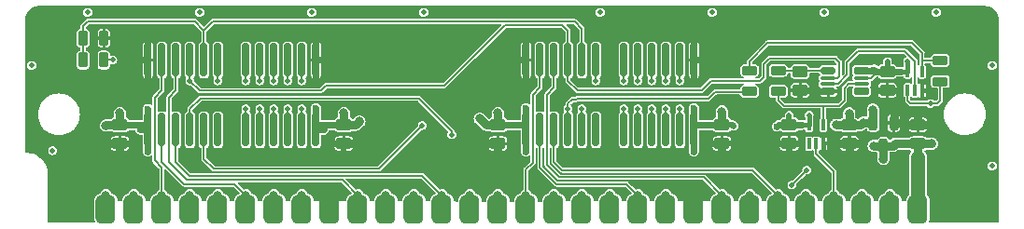
<source format=gtl>
G04 #@! TF.GenerationSoftware,KiCad,Pcbnew,7.0.1-0*
G04 #@! TF.CreationDate,2023-11-01T19:37:53-04:00*
G04 #@! TF.ProjectId,GW4194,47573431-3934-42e6-9b69-6361645f7063,1.1-SOJ-DC*
G04 #@! TF.SameCoordinates,Original*
G04 #@! TF.FileFunction,Copper,L1,Top*
G04 #@! TF.FilePolarity,Positive*
%FSLAX46Y46*%
G04 Gerber Fmt 4.6, Leading zero omitted, Abs format (unit mm)*
G04 Created by KiCad (PCBNEW 7.0.1-0) date 2023-11-01 19:37:53*
%MOMM*%
%LPD*%
G01*
G04 APERTURE LIST*
G04 Aperture macros list*
%AMRoundRect*
0 Rectangle with rounded corners*
0 $1 Rounding radius*
0 $2 $3 $4 $5 $6 $7 $8 $9 X,Y pos of 4 corners*
0 Add a 4 corners polygon primitive as box body*
4,1,4,$2,$3,$4,$5,$6,$7,$8,$9,$2,$3,0*
0 Add four circle primitives for the rounded corners*
1,1,$1+$1,$2,$3*
1,1,$1+$1,$4,$5*
1,1,$1+$1,$6,$7*
1,1,$1+$1,$8,$9*
0 Add four rect primitives between the rounded corners*
20,1,$1+$1,$2,$3,$4,$5,0*
20,1,$1+$1,$4,$5,$6,$7,0*
20,1,$1+$1,$6,$7,$8,$9,0*
20,1,$1+$1,$8,$9,$2,$3,0*%
G04 Aperture macros list end*
G04 #@! TA.AperFunction,SMDPad,CuDef*
%ADD10RoundRect,0.262500X-0.437500X0.262500X-0.437500X-0.262500X0.437500X-0.262500X0.437500X0.262500X0*%
G04 #@! TD*
G04 #@! TA.AperFunction,SMDPad,CuDef*
%ADD11RoundRect,0.262500X0.437500X-0.262500X0.437500X0.262500X-0.437500X0.262500X-0.437500X-0.262500X0*%
G04 #@! TD*
G04 #@! TA.AperFunction,ComponentPad*
%ADD12C,0.800000*%
G04 #@! TD*
G04 #@! TA.AperFunction,SMDPad,CuDef*
%ADD13RoundRect,0.444500X-0.444500X-0.825500X0.444500X-0.825500X0.444500X0.825500X-0.444500X0.825500X0*%
G04 #@! TD*
G04 #@! TA.AperFunction,SMDPad,CuDef*
%ADD14RoundRect,0.212500X0.212500X0.487500X-0.212500X0.487500X-0.212500X-0.487500X0.212500X-0.487500X0*%
G04 #@! TD*
G04 #@! TA.AperFunction,SMDPad,CuDef*
%ADD15RoundRect,0.212500X-0.212500X-0.487500X0.212500X-0.487500X0.212500X0.487500X-0.212500X0.487500X0*%
G04 #@! TD*
G04 #@! TA.AperFunction,SMDPad,CuDef*
%ADD16RoundRect,0.212500X-0.487500X0.212500X-0.487500X-0.212500X0.487500X-0.212500X0.487500X0.212500X0*%
G04 #@! TD*
G04 #@! TA.AperFunction,SMDPad,CuDef*
%ADD17RoundRect,0.100000X0.100000X-0.400000X0.100000X0.400000X-0.100000X0.400000X-0.100000X-0.400000X0*%
G04 #@! TD*
G04 #@! TA.AperFunction,SMDPad,CuDef*
%ADD18RoundRect,0.200000X-0.200000X0.475000X-0.200000X-0.475000X0.200000X-0.475000X0.200000X0.475000X0*%
G04 #@! TD*
G04 #@! TA.AperFunction,SMDPad,CuDef*
%ADD19RoundRect,0.212500X0.487500X-0.212500X0.487500X0.212500X-0.487500X0.212500X-0.487500X-0.212500X0*%
G04 #@! TD*
G04 #@! TA.AperFunction,SMDPad,CuDef*
%ADD20RoundRect,0.150000X0.150000X-1.374000X0.150000X1.374000X-0.150000X1.374000X-0.150000X-1.374000X0*%
G04 #@! TD*
G04 #@! TA.AperFunction,SMDPad,CuDef*
%ADD21RoundRect,0.175000X-0.475000X-0.175000X0.475000X-0.175000X0.475000X0.175000X-0.475000X0.175000X0*%
G04 #@! TD*
G04 #@! TA.AperFunction,SMDPad,CuDef*
%ADD22RoundRect,0.075000X-0.600000X-0.075000X0.600000X-0.075000X0.600000X0.075000X-0.600000X0.075000X0*%
G04 #@! TD*
G04 #@! TA.AperFunction,SMDPad,CuDef*
%ADD23RoundRect,0.175000X-0.500000X0.175000X-0.500000X-0.175000X0.500000X-0.175000X0.500000X0.175000X0*%
G04 #@! TD*
G04 #@! TA.AperFunction,SMDPad,CuDef*
%ADD24RoundRect,0.175000X-0.500000X-0.175000X0.500000X-0.175000X0.500000X0.175000X-0.500000X0.175000X0*%
G04 #@! TD*
G04 #@! TA.AperFunction,ViaPad*
%ADD25C,0.508000*%
G04 #@! TD*
G04 #@! TA.AperFunction,ViaPad*
%ADD26C,0.800000*%
G04 #@! TD*
G04 #@! TA.AperFunction,ViaPad*
%ADD27C,0.600000*%
G04 #@! TD*
G04 #@! TA.AperFunction,ViaPad*
%ADD28C,1.000000*%
G04 #@! TD*
G04 #@! TA.AperFunction,Conductor*
%ADD29C,0.800000*%
G04 #@! TD*
G04 #@! TA.AperFunction,Conductor*
%ADD30C,0.600000*%
G04 #@! TD*
G04 #@! TA.AperFunction,Conductor*
%ADD31C,0.762000*%
G04 #@! TD*
G04 #@! TA.AperFunction,Conductor*
%ADD32C,1.270000*%
G04 #@! TD*
G04 #@! TA.AperFunction,Conductor*
%ADD33C,0.508000*%
G04 #@! TD*
G04 #@! TA.AperFunction,Conductor*
%ADD34C,0.152400*%
G04 #@! TD*
G04 #@! TA.AperFunction,Conductor*
%ADD35C,0.450000*%
G04 #@! TD*
G04 #@! TA.AperFunction,Conductor*
%ADD36C,0.400000*%
G04 #@! TD*
G04 APERTURE END LIST*
D10*
X85090000Y-92407000D03*
X85090000Y-94107000D03*
X105410000Y-92407000D03*
X105410000Y-94107000D03*
X119380000Y-92407000D03*
X119380000Y-94107000D03*
D11*
X157480000Y-94107000D03*
X157480000Y-92407000D03*
D12*
X83820000Y-98806000D03*
D13*
X83820000Y-100076000D03*
D12*
X86360000Y-98806000D03*
D13*
X86360000Y-100076000D03*
D12*
X88900000Y-98806000D03*
D13*
X88900000Y-100076000D03*
D12*
X91440000Y-98806000D03*
D13*
X91440000Y-100076000D03*
D12*
X93980000Y-98806000D03*
D13*
X93980000Y-100076000D03*
D12*
X96520000Y-98806000D03*
D13*
X96520000Y-100076000D03*
D12*
X99060000Y-98806000D03*
D13*
X99060000Y-100076000D03*
D12*
X101600000Y-98806000D03*
D13*
X101600000Y-100076000D03*
D12*
X104140000Y-98806000D03*
D13*
X104140000Y-100076000D03*
D12*
X106680000Y-98806000D03*
D13*
X106680000Y-100076000D03*
D12*
X109220000Y-98806000D03*
D13*
X109220000Y-100076000D03*
D12*
X111760000Y-98806000D03*
D13*
X111760000Y-100076000D03*
D12*
X114300000Y-98806000D03*
D13*
X114300000Y-100076000D03*
D12*
X116840000Y-98806000D03*
D13*
X116840000Y-100076000D03*
D12*
X119380000Y-98806000D03*
D13*
X119380000Y-100076000D03*
D12*
X121920000Y-98806000D03*
D13*
X121920000Y-100076000D03*
D12*
X124460000Y-98806000D03*
D13*
X124460000Y-100076000D03*
D12*
X127000000Y-98806000D03*
D13*
X127000000Y-100076000D03*
D12*
X129540000Y-98806000D03*
D13*
X129540000Y-100076000D03*
D12*
X132080000Y-98806000D03*
D13*
X132080000Y-100076000D03*
D12*
X134620000Y-98806000D03*
D13*
X134620000Y-100076000D03*
D12*
X137160000Y-98806000D03*
D13*
X137160000Y-100076000D03*
D12*
X139700000Y-98806000D03*
D13*
X139700000Y-100076000D03*
D12*
X142240000Y-98806000D03*
D13*
X142240000Y-100076000D03*
D12*
X144780000Y-98806000D03*
D13*
X144780000Y-100076000D03*
D12*
X147320000Y-98806000D03*
D13*
X147320000Y-100076000D03*
D12*
X149860000Y-98806000D03*
D13*
X149860000Y-100076000D03*
D12*
X152400000Y-98806000D03*
D13*
X152400000Y-100076000D03*
D12*
X154940000Y-98806000D03*
D13*
X154940000Y-100076000D03*
D12*
X157480000Y-98806000D03*
D13*
X157480000Y-100076000D03*
D14*
X83650000Y-86500000D03*
X81750000Y-86500000D03*
D15*
X81750000Y-84500000D03*
X83650000Y-84500000D03*
D10*
X146800000Y-87550000D03*
X146800000Y-89250000D03*
D16*
X144800000Y-87450000D03*
X144800000Y-89350000D03*
D17*
X147600000Y-94100000D03*
X148250000Y-94100000D03*
X148900000Y-94100000D03*
X148900000Y-92400000D03*
X147600000Y-92400000D03*
X156550000Y-89250000D03*
X157200000Y-89250000D03*
X157850000Y-89250000D03*
X157850000Y-87550000D03*
X156550000Y-87550000D03*
D10*
X154700000Y-87550000D03*
X154700000Y-89250000D03*
D18*
X155300000Y-92200000D03*
X153400000Y-92200000D03*
X154350000Y-94300000D03*
D10*
X151250000Y-92400000D03*
X151250000Y-94100000D03*
D19*
X142200000Y-89350000D03*
X142200000Y-87450000D03*
D10*
X145800000Y-92400000D03*
X145800000Y-94100000D03*
D20*
X121920000Y-92837000D03*
X123190000Y-92837000D03*
X124460000Y-92837000D03*
X125730000Y-92837000D03*
X127000000Y-92837000D03*
X128270000Y-92837000D03*
X130810000Y-92837000D03*
X132080000Y-92837000D03*
X133350000Y-92837000D03*
X134620000Y-92837000D03*
X135890000Y-92837000D03*
X137160000Y-92837000D03*
X137160000Y-86487000D03*
X135890000Y-86487000D03*
X134620000Y-86487000D03*
X133350000Y-86487000D03*
X132080000Y-86487000D03*
X130810000Y-86487000D03*
X128270000Y-86487000D03*
X127000000Y-86487000D03*
X125730000Y-86487000D03*
X124460000Y-86487000D03*
X123190000Y-86487000D03*
X121920000Y-86487000D03*
X87630000Y-92837000D03*
X88900000Y-92837000D03*
X90170000Y-92837000D03*
X91440000Y-92837000D03*
X92710000Y-92837000D03*
X93980000Y-92837000D03*
X96520000Y-92837000D03*
X97790000Y-92837000D03*
X99060000Y-92837000D03*
X100330000Y-92837000D03*
X101600000Y-92837000D03*
X102870000Y-92837000D03*
X102870000Y-86487000D03*
X101600000Y-86487000D03*
X100330000Y-86487000D03*
X99060000Y-86487000D03*
X97790000Y-86487000D03*
X96520000Y-86487000D03*
X93980000Y-86487000D03*
X92710000Y-86487000D03*
X91440000Y-86487000D03*
X90170000Y-86487000D03*
X88900000Y-86487000D03*
X87630000Y-86487000D03*
D10*
X139700000Y-92407000D03*
X139700000Y-94107000D03*
D21*
X149350000Y-87450000D03*
D22*
X149325000Y-88150000D03*
X149325000Y-88650000D03*
D21*
X149350000Y-89350000D03*
D23*
X152375000Y-89350000D03*
D22*
X152375000Y-88650000D03*
X152375000Y-88150000D03*
D24*
X152375000Y-87450000D03*
D16*
X159500000Y-86550000D03*
X159500000Y-88450000D03*
D25*
X77089000Y-86995000D03*
X164211000Y-86995000D03*
X164211000Y-96139000D03*
X78994000Y-94742000D03*
X159131000Y-82169000D03*
X148971000Y-82169000D03*
X92329000Y-82169000D03*
X102489000Y-82169000D03*
X138811000Y-82169000D03*
X82169000Y-82169000D03*
X112649000Y-82169000D03*
X128651000Y-82169000D03*
D26*
X155250000Y-94300000D03*
X154350000Y-95500000D03*
X153450000Y-94300000D03*
X117729000Y-91821000D03*
D27*
X102870000Y-90868500D03*
X121920000Y-90868500D03*
D25*
X140779500Y-92519500D03*
D27*
X103568500Y-92837000D03*
X87630000Y-90932000D03*
D26*
X85090000Y-91313000D03*
X158750000Y-94107000D03*
X106807000Y-92075000D03*
D27*
X137160000Y-94805500D03*
X87630000Y-94805500D03*
D26*
X105410000Y-91313000D03*
D27*
X86931500Y-92837000D03*
D26*
X139700000Y-91186000D03*
X83820000Y-92456000D03*
D27*
X121920000Y-94805500D03*
X137160000Y-90868500D03*
D26*
X119380000Y-91313000D03*
D28*
X157480000Y-95377000D03*
D25*
X146050000Y-97853500D03*
X147400000Y-96500000D03*
X158600000Y-90450000D03*
X127000000Y-90932000D03*
X112522000Y-92456000D03*
X84450000Y-86500000D03*
X91440000Y-88392000D03*
X112776000Y-95377000D03*
X110617000Y-93345000D03*
X95250000Y-90932000D03*
X112395000Y-89408000D03*
X119634000Y-89408000D03*
X111252000Y-97536000D03*
X117729000Y-97917000D03*
X118872000Y-97536000D03*
X139065000Y-97409000D03*
X89408000Y-97028000D03*
X88074500Y-97282000D03*
X114173000Y-92964000D03*
X114935000Y-91948000D03*
X114681000Y-95758000D03*
X144145000Y-97409000D03*
X143129000Y-96393000D03*
X88900000Y-90043000D03*
X87630000Y-90043000D03*
X90170000Y-90043000D03*
X91948000Y-89662000D03*
X126238000Y-89598500D03*
X112395000Y-93472000D03*
X113411000Y-91948000D03*
X116205000Y-92964000D03*
X111506000Y-92583000D03*
X121412000Y-97536000D03*
X122428000Y-97536000D03*
X110363000Y-95377000D03*
X163957000Y-82423000D03*
X164147500Y-100647500D03*
X79184500Y-100647500D03*
X77152500Y-94297500D03*
X77089000Y-91440000D03*
X79883000Y-84709000D03*
X161290000Y-93853000D03*
X161290000Y-98552000D03*
X80899000Y-97790000D03*
X79883000Y-88900000D03*
X133350000Y-98298000D03*
X110109000Y-97917000D03*
X102743000Y-97917000D03*
X99949000Y-97917000D03*
X97409000Y-97917000D03*
X158623000Y-96139000D03*
X111569500Y-94234000D03*
X104013000Y-89408000D03*
X108839000Y-95377000D03*
X112014000Y-90551000D03*
X164211000Y-91567000D03*
X77343000Y-82423000D03*
X154051000Y-82169000D03*
X87249000Y-82169000D03*
X97409000Y-82169000D03*
X143891000Y-82169000D03*
X110109000Y-84963000D03*
X105029000Y-84963000D03*
X115189000Y-84963000D03*
X126111000Y-83502500D03*
X107569000Y-82169000D03*
X117729000Y-82169000D03*
X123571000Y-82169000D03*
X133731000Y-82169000D03*
X128270000Y-98298000D03*
X143510000Y-98298000D03*
X157350000Y-86050000D03*
D26*
X156200000Y-92200000D03*
D25*
X148050000Y-86850000D03*
X155650000Y-86200000D03*
X143000000Y-86550000D03*
X140950000Y-88900000D03*
D27*
X137160000Y-84518500D03*
X137160000Y-88392000D03*
D26*
X150000000Y-94100000D03*
D27*
X102870000Y-83629500D03*
D25*
X105410000Y-94996000D03*
X140779500Y-93980000D03*
D27*
X121920000Y-89471500D03*
D25*
X84450000Y-84500000D03*
D27*
X145800000Y-95050000D03*
X87630000Y-84518500D03*
D26*
X151250000Y-95150000D03*
X83820000Y-94107000D03*
X119380000Y-95250000D03*
X158750000Y-92456000D03*
X85090000Y-95250000D03*
D27*
X148200000Y-89450000D03*
X146900000Y-93950000D03*
X153550000Y-89050000D03*
X121920000Y-83883500D03*
D26*
X139700000Y-95250000D03*
D27*
X86931500Y-86487000D03*
D25*
X148900000Y-95000000D03*
D27*
X138557000Y-94107000D03*
X144700000Y-93950000D03*
D26*
X157480000Y-91313000D03*
D25*
X158450000Y-89250000D03*
D27*
X137858500Y-86487000D03*
D26*
X118110000Y-94107000D03*
D27*
X104267000Y-94107000D03*
D25*
X93027500Y-96520000D03*
D27*
X86233000Y-94107000D03*
D26*
X106680000Y-94107000D03*
D27*
X87630000Y-88455500D03*
X155800000Y-89100000D03*
D26*
X155300000Y-91000000D03*
D25*
X129540000Y-90932000D03*
D26*
X152500000Y-94100000D03*
D25*
X146800000Y-90150000D03*
X132080000Y-90932000D03*
X100330000Y-90932000D03*
X99060000Y-90932000D03*
X133350000Y-90932000D03*
X97790000Y-90932000D03*
X134620000Y-90932000D03*
X135890000Y-90932000D03*
X96520000Y-90932000D03*
X93980000Y-88392000D03*
X135890000Y-88392000D03*
X96520000Y-88392000D03*
X134620000Y-88392000D03*
X133350000Y-88392000D03*
X97790000Y-88392000D03*
X132080000Y-88392000D03*
X99060000Y-88392000D03*
X130810000Y-88392000D03*
X100330000Y-88392000D03*
X101600000Y-90932000D03*
X130810000Y-90932000D03*
X101600000Y-88392000D03*
X128270000Y-88392000D03*
X125730000Y-90932000D03*
X115189000Y-93281500D03*
D27*
X146950000Y-92400000D03*
D25*
X147600000Y-91500000D03*
X154700000Y-86650000D03*
D26*
X150050000Y-92400000D03*
D25*
X145800000Y-91500000D03*
D26*
X153400000Y-91000000D03*
D27*
X144700000Y-92550000D03*
D26*
X152500000Y-92200000D03*
D25*
X156550000Y-86650000D03*
D26*
X151250000Y-91350000D03*
D27*
X153500000Y-87350000D03*
X155900000Y-87550000D03*
D29*
X154350000Y-94300000D02*
X155250000Y-94300000D01*
X154350000Y-94300000D02*
X153450000Y-94300000D01*
X154350000Y-94300000D02*
X154350000Y-95500000D01*
D30*
X87630000Y-92519500D02*
X87630000Y-92837000D01*
D29*
X155443000Y-94107000D02*
X155250000Y-94300000D01*
D30*
X85090000Y-92407000D02*
X87517500Y-92407000D01*
X87517500Y-92407000D02*
X87630000Y-92519500D01*
D31*
X105410000Y-92407000D02*
X105410000Y-91313000D01*
D30*
X137209000Y-92407000D02*
X137160000Y-92456000D01*
D32*
X157480000Y-98806000D02*
X157480000Y-95377000D01*
D30*
X139700000Y-92407000D02*
X137209000Y-92407000D01*
D31*
X106475000Y-92407000D02*
X106807000Y-92075000D01*
X118315000Y-92407000D02*
X117729000Y-91821000D01*
D30*
X121871000Y-92407000D02*
X121920000Y-92456000D01*
D31*
X83869000Y-92407000D02*
X83820000Y-92456000D01*
X85090000Y-92407000D02*
X85090000Y-91313000D01*
D30*
X137160000Y-92456000D02*
X137160000Y-92837000D01*
X121920000Y-92837000D02*
X121920000Y-94805500D01*
D29*
X157480000Y-94107000D02*
X158750000Y-94107000D01*
D30*
X102870000Y-92837000D02*
X103568500Y-92837000D01*
X137160000Y-92837000D02*
X137160000Y-94805500D01*
D33*
X140667000Y-92407000D02*
X140779500Y-92519500D01*
D30*
X121920000Y-92837000D02*
X121920000Y-90868500D01*
X87630000Y-92837000D02*
X86931500Y-92837000D01*
X87630000Y-92837000D02*
X87630000Y-94805500D01*
X102870000Y-92837000D02*
X102870000Y-90868500D01*
D31*
X105410000Y-92407000D02*
X106475000Y-92407000D01*
D29*
X157480000Y-94107000D02*
X155443000Y-94107000D01*
D31*
X157480000Y-95377000D02*
X157480000Y-94107000D01*
D30*
X137160000Y-92837000D02*
X137160000Y-90868500D01*
X102919000Y-92407000D02*
X102870000Y-92456000D01*
D31*
X119380000Y-92407000D02*
X118315000Y-92407000D01*
X139700000Y-92407000D02*
X139700000Y-91186000D01*
D30*
X105410000Y-92407000D02*
X102919000Y-92407000D01*
X119380000Y-92407000D02*
X121871000Y-92407000D01*
X102870000Y-92456000D02*
X102870000Y-92837000D01*
X87630000Y-94112000D02*
X87630000Y-90932000D01*
D31*
X119380000Y-92407000D02*
X119380000Y-91313000D01*
D33*
X139700000Y-92407000D02*
X140667000Y-92407000D01*
X87625000Y-94107000D02*
X87630000Y-94112000D01*
D31*
X85090000Y-92407000D02*
X83869000Y-92407000D01*
D30*
X121920000Y-92456000D02*
X121920000Y-92837000D01*
D34*
X88900000Y-96266000D02*
X88265000Y-95631000D01*
X88265000Y-89916000D02*
X88900000Y-89281000D01*
X88900000Y-98806000D02*
X88900000Y-96266000D01*
X88900000Y-89281000D02*
X88900000Y-85962000D01*
X88265000Y-95631000D02*
X88265000Y-89916000D01*
X96520000Y-98806000D02*
X95504000Y-97790000D01*
X95504000Y-97790000D02*
X90932000Y-97790000D01*
X90932000Y-97790000D02*
X88900000Y-95758000D01*
X88900000Y-95758000D02*
X88900000Y-94112000D01*
X156550000Y-89250000D02*
X156550000Y-90200000D01*
X156800000Y-90450000D02*
X158600000Y-90450000D01*
X159250000Y-90450000D02*
X158600000Y-90450000D01*
X146748500Y-97155000D02*
X146050000Y-97853500D01*
X159500000Y-90200000D02*
X159250000Y-90450000D01*
X156550000Y-90200000D02*
X156800000Y-90450000D01*
X147400000Y-96500000D02*
X146748500Y-97151500D01*
X159500000Y-88450000D02*
X159500000Y-90200000D01*
X146748500Y-97151500D02*
X146748500Y-97155000D01*
X127000000Y-94112000D02*
X127000000Y-90932000D01*
X92710000Y-95504000D02*
X92710000Y-93362000D01*
X112522000Y-92456000D02*
X108585000Y-96393000D01*
X149860000Y-96660000D02*
X149860000Y-98806000D01*
X108585000Y-96393000D02*
X93599000Y-96393000D01*
X148250000Y-94100000D02*
X148250000Y-95050000D01*
X93599000Y-96393000D02*
X92710000Y-95504000D01*
X148250000Y-95050000D02*
X149860000Y-96660000D01*
X138700000Y-88400000D02*
X143150000Y-88400000D01*
X103759000Y-88836500D02*
X114490500Y-88836500D01*
X150000000Y-86350000D02*
X150350000Y-86700000D01*
X103314500Y-89281000D02*
X103759000Y-88836500D01*
X91440000Y-88392000D02*
X92329000Y-89281000D01*
X125730000Y-88392000D02*
X126588000Y-89250000D01*
X126588000Y-89250000D02*
X137850000Y-89250000D01*
X143500000Y-86850000D02*
X144000000Y-86350000D01*
X137850000Y-89250000D02*
X138700000Y-88400000D01*
X150200000Y-88150000D02*
X149325000Y-88150000D01*
X114490500Y-88836500D02*
X120015000Y-83312000D01*
X84450000Y-86500000D02*
X83650000Y-86500000D01*
X150350000Y-86700000D02*
X150350000Y-88000000D01*
X92329000Y-89281000D02*
X103314500Y-89281000D01*
X143500000Y-88050000D02*
X143500000Y-86850000D01*
X125730000Y-83820000D02*
X125730000Y-88392000D01*
X125222000Y-83312000D02*
X125730000Y-83820000D01*
X91440000Y-88392000D02*
X91440000Y-85212000D01*
X144000000Y-86350000D02*
X150000000Y-86350000D01*
X143150000Y-88400000D02*
X143500000Y-88050000D01*
X120015000Y-83312000D02*
X125222000Y-83312000D01*
X150350000Y-88000000D02*
X150200000Y-88150000D01*
X90170000Y-85962000D02*
X90170000Y-89281000D01*
X105283000Y-97409000D02*
X106680000Y-98806000D01*
X89535000Y-95758000D02*
X91186000Y-97409000D01*
X90170000Y-89281000D02*
X89535000Y-89916000D01*
X91186000Y-97409000D02*
X105283000Y-97409000D01*
X89535000Y-89916000D02*
X89535000Y-95758000D01*
X91440000Y-97028000D02*
X112522000Y-97028000D01*
X90170000Y-95758000D02*
X91440000Y-97028000D01*
X90170000Y-94112000D02*
X90170000Y-95758000D01*
X112522000Y-97028000D02*
X114300000Y-98806000D01*
D29*
X155300000Y-92200000D02*
X156200000Y-92200000D01*
X155300000Y-92200000D02*
X155300000Y-91000000D01*
D30*
X146750000Y-94100000D02*
X146900000Y-93950000D01*
D31*
X119380000Y-94107000D02*
X118110000Y-94107000D01*
D30*
X87630000Y-86487000D02*
X87630000Y-88455500D01*
D29*
X151250000Y-94100000D02*
X151250000Y-95150000D01*
D33*
X140652500Y-94107000D02*
X140779500Y-93980000D01*
D30*
X153750000Y-89250000D02*
X153550000Y-89050000D01*
X154700000Y-89250000D02*
X153750000Y-89250000D01*
X145800000Y-94100000D02*
X146750000Y-94100000D01*
X102870000Y-86487000D02*
X102870000Y-83629500D01*
X139700000Y-94107000D02*
X138557000Y-94107000D01*
D29*
X156407000Y-92407000D02*
X156200000Y-92200000D01*
D30*
X148000000Y-89250000D02*
X148200000Y-89450000D01*
D33*
X105410000Y-94107000D02*
X105410000Y-94996000D01*
D31*
X119380000Y-94107000D02*
X119380000Y-95250000D01*
D30*
X146800000Y-89250000D02*
X148000000Y-89250000D01*
X121920000Y-86487000D02*
X121412000Y-86487000D01*
D31*
X105410000Y-94107000D02*
X106680000Y-94107000D01*
D29*
X151250000Y-94100000D02*
X152500000Y-94100000D01*
D30*
X102870000Y-86487000D02*
X102870000Y-88201500D01*
D29*
X157480000Y-92407000D02*
X158701000Y-92407000D01*
D31*
X85090000Y-94107000D02*
X85090000Y-95250000D01*
X85090000Y-94107000D02*
X83820000Y-94107000D01*
D30*
X85090000Y-94107000D02*
X86233000Y-94107000D01*
X144850000Y-94100000D02*
X144700000Y-93950000D01*
X121920000Y-86487000D02*
X121920000Y-83883500D01*
D34*
X83650000Y-84500000D02*
X84450000Y-84500000D01*
D30*
X87630000Y-86487000D02*
X87630000Y-84518500D01*
D31*
X139700000Y-94107000D02*
X139700000Y-95250000D01*
D30*
X137160000Y-86487000D02*
X137858500Y-86487000D01*
X105410000Y-94107000D02*
X104267000Y-94107000D01*
D35*
X157850000Y-89250000D02*
X158450000Y-89250000D01*
D30*
X137160000Y-86487000D02*
X137160000Y-84518500D01*
X148200000Y-89450000D02*
X148300000Y-89350000D01*
X148300000Y-89350000D02*
X149350000Y-89350000D01*
X145800000Y-94100000D02*
X144850000Y-94100000D01*
X121920000Y-86487000D02*
X121920000Y-89471500D01*
X154700000Y-89250000D02*
X155650000Y-89250000D01*
D29*
X151250000Y-94100000D02*
X150000000Y-94100000D01*
D30*
X102870000Y-86487000D02*
X103378000Y-86487000D01*
D29*
X157480000Y-92407000D02*
X156407000Y-92407000D01*
X157480000Y-92407000D02*
X157480000Y-91313000D01*
D30*
X145800000Y-94100000D02*
X145800000Y-95050000D01*
X155650000Y-89250000D02*
X155800000Y-89100000D01*
X137160000Y-85212000D02*
X137160000Y-88392000D01*
D33*
X146800000Y-89250000D02*
X146800000Y-90150000D01*
D30*
X87630000Y-86487000D02*
X86931500Y-86487000D01*
D33*
X139700000Y-94107000D02*
X140652500Y-94107000D01*
D36*
X148900000Y-94100000D02*
X148900000Y-95000000D01*
D29*
X158701000Y-92407000D02*
X158750000Y-92456000D01*
D34*
X122555000Y-95821500D02*
X122555000Y-89662000D01*
X122555000Y-95821500D02*
X121920000Y-96456500D01*
X123190000Y-89027000D02*
X122555000Y-89662000D01*
X121920000Y-96456500D02*
X121920000Y-98806000D01*
X123190000Y-85962000D02*
X123190000Y-89027000D01*
X123190000Y-96266000D02*
X124714000Y-97790000D01*
X123190000Y-93362000D02*
X123190000Y-96266000D01*
X124714000Y-97790000D02*
X131064000Y-97790000D01*
X131064000Y-97790000D02*
X132080000Y-98806000D01*
X124460000Y-89027000D02*
X123825000Y-89662000D01*
X123825000Y-89662000D02*
X123825000Y-96012000D01*
X123825000Y-96012000D02*
X124968000Y-97155000D01*
X138049000Y-97155000D02*
X139700000Y-98806000D01*
X124968000Y-97155000D02*
X138049000Y-97155000D01*
X124460000Y-85212000D02*
X124460000Y-89027000D01*
X124460000Y-93362000D02*
X124460000Y-95758000D01*
X125222000Y-96520000D02*
X142494000Y-96520000D01*
X142494000Y-96520000D02*
X144780000Y-98806000D01*
X124460000Y-95758000D02*
X125222000Y-96520000D01*
X100330000Y-94112000D02*
X100330000Y-90932000D01*
X132080000Y-93362000D02*
X132080000Y-90932000D01*
X99060000Y-90932000D02*
X99060000Y-93362000D01*
X133350000Y-94112000D02*
X133350000Y-90932000D01*
X134620000Y-94112000D02*
X134620000Y-90932000D01*
X97790000Y-90932000D02*
X97790000Y-93362000D01*
X135890000Y-94112000D02*
X135890000Y-90932000D01*
X96520000Y-90932000D02*
X96520000Y-93362000D01*
X135890000Y-85212000D02*
X135890000Y-88392000D01*
X93980000Y-85212000D02*
X93980000Y-88392000D01*
X96520000Y-88392000D02*
X96520000Y-85962000D01*
X134620000Y-85962000D02*
X134620000Y-88392000D01*
X97790000Y-88392000D02*
X97790000Y-85962000D01*
X133350000Y-85212000D02*
X133350000Y-88392000D01*
X99060000Y-88392000D02*
X99060000Y-85962000D01*
X132080000Y-85212000D02*
X132080000Y-88392000D01*
X100330000Y-85212000D02*
X100330000Y-88392000D01*
X130810000Y-85212000D02*
X130810000Y-88392000D01*
X101600000Y-94112000D02*
X101600000Y-90932000D01*
X130810000Y-94112000D02*
X130810000Y-90932000D01*
X128270000Y-85212000D02*
X128270000Y-88392000D01*
X101600000Y-85212000D02*
X101600000Y-88392000D01*
X125730000Y-94112000D02*
X125730000Y-90932000D01*
X92392500Y-89979500D02*
X91440000Y-90932000D01*
X115189000Y-93281500D02*
X115189000Y-92964000D01*
X112204500Y-89979500D02*
X92392500Y-89979500D01*
X126428500Y-90106500D02*
X126093500Y-90106500D01*
X125730000Y-90470000D02*
X125730000Y-90932000D01*
X139100000Y-89400000D02*
X138500000Y-90000000D01*
X142200000Y-89350000D02*
X142150000Y-89400000D01*
X138500000Y-90000000D02*
X126535000Y-90000000D01*
X126535000Y-90000000D02*
X126428500Y-90106500D01*
X142150000Y-89400000D02*
X139100000Y-89400000D01*
X115189000Y-92964000D02*
X112204500Y-89979500D01*
X91440000Y-90932000D02*
X91440000Y-94112000D01*
X126093500Y-90106500D02*
X125730000Y-90470000D01*
X127000000Y-83661250D02*
X127000000Y-85212000D01*
X82155500Y-82994500D02*
X91884500Y-82994500D01*
X81750000Y-84500000D02*
X81750000Y-83400000D01*
X92710000Y-83820000D02*
X92710000Y-85212000D01*
X81750000Y-84500000D02*
X81750000Y-86500000D01*
X81750000Y-83400000D02*
X82155500Y-82994500D01*
X91884500Y-82994500D02*
X92710000Y-83820000D01*
X126333250Y-82994500D02*
X127000000Y-83661250D01*
X93535500Y-82994500D02*
X126333250Y-82994500D01*
X92710000Y-83820000D02*
X93535500Y-82994500D01*
X152050000Y-85700000D02*
X156300000Y-85700000D01*
X151050000Y-87850000D02*
X151050000Y-86700000D01*
X149325000Y-88650000D02*
X150250000Y-88650000D01*
X151050000Y-86700000D02*
X152050000Y-85700000D01*
X157200000Y-86600000D02*
X157200000Y-89250000D01*
X156300000Y-85700000D02*
X157200000Y-86600000D01*
X150250000Y-88650000D02*
X151050000Y-87850000D01*
X146700000Y-87450000D02*
X146800000Y-87550000D01*
X149350000Y-87450000D02*
X146900000Y-87450000D01*
X146900000Y-87450000D02*
X146800000Y-87550000D01*
X144800000Y-87450000D02*
X146700000Y-87450000D01*
D30*
X153400000Y-87450000D02*
X153500000Y-87350000D01*
D33*
X154700000Y-87550000D02*
X154700000Y-86650000D01*
D30*
X152375000Y-87450000D02*
X153400000Y-87450000D01*
X153500000Y-87350000D02*
X153700000Y-87550000D01*
D34*
X153850000Y-87550000D02*
X154700000Y-87550000D01*
D36*
X156550000Y-87550000D02*
X156550000Y-86650000D01*
X147600000Y-92400000D02*
X146950000Y-92400000D01*
X147600000Y-92400000D02*
X147600000Y-91500000D01*
D29*
X151250000Y-92400000D02*
X151250000Y-91350000D01*
X153400000Y-92200000D02*
X153400000Y-91000000D01*
X152300000Y-92400000D02*
X152500000Y-92200000D01*
X151250000Y-92400000D02*
X152300000Y-92400000D01*
X151250000Y-92400000D02*
X150050000Y-92400000D01*
D34*
X153500000Y-87350000D02*
X153500000Y-87900000D01*
D30*
X154700000Y-87550000D02*
X153700000Y-87550000D01*
D36*
X152200000Y-87600000D02*
X153650000Y-87600000D01*
D34*
X153500000Y-87900000D02*
X153250000Y-88150000D01*
D30*
X145800000Y-92400000D02*
X144850000Y-92400000D01*
D34*
X153500000Y-87900000D02*
X153850000Y-87550000D01*
D33*
X145800000Y-92400000D02*
X145800000Y-91500000D01*
D30*
X145800000Y-92400000D02*
X146950000Y-92400000D01*
D34*
X153250000Y-88150000D02*
X152375000Y-88150000D01*
D30*
X154700000Y-87550000D02*
X155900000Y-87550000D01*
D29*
X153400000Y-92200000D02*
X152500000Y-92200000D01*
D30*
X144850000Y-92400000D02*
X144700000Y-92550000D01*
D36*
X156550000Y-87550000D02*
X155900000Y-87550000D01*
D34*
X148900000Y-90800000D02*
X148750000Y-90650000D01*
X150800000Y-90150000D02*
X150300000Y-90650000D01*
X148750000Y-90650000D02*
X145300000Y-90650000D01*
X151200000Y-88650000D02*
X150800000Y-89050000D01*
X148900000Y-92400000D02*
X148900000Y-90800000D01*
X145300000Y-90650000D02*
X144800000Y-90150000D01*
X152375000Y-88650000D02*
X151200000Y-88650000D01*
X149050000Y-90650000D02*
X148750000Y-90650000D01*
X144800000Y-90150000D02*
X144800000Y-89350000D01*
X150800000Y-89050000D02*
X150800000Y-90150000D01*
X150300000Y-90650000D02*
X149050000Y-90650000D01*
X148900000Y-90800000D02*
X149050000Y-90650000D01*
X157850000Y-86450000D02*
X157950000Y-86550000D01*
X143850000Y-84950000D02*
X142200000Y-86600000D01*
X157850000Y-86450000D02*
X157850000Y-85850000D01*
X157850000Y-86550000D02*
X157850000Y-86450000D01*
X142200000Y-86600000D02*
X142200000Y-87450000D01*
X157850000Y-86650000D02*
X157950000Y-86550000D01*
X157850000Y-85850000D02*
X156950000Y-84950000D01*
X156950000Y-84950000D02*
X143850000Y-84950000D01*
X157850000Y-86650000D02*
X157850000Y-86550000D01*
X157850000Y-87550000D02*
X157850000Y-86650000D01*
X157950000Y-86550000D02*
X157850000Y-86550000D01*
X159500000Y-86550000D02*
X157950000Y-86550000D01*
G04 #@! TA.AperFunction,Conductor*
G36*
X156852734Y-85184824D02*
G01*
X156877130Y-85201126D01*
X157598874Y-85922870D01*
X157615176Y-85947266D01*
X157620900Y-85976044D01*
X157620900Y-86442041D01*
X157620797Y-86445976D01*
X157618351Y-86492644D01*
X157620900Y-86506395D01*
X157620900Y-86534053D01*
X157620488Y-86541914D01*
X157617064Y-86574481D01*
X157617219Y-86574956D01*
X157620900Y-86598195D01*
X157620900Y-86626054D01*
X157619974Y-86637819D01*
X157616102Y-86662257D01*
X157618338Y-86670599D01*
X157620900Y-86690062D01*
X157620900Y-86891906D01*
X157612021Y-86927355D01*
X157587479Y-86954432D01*
X157567669Y-86967668D01*
X157566826Y-86968931D01*
X157529633Y-86997955D01*
X157482470Y-86999113D01*
X157443899Y-86971947D01*
X157429100Y-86927151D01*
X157429100Y-86607959D01*
X157429203Y-86604024D01*
X157429920Y-86590344D01*
X157431334Y-86563360D01*
X157422465Y-86540257D01*
X157419115Y-86528946D01*
X157413969Y-86504735D01*
X157413968Y-86504734D01*
X157408890Y-86497744D01*
X157399526Y-86480497D01*
X157396432Y-86472436D01*
X157378925Y-86454929D01*
X157371267Y-86445962D01*
X157368418Y-86442041D01*
X157356722Y-86425942D01*
X157349239Y-86421621D01*
X157333669Y-86409673D01*
X156901822Y-85977826D01*
X156467630Y-85543633D01*
X156464920Y-85540778D01*
X156437669Y-85510513D01*
X156415058Y-85500445D01*
X156404692Y-85494817D01*
X156383935Y-85481338D01*
X156375402Y-85479986D01*
X156356586Y-85474412D01*
X156348697Y-85470900D01*
X156323946Y-85470900D01*
X156312182Y-85469974D01*
X156309830Y-85469601D01*
X156287742Y-85466102D01*
X156279401Y-85468338D01*
X156259938Y-85470900D01*
X152057979Y-85470900D01*
X152054044Y-85470797D01*
X152038339Y-85469974D01*
X152013361Y-85468665D01*
X152013360Y-85468665D01*
X151990254Y-85477534D01*
X151978945Y-85480884D01*
X151954734Y-85486031D01*
X151947744Y-85491109D01*
X151930501Y-85500472D01*
X151922434Y-85503568D01*
X151904932Y-85521070D01*
X151895964Y-85528729D01*
X151875942Y-85543277D01*
X151871622Y-85550759D01*
X151859673Y-85566329D01*
X150893631Y-86532370D01*
X150890778Y-86535079D01*
X150860514Y-86562330D01*
X150850447Y-86584938D01*
X150844821Y-86595299D01*
X150831338Y-86616064D01*
X150829986Y-86624597D01*
X150824414Y-86643409D01*
X150820900Y-86651303D01*
X150820900Y-86676054D01*
X150819974Y-86687819D01*
X150816102Y-86712257D01*
X150818338Y-86720599D01*
X150820900Y-86740062D01*
X150820900Y-87723955D01*
X150815176Y-87752733D01*
X150798874Y-87777129D01*
X150707474Y-87868529D01*
X150668971Y-87889110D01*
X150625522Y-87884831D01*
X150591773Y-87857134D01*
X150579100Y-87815355D01*
X150579100Y-86707967D01*
X150579203Y-86704033D01*
X150579289Y-86702384D01*
X150581334Y-86663361D01*
X150572463Y-86640253D01*
X150569114Y-86628944D01*
X150567340Y-86620599D01*
X150563969Y-86604735D01*
X150558890Y-86597744D01*
X150549526Y-86580497D01*
X150546432Y-86572436D01*
X150528926Y-86554930D01*
X150521267Y-86545962D01*
X150506722Y-86525941D01*
X150499242Y-86521623D01*
X150483670Y-86509673D01*
X150167630Y-86193633D01*
X150164920Y-86190778D01*
X150137669Y-86160513D01*
X150115058Y-86150445D01*
X150104692Y-86144817D01*
X150083935Y-86131338D01*
X150075402Y-86129986D01*
X150056586Y-86124412D01*
X150048697Y-86120900D01*
X150023946Y-86120900D01*
X150012182Y-86119974D01*
X150009830Y-86119601D01*
X149987742Y-86116102D01*
X149979401Y-86118338D01*
X149959938Y-86120900D01*
X144007967Y-86120900D01*
X144004033Y-86120797D01*
X143963361Y-86118666D01*
X143940254Y-86127535D01*
X143928946Y-86130884D01*
X143904734Y-86136031D01*
X143897746Y-86141108D01*
X143880503Y-86150470D01*
X143872436Y-86153566D01*
X143854932Y-86171070D01*
X143845964Y-86178729D01*
X143825942Y-86193277D01*
X143821622Y-86200759D01*
X143809673Y-86216329D01*
X143343631Y-86682370D01*
X143340778Y-86685079D01*
X143310514Y-86712330D01*
X143300447Y-86734938D01*
X143294821Y-86745299D01*
X143281338Y-86766064D01*
X143279986Y-86774597D01*
X143274414Y-86793409D01*
X143270900Y-86801303D01*
X143270900Y-86826054D01*
X143269974Y-86837819D01*
X143266102Y-86862257D01*
X143268338Y-86870599D01*
X143270900Y-86890062D01*
X143270900Y-87923955D01*
X143265176Y-87952733D01*
X143248874Y-87977130D01*
X143077128Y-88148875D01*
X143052732Y-88165176D01*
X143023954Y-88170900D01*
X142778412Y-88170900D01*
X142735989Y-88157791D01*
X142708356Y-88123036D01*
X142705147Y-88078750D01*
X142727480Y-88040374D01*
X142767570Y-88021286D01*
X142783641Y-88018944D01*
X142793203Y-88017551D01*
X142902761Y-87963992D01*
X142988992Y-87877761D01*
X143042551Y-87768203D01*
X143048998Y-87723955D01*
X143052900Y-87697177D01*
X143052900Y-87202823D01*
X143042551Y-87131797D01*
X143019196Y-87084023D01*
X142988992Y-87022239D01*
X142988991Y-87022238D01*
X142988991Y-87022237D01*
X142902762Y-86936008D01*
X142793202Y-86882448D01*
X142722177Y-86872100D01*
X142722174Y-86872100D01*
X142504300Y-86872100D01*
X142466700Y-86862025D01*
X142439175Y-86834500D01*
X142429100Y-86796900D01*
X142429100Y-86726044D01*
X142434824Y-86697266D01*
X142451126Y-86672870D01*
X143922870Y-85201126D01*
X143947266Y-85184824D01*
X143976044Y-85179100D01*
X156823956Y-85179100D01*
X156852734Y-85184824D01*
G37*
G04 #@! TD.AperFunction*
G04 #@! TA.AperFunction,Conductor*
G36*
X163578947Y-81585531D02*
G01*
X163760755Y-81599840D01*
X163772394Y-81601683D01*
X163946844Y-81643565D01*
X163958060Y-81647209D01*
X164123815Y-81715867D01*
X164134323Y-81721222D01*
X164287290Y-81814961D01*
X164296835Y-81821895D01*
X164433255Y-81938409D01*
X164441590Y-81946744D01*
X164481255Y-81993185D01*
X164558103Y-82083163D01*
X164565038Y-82092709D01*
X164658777Y-82245676D01*
X164664135Y-82256190D01*
X164732789Y-82421936D01*
X164736435Y-82433159D01*
X164778314Y-82607597D01*
X164780160Y-82619252D01*
X164794468Y-82801052D01*
X164794700Y-82806952D01*
X164794700Y-101219500D01*
X164784625Y-101257100D01*
X164757100Y-101284625D01*
X164719500Y-101294700D01*
X158520797Y-101294700D01*
X158475018Y-101279160D01*
X158448159Y-101238963D01*
X158451320Y-101190724D01*
X158506523Y-101057453D01*
X158521900Y-100940655D01*
X158521899Y-99211346D01*
X158506523Y-99094547D01*
X158446328Y-98949222D01*
X158350571Y-98824429D01*
X158297320Y-98783568D01*
X158275655Y-98757169D01*
X158267900Y-98723909D01*
X158267900Y-96139000D01*
X163799028Y-96139000D01*
X163819190Y-96266305D01*
X163877709Y-96381153D01*
X163968846Y-96472290D01*
X163968848Y-96472291D01*
X163968849Y-96472292D01*
X164083694Y-96530809D01*
X164211000Y-96550972D01*
X164338306Y-96530809D01*
X164453151Y-96472292D01*
X164544292Y-96381151D01*
X164602809Y-96266306D01*
X164622972Y-96139000D01*
X164602809Y-96011694D01*
X164544292Y-95896849D01*
X164544291Y-95896848D01*
X164544290Y-95896846D01*
X164453153Y-95805709D01*
X164338305Y-95747190D01*
X164211000Y-95727028D01*
X164083694Y-95747190D01*
X163968846Y-95805709D01*
X163877709Y-95896846D01*
X163819190Y-96011694D01*
X163799028Y-96139000D01*
X158267900Y-96139000D01*
X158267900Y-95332754D01*
X158255653Y-95224058D01*
X158253006Y-95200566D01*
X158194365Y-95032980D01*
X158194364Y-95032977D01*
X158099902Y-94882643D01*
X158080433Y-94863174D01*
X158059333Y-94821763D01*
X158066604Y-94775859D01*
X158099465Y-94742998D01*
X158164710Y-94709755D01*
X158192541Y-94681923D01*
X158216935Y-94665624D01*
X158245713Y-94659900D01*
X158708829Y-94659900D01*
X158718644Y-94660543D01*
X158750000Y-94664671D01*
X158781355Y-94660543D01*
X158784767Y-94660319D01*
X158787815Y-94659900D01*
X158787818Y-94659900D01*
X158823584Y-94654983D01*
X158823696Y-94654968D01*
X158894336Y-94645669D01*
X158894338Y-94645667D01*
X158899100Y-94645041D01*
X158900570Y-94644402D01*
X158900573Y-94644402D01*
X158965375Y-94616254D01*
X158966445Y-94615799D01*
X159028836Y-94589957D01*
X159028841Y-94589952D01*
X159032455Y-94588456D01*
X159039185Y-94584494D01*
X159039973Y-94583852D01*
X159039979Y-94583850D01*
X159092061Y-94541477D01*
X159093620Y-94540245D01*
X159144333Y-94501333D01*
X159144335Y-94501330D01*
X159144862Y-94500926D01*
X159156033Y-94489432D01*
X159157878Y-94487932D01*
X159194494Y-94436057D01*
X159196232Y-94433694D01*
X159232957Y-94385836D01*
X159234024Y-94383258D01*
X159242067Y-94368660D01*
X159245527Y-94363761D01*
X159265591Y-94307304D01*
X159266953Y-94303760D01*
X159288669Y-94251336D01*
X159289506Y-94244971D01*
X159293204Y-94229608D01*
X159296425Y-94220548D01*
X159300268Y-94164350D01*
X159300736Y-94159673D01*
X159301264Y-94155664D01*
X159307671Y-94107000D01*
X159306361Y-94097055D01*
X159305893Y-94082121D01*
X159306797Y-94068914D01*
X159296065Y-94017273D01*
X159295136Y-94011791D01*
X159290075Y-93973346D01*
X159288669Y-93962664D01*
X159283449Y-93950063D01*
X159279299Y-93936589D01*
X159275874Y-93920104D01*
X159271677Y-93912004D01*
X159253254Y-93876450D01*
X159250546Y-93870630D01*
X159232957Y-93828165D01*
X159222458Y-93814483D01*
X159215355Y-93803309D01*
X159205949Y-93785156D01*
X159205947Y-93785152D01*
X159174835Y-93751839D01*
X159170134Y-93746291D01*
X159144332Y-93712666D01*
X159127798Y-93699978D01*
X159118620Y-93691648D01*
X159102208Y-93674076D01*
X159066322Y-93652253D01*
X159059616Y-93647661D01*
X159028835Y-93624042D01*
X159006259Y-93614690D01*
X158995967Y-93609468D01*
X158972348Y-93595106D01*
X158935360Y-93584742D01*
X158926875Y-93581808D01*
X158894334Y-93568330D01*
X158866539Y-93564670D01*
X158856071Y-93562526D01*
X158825995Y-93554100D01*
X158825994Y-93554100D01*
X158791171Y-93554100D01*
X158781356Y-93553457D01*
X158750000Y-93549329D01*
X158718644Y-93553457D01*
X158708829Y-93554100D01*
X158245713Y-93554100D01*
X158216935Y-93548376D01*
X158192541Y-93532076D01*
X158164710Y-93504245D01*
X158164709Y-93504244D01*
X158047465Y-93444506D01*
X157950192Y-93429100D01*
X157009808Y-93429100D01*
X156912534Y-93444506D01*
X156795290Y-93504244D01*
X156781867Y-93517668D01*
X156767458Y-93532076D01*
X156743065Y-93548376D01*
X156714287Y-93554100D01*
X155453714Y-93554100D01*
X155451147Y-93554056D01*
X155448974Y-93553981D01*
X155385925Y-93551827D01*
X155343376Y-93562196D01*
X155335815Y-93563633D01*
X155292427Y-93569597D01*
X155272023Y-93578459D01*
X155259874Y-93582544D01*
X155238260Y-93587811D01*
X155200078Y-93609279D01*
X155193186Y-93612702D01*
X155153021Y-93630149D01*
X155135766Y-93644187D01*
X155125169Y-93651399D01*
X155105777Y-93662303D01*
X155074809Y-93693270D01*
X155069096Y-93698426D01*
X155030004Y-93730232D01*
X154982544Y-93747100D01*
X154951673Y-93747100D01*
X154911852Y-93735691D01*
X154884114Y-93704927D01*
X154841178Y-93617100D01*
X154757899Y-93533821D01*
X154652087Y-93482093D01*
X154583496Y-93472100D01*
X154583494Y-93472100D01*
X154116506Y-93472100D01*
X154116504Y-93472100D01*
X154047912Y-93482093D01*
X153942100Y-93533821D01*
X153858821Y-93617100D01*
X153815886Y-93704927D01*
X153788148Y-93735691D01*
X153748327Y-93747100D01*
X153491171Y-93747100D01*
X153481356Y-93746457D01*
X153450000Y-93742329D01*
X153418644Y-93746457D01*
X153415236Y-93746680D01*
X153376564Y-93751994D01*
X153376144Y-93752050D01*
X153300901Y-93761957D01*
X153234610Y-93790749D01*
X153233432Y-93791249D01*
X153167563Y-93818534D01*
X153160800Y-93822515D01*
X153108012Y-93865461D01*
X153106336Y-93866785D01*
X153055145Y-93906067D01*
X153043978Y-93917557D01*
X153042120Y-93919068D01*
X153005508Y-93970935D01*
X153003734Y-93973346D01*
X152967041Y-94021166D01*
X152965971Y-94023750D01*
X152957935Y-94038332D01*
X152954474Y-94043235D01*
X152934410Y-94099687D01*
X152933028Y-94103280D01*
X152911330Y-94155664D01*
X152910493Y-94162025D01*
X152906797Y-94177384D01*
X152903575Y-94186450D01*
X152899730Y-94242649D01*
X152899262Y-94247329D01*
X152892328Y-94300001D01*
X152893637Y-94309943D01*
X152894105Y-94324883D01*
X152893202Y-94338085D01*
X152903932Y-94389718D01*
X152904861Y-94395201D01*
X152911330Y-94444336D01*
X152916549Y-94456935D01*
X152920700Y-94470410D01*
X152924126Y-94486897D01*
X152946743Y-94530547D01*
X152949449Y-94536364D01*
X152967042Y-94578835D01*
X152977538Y-94592514D01*
X152984645Y-94603694D01*
X152994049Y-94621842D01*
X152994051Y-94621844D01*
X153015118Y-94644402D01*
X153025163Y-94655157D01*
X153029864Y-94660706D01*
X153055354Y-94693926D01*
X153055667Y-94694333D01*
X153072202Y-94707021D01*
X153081377Y-94715349D01*
X153097791Y-94732923D01*
X153133680Y-94754747D01*
X153140382Y-94759337D01*
X153171163Y-94782957D01*
X153193744Y-94792310D01*
X153204027Y-94797527D01*
X153227653Y-94811894D01*
X153262878Y-94821763D01*
X153264645Y-94822258D01*
X153273130Y-94825192D01*
X153305664Y-94838669D01*
X153333462Y-94842328D01*
X153343918Y-94844469D01*
X153374006Y-94852900D01*
X153408829Y-94852900D01*
X153418644Y-94853543D01*
X153450000Y-94857671D01*
X153481355Y-94853543D01*
X153491171Y-94852900D01*
X153721900Y-94852900D01*
X153759500Y-94862975D01*
X153787025Y-94890500D01*
X153797100Y-94928100D01*
X153797100Y-95458829D01*
X153796457Y-95468644D01*
X153792329Y-95500000D01*
X153796457Y-95531356D01*
X153796680Y-95534765D01*
X153801994Y-95573434D01*
X153802050Y-95573854D01*
X153811958Y-95649101D01*
X153840753Y-95715397D01*
X153841253Y-95716576D01*
X153868536Y-95782440D01*
X153872517Y-95789202D01*
X153915481Y-95842012D01*
X153916806Y-95843688D01*
X153950138Y-95887128D01*
X153956071Y-95894859D01*
X153967562Y-95906028D01*
X153969065Y-95907875D01*
X153969066Y-95907875D01*
X153969068Y-95907878D01*
X154020944Y-95944495D01*
X154023332Y-95946254D01*
X154071164Y-95982957D01*
X154073745Y-95984026D01*
X154088335Y-95992065D01*
X154093239Y-95995527D01*
X154149686Y-96015588D01*
X154153251Y-96016958D01*
X154205664Y-96038669D01*
X154212029Y-96039506D01*
X154227385Y-96043202D01*
X154236452Y-96046425D01*
X154292645Y-96050268D01*
X154297324Y-96050736D01*
X154304163Y-96051636D01*
X154350000Y-96057671D01*
X154359944Y-96056361D01*
X154374878Y-96055893D01*
X154388086Y-96056797D01*
X154439756Y-96046059D01*
X154445185Y-96045139D01*
X154494336Y-96038669D01*
X154506930Y-96033451D01*
X154520409Y-96029299D01*
X154536896Y-96025874D01*
X154580563Y-96003246D01*
X154586343Y-96000557D01*
X154628836Y-95982957D01*
X154642513Y-95972460D01*
X154653695Y-95965352D01*
X154671844Y-95955949D01*
X154705167Y-95924826D01*
X154710701Y-95920139D01*
X154714658Y-95917103D01*
X154744333Y-95894333D01*
X154757022Y-95877795D01*
X154765349Y-95868620D01*
X154782923Y-95852209D01*
X154804748Y-95816317D01*
X154809335Y-95809618D01*
X154832957Y-95778836D01*
X154842312Y-95756249D01*
X154847526Y-95745972D01*
X154861894Y-95722347D01*
X154872260Y-95685346D01*
X154875195Y-95676862D01*
X154881877Y-95660733D01*
X154888669Y-95644336D01*
X154892328Y-95616538D01*
X154894470Y-95606077D01*
X154902900Y-95575994D01*
X154902900Y-95541171D01*
X154903543Y-95531356D01*
X154904083Y-95527254D01*
X154907671Y-95500000D01*
X154903543Y-95468644D01*
X154902900Y-95458829D01*
X154902900Y-94928100D01*
X154912975Y-94890500D01*
X154940500Y-94862975D01*
X154978100Y-94852900D01*
X155208829Y-94852900D01*
X155218644Y-94853543D01*
X155250000Y-94857671D01*
X155270666Y-94854949D01*
X155283039Y-94854350D01*
X155307073Y-94855172D01*
X155347885Y-94845225D01*
X155355861Y-94843733D01*
X155394336Y-94838669D01*
X155394337Y-94838668D01*
X155399097Y-94838042D01*
X155400568Y-94837402D01*
X155400573Y-94837402D01*
X155420983Y-94828535D01*
X155433119Y-94824455D01*
X155454741Y-94819187D01*
X155488236Y-94800352D01*
X155496294Y-94796435D01*
X155528836Y-94782957D01*
X155528836Y-94782956D01*
X155532452Y-94781459D01*
X155539186Y-94777494D01*
X155539975Y-94776851D01*
X155539979Y-94776850D01*
X155557244Y-94762803D01*
X155567828Y-94755599D01*
X155587223Y-94744695D01*
X155611849Y-94720067D01*
X155619238Y-94713588D01*
X155624232Y-94709756D01*
X155644333Y-94694333D01*
X155644335Y-94694330D01*
X155644862Y-94693926D01*
X155656033Y-94682432D01*
X155657878Y-94680932D01*
X155657878Y-94680930D01*
X155663001Y-94676764D01*
X155710456Y-94659900D01*
X156714287Y-94659900D01*
X156743065Y-94665624D01*
X156767458Y-94681923D01*
X156787878Y-94702343D01*
X156795291Y-94709756D01*
X156815546Y-94720076D01*
X156860532Y-94742997D01*
X156893395Y-94775859D01*
X156900666Y-94821762D01*
X156879567Y-94863173D01*
X156860098Y-94882642D01*
X156765635Y-95032977D01*
X156706993Y-95200567D01*
X156692100Y-95332754D01*
X156692100Y-98723909D01*
X156684345Y-98757169D01*
X156662679Y-98783569D01*
X156609429Y-98824429D01*
X156513672Y-98949221D01*
X156453477Y-99094546D01*
X156438100Y-99211348D01*
X156438100Y-99242099D01*
X156428046Y-99279663D01*
X156400571Y-99307183D01*
X156363025Y-99317298D01*
X156058201Y-99317800D01*
X156057223Y-99317802D01*
X156019570Y-99307768D01*
X155991995Y-99280238D01*
X155981899Y-99242602D01*
X155981899Y-99211348D01*
X155966523Y-99094547D01*
X155966522Y-99094546D01*
X155906328Y-98949222D01*
X155810571Y-98824429D01*
X155685778Y-98728672D01*
X155540453Y-98668477D01*
X155540450Y-98668476D01*
X155540449Y-98668476D01*
X155521131Y-98665932D01*
X155485171Y-98651035D01*
X155461476Y-98620155D01*
X155422957Y-98527166D01*
X155422957Y-98527165D01*
X155334333Y-98411667D01*
X155276584Y-98367354D01*
X155218837Y-98323043D01*
X155084336Y-98267331D01*
X154940000Y-98248329D01*
X154795664Y-98267331D01*
X154661164Y-98323043D01*
X154545667Y-98411667D01*
X154457042Y-98527165D01*
X154418523Y-98620156D01*
X154394827Y-98651037D01*
X154358865Y-98665933D01*
X154339550Y-98668476D01*
X154339547Y-98668476D01*
X154339547Y-98668477D01*
X154333811Y-98670853D01*
X154194221Y-98728672D01*
X154069429Y-98824429D01*
X153973672Y-98949221D01*
X153913477Y-99094546D01*
X153898100Y-99211348D01*
X153898100Y-99246276D01*
X153888046Y-99283840D01*
X153860571Y-99311360D01*
X153823024Y-99321476D01*
X153517223Y-99321979D01*
X153479570Y-99311945D01*
X153451995Y-99284415D01*
X153441899Y-99246779D01*
X153441899Y-99211348D01*
X153426523Y-99094547D01*
X153426522Y-99094546D01*
X153366328Y-98949222D01*
X153270571Y-98824429D01*
X153145778Y-98728672D01*
X153000453Y-98668477D01*
X153000450Y-98668476D01*
X153000449Y-98668476D01*
X152981131Y-98665932D01*
X152945171Y-98651035D01*
X152921476Y-98620155D01*
X152882957Y-98527166D01*
X152882957Y-98527165D01*
X152794333Y-98411667D01*
X152736584Y-98367354D01*
X152678837Y-98323043D01*
X152544336Y-98267331D01*
X152400000Y-98248329D01*
X152255664Y-98267331D01*
X152121164Y-98323043D01*
X152005667Y-98411667D01*
X151917042Y-98527165D01*
X151878523Y-98620156D01*
X151854827Y-98651037D01*
X151818865Y-98665933D01*
X151799550Y-98668476D01*
X151799547Y-98668476D01*
X151799547Y-98668477D01*
X151793811Y-98670853D01*
X151654221Y-98728672D01*
X151529429Y-98824429D01*
X151433672Y-98949221D01*
X151373477Y-99094546D01*
X151358100Y-99211348D01*
X151358100Y-99250454D01*
X151348046Y-99288018D01*
X151320571Y-99315538D01*
X151283024Y-99325654D01*
X150977223Y-99326157D01*
X150939570Y-99316123D01*
X150911995Y-99288593D01*
X150901899Y-99250957D01*
X150901899Y-99211348D01*
X150886523Y-99094547D01*
X150886522Y-99094546D01*
X150826328Y-98949222D01*
X150730571Y-98824429D01*
X150605778Y-98728672D01*
X150460453Y-98668477D01*
X150460450Y-98668476D01*
X150460449Y-98668476D01*
X150441131Y-98665932D01*
X150405171Y-98651035D01*
X150381476Y-98620155D01*
X150342957Y-98527166D01*
X150342957Y-98527165D01*
X150254333Y-98411667D01*
X150138836Y-98323043D01*
X150135522Y-98321670D01*
X150101774Y-98293974D01*
X150089100Y-98252195D01*
X150089100Y-96667967D01*
X150089203Y-96664033D01*
X150089289Y-96662384D01*
X150091334Y-96623361D01*
X150082463Y-96600253D01*
X150079114Y-96588944D01*
X150077741Y-96582485D01*
X150073969Y-96564735D01*
X150068890Y-96557744D01*
X150059526Y-96540497D01*
X150056432Y-96532436D01*
X150038925Y-96514929D01*
X150031267Y-96505962D01*
X150026935Y-96500000D01*
X150016722Y-96485942D01*
X150009239Y-96481621D01*
X149993669Y-96469673D01*
X148501126Y-94977129D01*
X148484824Y-94952733D01*
X148479100Y-94923955D01*
X148479100Y-94758094D01*
X148487979Y-94722646D01*
X148512519Y-94695569D01*
X148532331Y-94682331D01*
X148532332Y-94682329D01*
X148533669Y-94681436D01*
X148575449Y-94668761D01*
X148617230Y-94681435D01*
X148701518Y-94737756D01*
X148749999Y-94747400D01*
X148750000Y-94747399D01*
X148750000Y-94250000D01*
X149050000Y-94250000D01*
X149050000Y-94747399D01*
X149098481Y-94737756D01*
X149181969Y-94681969D01*
X149237756Y-94598481D01*
X149252400Y-94524862D01*
X149252400Y-94250000D01*
X150397600Y-94250000D01*
X150397600Y-94395155D01*
X150412987Y-94492307D01*
X150472656Y-94609413D01*
X150565586Y-94702343D01*
X150682692Y-94762012D01*
X150779845Y-94777400D01*
X151100000Y-94777400D01*
X151100000Y-94250000D01*
X151400000Y-94250000D01*
X151400000Y-94777400D01*
X151720155Y-94777400D01*
X151817307Y-94762012D01*
X151934413Y-94702343D01*
X152027343Y-94609413D01*
X152087012Y-94492307D01*
X152102400Y-94395155D01*
X152102400Y-94250000D01*
X151400000Y-94250000D01*
X151100000Y-94250000D01*
X150397600Y-94250000D01*
X149252400Y-94250000D01*
X149050000Y-94250000D01*
X148750000Y-94250000D01*
X148750000Y-93452601D01*
X148701517Y-93462243D01*
X148617229Y-93518564D01*
X148575450Y-93531238D01*
X148533671Y-93518564D01*
X148448678Y-93461773D01*
X148402556Y-93452599D01*
X149050000Y-93452599D01*
X149050000Y-93950000D01*
X149252399Y-93950000D01*
X150397600Y-93950000D01*
X151100000Y-93950000D01*
X151100000Y-93422600D01*
X151400000Y-93422600D01*
X151400000Y-93950000D01*
X152102400Y-93950000D01*
X152102400Y-93804845D01*
X152087012Y-93707692D01*
X152027343Y-93590586D01*
X151934413Y-93497656D01*
X151817307Y-93437987D01*
X151720155Y-93422600D01*
X151400000Y-93422600D01*
X151100000Y-93422600D01*
X150779845Y-93422600D01*
X150682692Y-93437987D01*
X150565586Y-93497656D01*
X150472656Y-93590586D01*
X150412987Y-93707692D01*
X150397600Y-93804845D01*
X150397600Y-93950000D01*
X149252399Y-93950000D01*
X149252399Y-93675139D01*
X149237755Y-93601517D01*
X149181970Y-93518030D01*
X149098481Y-93462243D01*
X149050000Y-93452599D01*
X148402556Y-93452599D01*
X148374910Y-93447100D01*
X148125089Y-93447100D01*
X148051324Y-93461772D01*
X148008222Y-93490572D01*
X147967671Y-93517668D01*
X147966779Y-93518264D01*
X147925000Y-93530937D01*
X147883221Y-93518263D01*
X147798678Y-93461773D01*
X147752556Y-93452599D01*
X147724910Y-93447100D01*
X147475089Y-93447100D01*
X147401322Y-93461773D01*
X147317668Y-93517668D01*
X147261772Y-93601321D01*
X147247100Y-93675088D01*
X147247100Y-94524910D01*
X147261773Y-94598677D01*
X147317668Y-94682331D01*
X147401321Y-94738226D01*
X147401323Y-94738227D01*
X147475089Y-94752900D01*
X147724910Y-94752899D01*
X147798677Y-94738227D01*
X147882331Y-94682331D01*
X147882331Y-94682330D01*
X147883221Y-94681736D01*
X147925001Y-94669062D01*
X147966780Y-94681736D01*
X147967667Y-94682329D01*
X147967669Y-94682331D01*
X147987480Y-94695568D01*
X148012021Y-94722646D01*
X148020900Y-94758094D01*
X148020900Y-95042041D01*
X148020797Y-95045976D01*
X148018666Y-95086639D01*
X148027533Y-95109740D01*
X148030883Y-95121050D01*
X148036030Y-95145263D01*
X148036030Y-95145264D01*
X148036031Y-95145265D01*
X148040415Y-95151299D01*
X148041108Y-95152253D01*
X148050472Y-95169500D01*
X148053567Y-95177563D01*
X148053568Y-95177564D01*
X148071069Y-95195065D01*
X148078728Y-95204032D01*
X148093278Y-95224059D01*
X148100756Y-95228376D01*
X148116331Y-95240327D01*
X149608874Y-96732871D01*
X149625176Y-96757267D01*
X149630900Y-96786045D01*
X149630900Y-98252195D01*
X149618227Y-98293973D01*
X149584479Y-98321670D01*
X149581166Y-98323042D01*
X149465667Y-98411667D01*
X149377042Y-98527165D01*
X149338523Y-98620156D01*
X149314827Y-98651037D01*
X149278865Y-98665933D01*
X149259550Y-98668476D01*
X149259547Y-98668476D01*
X149259547Y-98668477D01*
X149253811Y-98670853D01*
X149114221Y-98728672D01*
X148989429Y-98824429D01*
X148893672Y-98949221D01*
X148833477Y-99094546D01*
X148818100Y-99211348D01*
X148818100Y-99254632D01*
X148808046Y-99292196D01*
X148780571Y-99319716D01*
X148743025Y-99329831D01*
X148438201Y-99330333D01*
X148437223Y-99330335D01*
X148399570Y-99320301D01*
X148371995Y-99292771D01*
X148361899Y-99255135D01*
X148361899Y-99211348D01*
X148346523Y-99094547D01*
X148346522Y-99094546D01*
X148286328Y-98949222D01*
X148190571Y-98824429D01*
X148065778Y-98728672D01*
X147920453Y-98668477D01*
X147920450Y-98668476D01*
X147920449Y-98668476D01*
X147901131Y-98665932D01*
X147865171Y-98651035D01*
X147841476Y-98620155D01*
X147802957Y-98527166D01*
X147802957Y-98527165D01*
X147714333Y-98411667D01*
X147656584Y-98367354D01*
X147598837Y-98323043D01*
X147464336Y-98267331D01*
X147320000Y-98248329D01*
X147175664Y-98267331D01*
X147041164Y-98323043D01*
X146925667Y-98411667D01*
X146837042Y-98527165D01*
X146798523Y-98620156D01*
X146774827Y-98651037D01*
X146738865Y-98665933D01*
X146719550Y-98668476D01*
X146719547Y-98668476D01*
X146719547Y-98668477D01*
X146713811Y-98670853D01*
X146574221Y-98728672D01*
X146449429Y-98824429D01*
X146353672Y-98949221D01*
X146293477Y-99094546D01*
X146278100Y-99211348D01*
X146278100Y-99258809D01*
X146268046Y-99296373D01*
X146240571Y-99323893D01*
X146203024Y-99334009D01*
X145897223Y-99334512D01*
X145859570Y-99324478D01*
X145831995Y-99296948D01*
X145821899Y-99259312D01*
X145821899Y-99211348D01*
X145806523Y-99094547D01*
X145806522Y-99094546D01*
X145746328Y-98949222D01*
X145650571Y-98824429D01*
X145525778Y-98728672D01*
X145380453Y-98668477D01*
X145380450Y-98668476D01*
X145380449Y-98668476D01*
X145361131Y-98665932D01*
X145325171Y-98651035D01*
X145301476Y-98620155D01*
X145262957Y-98527166D01*
X145262957Y-98527165D01*
X145174333Y-98411667D01*
X145116584Y-98367354D01*
X145058837Y-98323043D01*
X144924336Y-98267331D01*
X144780000Y-98248329D01*
X144635664Y-98267331D01*
X144635661Y-98267331D01*
X144635661Y-98267332D01*
X144632347Y-98268705D01*
X144588900Y-98272983D01*
X144550398Y-98252402D01*
X144151496Y-97853500D01*
X145638028Y-97853500D01*
X145658190Y-97980805D01*
X145716709Y-98095653D01*
X145807846Y-98186790D01*
X145807848Y-98186791D01*
X145807849Y-98186792D01*
X145922694Y-98245309D01*
X146050000Y-98265472D01*
X146177306Y-98245309D01*
X146292151Y-98186792D01*
X146383292Y-98095651D01*
X146441809Y-97980806D01*
X146461972Y-97853500D01*
X146455936Y-97815392D01*
X146458690Y-97780394D01*
X146477034Y-97750460D01*
X146904873Y-97322621D01*
X146907689Y-97319948D01*
X146937986Y-97292670D01*
X146937986Y-97292668D01*
X146938447Y-97292254D01*
X146953186Y-97270808D01*
X147296960Y-96927034D01*
X147326894Y-96908690D01*
X147361892Y-96905936D01*
X147400000Y-96911972D01*
X147527306Y-96891809D01*
X147642151Y-96833292D01*
X147733292Y-96742151D01*
X147791809Y-96627306D01*
X147811972Y-96500000D01*
X147791809Y-96372694D01*
X147733292Y-96257849D01*
X147733291Y-96257848D01*
X147733290Y-96257846D01*
X147642153Y-96166709D01*
X147527305Y-96108190D01*
X147400000Y-96088028D01*
X147272694Y-96108190D01*
X147157846Y-96166709D01*
X147066709Y-96257846D01*
X147008190Y-96372694D01*
X146988028Y-96500000D01*
X146994062Y-96538102D01*
X146991307Y-96573104D01*
X146972962Y-96603039D01*
X146592131Y-96983870D01*
X146589277Y-96986579D01*
X146558553Y-97014243D01*
X146543814Y-97035687D01*
X146153039Y-97426462D01*
X146123104Y-97444807D01*
X146088102Y-97447562D01*
X146050000Y-97441528D01*
X145922694Y-97461690D01*
X145807846Y-97520209D01*
X145716709Y-97611346D01*
X145658190Y-97726194D01*
X145638028Y-97853500D01*
X144151496Y-97853500D01*
X143620636Y-97322640D01*
X142661630Y-96363633D01*
X142658920Y-96360778D01*
X142631669Y-96330513D01*
X142609058Y-96320445D01*
X142598692Y-96314817D01*
X142577935Y-96301338D01*
X142569402Y-96299986D01*
X142550586Y-96294412D01*
X142542697Y-96290900D01*
X142517946Y-96290900D01*
X142506182Y-96289974D01*
X142503830Y-96289601D01*
X142481742Y-96286102D01*
X142473401Y-96288338D01*
X142453938Y-96290900D01*
X125348044Y-96290900D01*
X125319266Y-96285176D01*
X125294870Y-96268874D01*
X124711126Y-95685129D01*
X124694824Y-95660733D01*
X124689100Y-95631955D01*
X124689100Y-94805499D01*
X136702443Y-94805499D01*
X136706335Y-94832571D01*
X136706579Y-94835990D01*
X136711890Y-94871226D01*
X136711965Y-94871731D01*
X136721649Y-94939086D01*
X136749639Y-94997209D01*
X136750290Y-94998596D01*
X136776999Y-95057079D01*
X136780392Y-95062242D01*
X136821898Y-95106974D01*
X136823605Y-95108877D01*
X136861227Y-95152295D01*
X136873426Y-95162508D01*
X136874429Y-95163588D01*
X136874432Y-95163591D01*
X136922687Y-95191450D01*
X136925712Y-95193294D01*
X136969924Y-95221708D01*
X136971817Y-95222263D01*
X136988227Y-95229291D01*
X136992668Y-95231855D01*
X137043478Y-95243451D01*
X137047910Y-95244607D01*
X137094883Y-95258400D01*
X137100495Y-95258400D01*
X137117228Y-95260285D01*
X137125772Y-95262235D01*
X137174148Y-95258610D01*
X137179767Y-95258400D01*
X137225116Y-95258400D01*
X137225117Y-95258400D01*
X137233984Y-95255795D01*
X137249551Y-95252959D01*
X137261918Y-95252033D01*
X137303740Y-95235618D01*
X137310008Y-95233472D01*
X137350076Y-95221708D01*
X137360905Y-95214748D01*
X137374083Y-95208010D01*
X137389008Y-95202153D01*
X137421305Y-95176395D01*
X137427534Y-95171929D01*
X137459633Y-95151301D01*
X137459633Y-95151300D01*
X137459636Y-95151299D01*
X137470444Y-95138824D01*
X137480384Y-95129281D01*
X137495749Y-95117030D01*
X137516999Y-95085861D01*
X137522290Y-95078991D01*
X137544921Y-95052874D01*
X137553279Y-95034569D01*
X137559551Y-95023449D01*
X137572658Y-95004226D01*
X137582713Y-94971624D01*
X137586159Y-94962575D01*
X137599023Y-94934409D01*
X137602401Y-94910910D01*
X137604973Y-94899460D01*
X137612900Y-94873764D01*
X137612900Y-94843272D01*
X137613665Y-94832571D01*
X137614973Y-94823471D01*
X137617557Y-94805500D01*
X137613665Y-94778429D01*
X137612900Y-94767728D01*
X137612900Y-94257000D01*
X138847600Y-94257000D01*
X138847600Y-94402155D01*
X138862987Y-94499307D01*
X138922656Y-94616413D01*
X139015586Y-94709343D01*
X139132692Y-94769012D01*
X139229845Y-94784400D01*
X139550000Y-94784400D01*
X139550000Y-94257000D01*
X139850000Y-94257000D01*
X139850000Y-94784400D01*
X140170155Y-94784400D01*
X140267307Y-94769012D01*
X140384413Y-94709343D01*
X140477343Y-94616413D01*
X140537012Y-94499307D01*
X140552400Y-94402155D01*
X140552400Y-94257000D01*
X139850000Y-94257000D01*
X139550000Y-94257000D01*
X138847600Y-94257000D01*
X137612900Y-94257000D01*
X137612900Y-94250000D01*
X144947600Y-94250000D01*
X144947600Y-94395155D01*
X144962987Y-94492307D01*
X145022656Y-94609413D01*
X145115586Y-94702343D01*
X145232692Y-94762012D01*
X145329845Y-94777400D01*
X145650000Y-94777400D01*
X145650000Y-94250000D01*
X145950000Y-94250000D01*
X145950000Y-94777400D01*
X146270155Y-94777400D01*
X146367307Y-94762012D01*
X146484413Y-94702343D01*
X146577343Y-94609413D01*
X146637012Y-94492307D01*
X146652400Y-94395155D01*
X146652400Y-94250000D01*
X145950000Y-94250000D01*
X145650000Y-94250000D01*
X144947600Y-94250000D01*
X137612900Y-94250000D01*
X137612900Y-93957000D01*
X138847600Y-93957000D01*
X139550000Y-93957000D01*
X139550000Y-93429600D01*
X139850000Y-93429600D01*
X139850000Y-93957000D01*
X140552400Y-93957000D01*
X140552400Y-93950000D01*
X144947600Y-93950000D01*
X145650000Y-93950000D01*
X145650000Y-93422600D01*
X145950000Y-93422600D01*
X145950000Y-93950000D01*
X146652400Y-93950000D01*
X146652400Y-93804845D01*
X146637012Y-93707692D01*
X146577343Y-93590586D01*
X146484413Y-93497656D01*
X146367307Y-93437987D01*
X146270155Y-93422600D01*
X145950000Y-93422600D01*
X145650000Y-93422600D01*
X145329845Y-93422600D01*
X145232692Y-93437987D01*
X145115586Y-93497656D01*
X145022656Y-93590586D01*
X144962987Y-93707692D01*
X144947600Y-93804845D01*
X144947600Y-93950000D01*
X140552400Y-93950000D01*
X140552400Y-93811845D01*
X140537012Y-93714692D01*
X140477343Y-93597586D01*
X140384413Y-93504656D01*
X140267307Y-93444987D01*
X140170155Y-93429600D01*
X139850000Y-93429600D01*
X139550000Y-93429600D01*
X139229845Y-93429600D01*
X139132692Y-93444987D01*
X139015586Y-93504656D01*
X138922656Y-93597586D01*
X138862987Y-93714692D01*
X138847600Y-93811845D01*
X138847600Y-93957000D01*
X137612900Y-93957000D01*
X137612900Y-92935100D01*
X137622975Y-92897500D01*
X137650500Y-92869975D01*
X137688100Y-92859900D01*
X138847217Y-92859900D01*
X138886509Y-92870982D01*
X138914218Y-92900957D01*
X138922245Y-92916710D01*
X139015290Y-93009755D01*
X139132534Y-93069493D01*
X139229808Y-93084900D01*
X140170192Y-93084900D01*
X140267466Y-93069493D01*
X140384710Y-93009755D01*
X140477755Y-92916710D01*
X140479982Y-92912338D01*
X140509384Y-92881353D01*
X140550921Y-92871380D01*
X140591187Y-92885639D01*
X140592468Y-92886570D01*
X140617678Y-92894760D01*
X140628574Y-92899273D01*
X140652194Y-92911309D01*
X140678370Y-92915454D01*
X140689835Y-92918206D01*
X140715054Y-92926400D01*
X140741559Y-92926400D01*
X140753322Y-92927326D01*
X140779500Y-92931472D01*
X140805678Y-92927326D01*
X140817441Y-92926400D01*
X140843945Y-92926400D01*
X140843946Y-92926400D01*
X140869160Y-92918207D01*
X140880625Y-92915455D01*
X140906806Y-92911309D01*
X140930424Y-92899273D01*
X140941315Y-92894762D01*
X140966532Y-92886570D01*
X140987986Y-92870981D01*
X140998032Y-92864825D01*
X141021651Y-92852792D01*
X141040391Y-92834050D01*
X141049358Y-92826391D01*
X141070808Y-92810808D01*
X141086391Y-92789358D01*
X141094052Y-92780390D01*
X141100769Y-92773673D01*
X141112792Y-92761651D01*
X141124825Y-92738032D01*
X141130981Y-92727986D01*
X141146570Y-92706532D01*
X141154762Y-92681315D01*
X141159273Y-92670424D01*
X141171309Y-92646806D01*
X141175455Y-92620625D01*
X141178207Y-92609160D01*
X141186400Y-92583946D01*
X141186400Y-92557441D01*
X141186986Y-92550001D01*
X144242442Y-92550001D01*
X144244919Y-92567232D01*
X144245632Y-92580739D01*
X144244864Y-92601283D01*
X144254390Y-92636839D01*
X144256186Y-92645596D01*
X144260976Y-92678907D01*
X144269712Y-92698037D01*
X144273942Y-92709804D01*
X144277264Y-92722200D01*
X144280200Y-92733159D01*
X144297866Y-92761273D01*
X144302597Y-92770043D01*
X144307452Y-92780674D01*
X144315079Y-92797374D01*
X144326766Y-92810861D01*
X144331212Y-92815993D01*
X144338050Y-92825225D01*
X144342887Y-92832923D01*
X144352837Y-92848759D01*
X144362252Y-92856860D01*
X144375268Y-92868061D01*
X144383047Y-92875814D01*
X144400362Y-92895798D01*
X144424124Y-92911068D01*
X144432521Y-92917332D01*
X144456320Y-92937813D01*
X144480136Y-92948203D01*
X144490719Y-92953865D01*
X144509924Y-92966208D01*
X144521397Y-92969577D01*
X144540486Y-92975182D01*
X144549366Y-92978408D01*
X144581457Y-92992409D01*
X144603676Y-92994912D01*
X144616445Y-92997486D01*
X144634882Y-93002900D01*
X144634883Y-93002900D01*
X144670346Y-93002900D01*
X144678766Y-93003373D01*
X144717125Y-93007695D01*
X144735538Y-93004211D01*
X144749519Y-93002900D01*
X144765117Y-93002900D01*
X144802606Y-92991891D01*
X144809771Y-92990165D01*
X144851273Y-92982314D01*
X144864648Y-92975244D01*
X144878591Y-92969580D01*
X144890076Y-92966208D01*
X144890078Y-92966206D01*
X144890080Y-92966206D01*
X144925952Y-92943152D01*
X144931470Y-92939928D01*
X144946092Y-92932200D01*
X144961559Y-92924025D01*
X145007905Y-92916151D01*
X145049871Y-92937337D01*
X145115287Y-93002753D01*
X145115289Y-93002754D01*
X145115290Y-93002755D01*
X145232534Y-93062493D01*
X145329808Y-93077900D01*
X146270192Y-93077900D01*
X146367466Y-93062493D01*
X146484710Y-93002755D01*
X146577755Y-92909710D01*
X146585781Y-92893957D01*
X146613491Y-92863982D01*
X146652783Y-92852900D01*
X147015117Y-92852900D01*
X147043084Y-92844686D01*
X147053048Y-92842483D01*
X147085003Y-92837668D01*
X147107606Y-92826782D01*
X147119029Y-92822387D01*
X147140076Y-92816208D01*
X147140558Y-92815897D01*
X147144602Y-92814878D01*
X147150452Y-92813161D01*
X147150518Y-92813386D01*
X147187025Y-92804183D01*
X147231134Y-92822915D01*
X147254972Y-92864487D01*
X147261772Y-92898677D01*
X147317668Y-92982331D01*
X147401321Y-93038226D01*
X147401323Y-93038227D01*
X147475089Y-93052900D01*
X147724910Y-93052899D01*
X147798677Y-93038227D01*
X147882331Y-92982331D01*
X147938227Y-92898677D01*
X147952900Y-92824911D01*
X147952899Y-92417715D01*
X147953156Y-92411504D01*
X147956558Y-92370455D01*
X147955201Y-92365096D01*
X147952900Y-92346635D01*
X147952900Y-91721722D01*
X147961097Y-91687581D01*
X147991809Y-91627306D01*
X148001795Y-91564254D01*
X148011972Y-91500000D01*
X147991809Y-91372694D01*
X147933292Y-91257849D01*
X147933291Y-91257848D01*
X147933290Y-91257846D01*
X147842153Y-91166709D01*
X147727305Y-91108190D01*
X147600000Y-91088028D01*
X147472694Y-91108190D01*
X147357846Y-91166709D01*
X147266709Y-91257846D01*
X147208190Y-91372694D01*
X147188028Y-91499999D01*
X147208190Y-91627306D01*
X147238903Y-91687581D01*
X147247100Y-91721722D01*
X147247100Y-91914855D01*
X147236563Y-91953245D01*
X147207904Y-91980876D01*
X147169155Y-91990005D01*
X147151174Y-91984356D01*
X147150446Y-91986837D01*
X147081063Y-91966464D01*
X147080084Y-91966169D01*
X147077383Y-91965336D01*
X147018264Y-91947100D01*
X146652783Y-91947100D01*
X146613491Y-91936018D01*
X146585781Y-91906042D01*
X146577755Y-91890290D01*
X146484710Y-91797245D01*
X146484709Y-91797244D01*
X146367465Y-91737506D01*
X146288391Y-91724982D01*
X146270335Y-91722122D01*
X146237899Y-91708687D01*
X146215096Y-91681989D01*
X146206900Y-91647849D01*
X146206900Y-91537941D01*
X146207826Y-91526178D01*
X146209227Y-91517329D01*
X146211972Y-91500000D01*
X146191809Y-91372694D01*
X146133292Y-91257849D01*
X146133291Y-91257848D01*
X146133290Y-91257846D01*
X146042153Y-91166709D01*
X145927305Y-91108190D01*
X145800000Y-91088028D01*
X145672694Y-91108190D01*
X145557846Y-91166709D01*
X145466709Y-91257846D01*
X145408190Y-91372694D01*
X145388028Y-91500000D01*
X145392174Y-91526178D01*
X145393100Y-91537941D01*
X145393100Y-91647849D01*
X145384904Y-91681989D01*
X145362101Y-91708687D01*
X145329664Y-91722122D01*
X145314006Y-91724602D01*
X145232534Y-91737506D01*
X145115290Y-91797244D01*
X145022245Y-91890289D01*
X145022011Y-91890749D01*
X145014218Y-91906042D01*
X144986509Y-91936018D01*
X144947217Y-91947100D01*
X144879654Y-91947100D01*
X144871234Y-91946627D01*
X144832874Y-91942304D01*
X144775518Y-91953156D01*
X144772748Y-91953627D01*
X144714027Y-91962478D01*
X144699596Y-91967226D01*
X144647109Y-91994966D01*
X144644600Y-91996232D01*
X144591113Y-92021990D01*
X144578711Y-92030791D01*
X144536723Y-92072777D01*
X144534701Y-92074725D01*
X144499696Y-92107207D01*
X144491185Y-92115104D01*
X144480590Y-92128911D01*
X144419894Y-92189606D01*
X144407383Y-92199689D01*
X144400364Y-92204200D01*
X144370070Y-92239160D01*
X144366419Y-92243082D01*
X144355749Y-92253753D01*
X144347857Y-92264445D01*
X144344192Y-92269024D01*
X144315078Y-92302626D01*
X144310859Y-92311863D01*
X144302968Y-92325267D01*
X144295060Y-92335983D01*
X144280520Y-92377532D01*
X144277947Y-92383928D01*
X144260976Y-92421093D01*
X144259015Y-92434731D01*
X144255562Y-92448862D01*
X144249967Y-92464850D01*
X144248456Y-92505233D01*
X144247744Y-92513119D01*
X144242442Y-92550001D01*
X141186986Y-92550001D01*
X141187326Y-92545678D01*
X141191472Y-92519500D01*
X141187326Y-92493322D01*
X141186400Y-92481559D01*
X141186400Y-92455056D01*
X141186400Y-92455054D01*
X141178206Y-92429835D01*
X141175454Y-92418367D01*
X141175299Y-92417391D01*
X141171309Y-92392194D01*
X141159273Y-92368574D01*
X141154760Y-92357678D01*
X141146570Y-92332468D01*
X141130987Y-92311020D01*
X141124825Y-92300965D01*
X141112792Y-92277349D01*
X141074603Y-92239160D01*
X141032227Y-92196784D01*
X141032225Y-92196781D01*
X140997358Y-92161914D01*
X140942653Y-92107210D01*
X140942651Y-92107207D01*
X140909151Y-92073708D01*
X140885539Y-92061677D01*
X140875477Y-92055511D01*
X140859672Y-92044028D01*
X140854032Y-92039930D01*
X140854030Y-92039929D01*
X140828816Y-92031736D01*
X140817918Y-92027222D01*
X140794306Y-92015191D01*
X140774187Y-92012004D01*
X140768121Y-92011043D01*
X140756652Y-92008289D01*
X140731446Y-92000100D01*
X140699024Y-92000100D01*
X140576222Y-92000100D01*
X140536930Y-91989019D01*
X140509219Y-91959041D01*
X140488579Y-91918534D01*
X140477755Y-91897290D01*
X140384710Y-91804245D01*
X140384709Y-91804244D01*
X140384708Y-91804243D01*
X140274961Y-91748326D01*
X140244982Y-91720614D01*
X140233900Y-91681322D01*
X140233900Y-91356807D01*
X140237694Y-91337731D01*
X140238666Y-91330341D01*
X140238669Y-91330336D01*
X140257671Y-91186000D01*
X140238669Y-91041664D01*
X140182957Y-90907165D01*
X140094333Y-90791667D01*
X140020371Y-90734914D01*
X139978837Y-90703043D01*
X139844336Y-90647331D01*
X139700000Y-90628329D01*
X139555664Y-90647331D01*
X139421164Y-90703043D01*
X139305667Y-90791667D01*
X139217043Y-90907164D01*
X139191577Y-90968644D01*
X139161331Y-91041664D01*
X139142329Y-91186000D01*
X139154222Y-91276340D01*
X139162305Y-91337731D01*
X139166100Y-91356807D01*
X139166100Y-91681322D01*
X139155018Y-91720614D01*
X139125039Y-91748326D01*
X139015291Y-91804243D01*
X138922245Y-91897289D01*
X138920190Y-91901323D01*
X138914218Y-91913042D01*
X138886509Y-91943018D01*
X138847217Y-91954100D01*
X137688100Y-91954100D01*
X137650500Y-91944025D01*
X137622975Y-91916500D01*
X137612900Y-91878900D01*
X137612900Y-90906272D01*
X137613665Y-90895571D01*
X137614584Y-90889175D01*
X137617557Y-90868500D01*
X137613665Y-90841429D01*
X137613420Y-90838014D01*
X137612900Y-90834564D01*
X137612900Y-90834557D01*
X137608057Y-90802428D01*
X137599023Y-90739591D01*
X137599022Y-90739589D01*
X137598350Y-90734914D01*
X137597560Y-90733274D01*
X137570339Y-90676750D01*
X137569728Y-90675448D01*
X137544921Y-90621126D01*
X137542998Y-90616915D01*
X137539613Y-90611765D01*
X137538432Y-90610492D01*
X137538431Y-90610490D01*
X137498081Y-90567004D01*
X137496392Y-90565120D01*
X137458772Y-90521704D01*
X137446570Y-90511489D01*
X137445567Y-90510408D01*
X137397323Y-90482555D01*
X137394267Y-90480692D01*
X137350075Y-90452291D01*
X137348183Y-90451736D01*
X137331771Y-90444708D01*
X137327331Y-90442144D01*
X137276536Y-90430550D01*
X137272086Y-90429390D01*
X137225118Y-90415600D01*
X137225117Y-90415600D01*
X137219505Y-90415600D01*
X137202772Y-90413715D01*
X137194227Y-90411764D01*
X137145852Y-90415390D01*
X137140233Y-90415600D01*
X137094880Y-90415600D01*
X137086011Y-90418204D01*
X137070448Y-90421040D01*
X137058080Y-90421967D01*
X137016263Y-90438378D01*
X137009979Y-90440529D01*
X136969922Y-90452291D01*
X136959086Y-90459255D01*
X136945912Y-90465990D01*
X136930991Y-90471846D01*
X136898693Y-90497602D01*
X136892467Y-90502068D01*
X136860362Y-90522701D01*
X136849550Y-90535178D01*
X136839611Y-90544719D01*
X136824253Y-90556967D01*
X136824250Y-90556970D01*
X136824251Y-90556970D01*
X136804321Y-90586201D01*
X136803008Y-90588126D01*
X136797711Y-90595004D01*
X136775079Y-90621125D01*
X136766719Y-90639428D01*
X136760452Y-90650543D01*
X136747341Y-90669774D01*
X136737287Y-90702366D01*
X136733834Y-90711436D01*
X136720976Y-90739592D01*
X136717598Y-90763082D01*
X136715024Y-90774538D01*
X136707100Y-90800233D01*
X136707100Y-90830728D01*
X136706335Y-90841429D01*
X136702443Y-90868499D01*
X136706335Y-90895571D01*
X136707100Y-90906272D01*
X136707100Y-92446118D01*
X136707047Y-92448930D01*
X136704827Y-92508261D01*
X136707100Y-92525527D01*
X136707100Y-94767728D01*
X136706335Y-94778429D01*
X136702443Y-94805499D01*
X124689100Y-94805499D01*
X124689100Y-94556187D01*
X124701295Y-94515133D01*
X124733925Y-94487395D01*
X124760324Y-94475738D01*
X124784145Y-94465220D01*
X124864220Y-94385145D01*
X124909962Y-94281550D01*
X124912900Y-94256226D01*
X124912900Y-91417774D01*
X124909962Y-91392450D01*
X124864220Y-91288855D01*
X124784145Y-91208780D01*
X124680550Y-91163038D01*
X124655226Y-91160100D01*
X124264774Y-91160100D01*
X124239449Y-91163038D01*
X124159675Y-91198262D01*
X124110958Y-91202399D01*
X124069994Y-91175707D01*
X124054100Y-91129470D01*
X124054100Y-89788044D01*
X124059824Y-89759266D01*
X124076123Y-89734872D01*
X124616392Y-89194602D01*
X124619189Y-89191948D01*
X124649486Y-89164670D01*
X124659554Y-89142056D01*
X124665183Y-89131691D01*
X124678662Y-89110936D01*
X124680013Y-89102400D01*
X124685589Y-89083580D01*
X124689100Y-89075697D01*
X124689100Y-89050947D01*
X124690026Y-89039183D01*
X124693897Y-89014741D01*
X124691662Y-89006399D01*
X124689100Y-88986936D01*
X124689100Y-88206187D01*
X124701295Y-88165133D01*
X124733925Y-88137395D01*
X124761076Y-88125406D01*
X124784145Y-88115220D01*
X124864220Y-88035145D01*
X124909962Y-87931550D01*
X124912900Y-87906226D01*
X124912900Y-85067774D01*
X124909962Y-85042450D01*
X124864220Y-84938855D01*
X124784145Y-84858780D01*
X124680550Y-84813038D01*
X124655226Y-84810100D01*
X124264774Y-84810100D01*
X124239449Y-84813038D01*
X124135854Y-84858780D01*
X124055780Y-84938854D01*
X124010038Y-85042449D01*
X124007100Y-85067774D01*
X124007100Y-87906226D01*
X124010038Y-87931550D01*
X124050080Y-88022237D01*
X124055780Y-88035145D01*
X124099385Y-88078750D01*
X124135855Y-88115220D01*
X124186075Y-88137395D01*
X124218705Y-88165133D01*
X124230900Y-88206187D01*
X124230900Y-88900955D01*
X124225176Y-88929733D01*
X124208874Y-88954130D01*
X123668621Y-89494380D01*
X123665768Y-89497088D01*
X123635514Y-89524330D01*
X123625447Y-89546938D01*
X123619821Y-89557299D01*
X123606338Y-89578064D01*
X123604986Y-89586597D01*
X123599414Y-89605409D01*
X123595900Y-89613303D01*
X123595900Y-89638054D01*
X123594974Y-89649819D01*
X123591102Y-89674257D01*
X123593338Y-89682599D01*
X123595900Y-89702062D01*
X123595900Y-91129470D01*
X123580006Y-91175707D01*
X123539042Y-91202399D01*
X123490325Y-91198262D01*
X123410550Y-91163038D01*
X123385226Y-91160100D01*
X122994774Y-91160100D01*
X122969449Y-91163038D01*
X122889675Y-91198262D01*
X122840958Y-91202399D01*
X122799994Y-91175707D01*
X122784100Y-91129470D01*
X122784100Y-89788044D01*
X122789824Y-89759266D01*
X122806123Y-89734872D01*
X123346392Y-89194602D01*
X123349189Y-89191948D01*
X123379486Y-89164670D01*
X123389554Y-89142056D01*
X123395183Y-89131691D01*
X123408662Y-89110936D01*
X123410013Y-89102400D01*
X123415589Y-89083580D01*
X123419100Y-89075697D01*
X123419100Y-89050947D01*
X123420026Y-89039183D01*
X123423897Y-89014741D01*
X123421662Y-89006399D01*
X123419100Y-88986936D01*
X123419100Y-88206187D01*
X123431295Y-88165133D01*
X123463925Y-88137395D01*
X123491076Y-88125406D01*
X123514145Y-88115220D01*
X123594220Y-88035145D01*
X123639962Y-87931550D01*
X123642900Y-87906226D01*
X123642900Y-85067774D01*
X123639962Y-85042450D01*
X123594220Y-84938855D01*
X123514145Y-84858780D01*
X123410550Y-84813038D01*
X123385226Y-84810100D01*
X122994774Y-84810100D01*
X122969449Y-84813038D01*
X122865854Y-84858780D01*
X122785780Y-84938854D01*
X122740038Y-85042449D01*
X122737100Y-85067774D01*
X122737100Y-87906226D01*
X122740038Y-87931550D01*
X122780080Y-88022237D01*
X122785780Y-88035145D01*
X122829385Y-88078750D01*
X122865855Y-88115220D01*
X122916075Y-88137395D01*
X122948705Y-88165133D01*
X122960900Y-88206187D01*
X122960900Y-88900955D01*
X122955176Y-88929733D01*
X122938874Y-88954130D01*
X122398621Y-89494380D01*
X122395768Y-89497088D01*
X122365514Y-89524330D01*
X122355447Y-89546938D01*
X122349821Y-89557299D01*
X122336338Y-89578064D01*
X122334986Y-89586597D01*
X122329414Y-89605409D01*
X122325900Y-89613303D01*
X122325900Y-89638054D01*
X122324974Y-89649819D01*
X122321102Y-89674257D01*
X122323338Y-89682599D01*
X122325900Y-89702062D01*
X122325900Y-90449632D01*
X122308307Y-90497969D01*
X122263759Y-90523689D01*
X122213101Y-90514758D01*
X122183385Y-90497602D01*
X122157310Y-90482548D01*
X122154267Y-90480692D01*
X122110075Y-90452291D01*
X122108183Y-90451736D01*
X122091771Y-90444708D01*
X122087331Y-90442144D01*
X122036536Y-90430550D01*
X122032086Y-90429390D01*
X121985118Y-90415600D01*
X121985117Y-90415600D01*
X121979505Y-90415600D01*
X121962772Y-90413715D01*
X121954227Y-90411764D01*
X121905852Y-90415390D01*
X121900233Y-90415600D01*
X121854880Y-90415600D01*
X121846011Y-90418204D01*
X121830448Y-90421040D01*
X121818080Y-90421967D01*
X121776263Y-90438378D01*
X121769979Y-90440529D01*
X121729922Y-90452291D01*
X121719086Y-90459255D01*
X121705912Y-90465990D01*
X121690991Y-90471846D01*
X121658693Y-90497602D01*
X121652467Y-90502068D01*
X121620362Y-90522701D01*
X121609550Y-90535178D01*
X121599611Y-90544719D01*
X121584253Y-90556967D01*
X121584250Y-90556970D01*
X121584251Y-90556970D01*
X121564321Y-90586201D01*
X121563008Y-90588126D01*
X121557711Y-90595004D01*
X121535079Y-90621125D01*
X121526719Y-90639428D01*
X121520452Y-90650543D01*
X121507341Y-90669774D01*
X121497287Y-90702366D01*
X121493834Y-90711436D01*
X121480976Y-90739592D01*
X121477598Y-90763082D01*
X121475024Y-90774538D01*
X121467100Y-90800233D01*
X121467100Y-90830728D01*
X121466335Y-90841429D01*
X121462443Y-90868499D01*
X121466335Y-90895571D01*
X121467100Y-90906272D01*
X121467100Y-91878900D01*
X121457025Y-91916500D01*
X121429500Y-91944025D01*
X121391900Y-91954100D01*
X120232783Y-91954100D01*
X120193491Y-91943018D01*
X120165781Y-91913042D01*
X120157755Y-91897290D01*
X120064710Y-91804245D01*
X120064709Y-91804244D01*
X120064708Y-91804243D01*
X119954961Y-91748326D01*
X119924982Y-91720614D01*
X119913900Y-91681322D01*
X119913900Y-91483807D01*
X119917694Y-91464731D01*
X119918666Y-91457341D01*
X119918669Y-91457336D01*
X119937671Y-91313000D01*
X119918669Y-91168664D01*
X119862957Y-91034165D01*
X119774333Y-90918667D01*
X119707055Y-90867043D01*
X119658837Y-90830043D01*
X119524336Y-90774331D01*
X119380000Y-90755329D01*
X119235664Y-90774331D01*
X119101164Y-90830043D01*
X118985667Y-90918667D01*
X118897043Y-91034164D01*
X118855667Y-91134055D01*
X118841331Y-91168664D01*
X118822329Y-91313000D01*
X118837293Y-91426667D01*
X118842305Y-91464731D01*
X118846100Y-91483807D01*
X118846100Y-91681322D01*
X118835018Y-91720614D01*
X118805039Y-91748326D01*
X118695291Y-91804243D01*
X118681977Y-91817558D01*
X118648458Y-91851076D01*
X118624065Y-91867376D01*
X118595287Y-91873100D01*
X118567297Y-91873100D01*
X118538519Y-91867376D01*
X118514123Y-91851074D01*
X118227303Y-91564254D01*
X118216495Y-91548079D01*
X118179602Y-91499999D01*
X118123333Y-91426667D01*
X118023419Y-91350000D01*
X118007837Y-91338043D01*
X117873336Y-91282331D01*
X117729000Y-91263329D01*
X117584664Y-91282331D01*
X117450164Y-91338043D01*
X117334667Y-91426667D01*
X117246043Y-91542164D01*
X117190331Y-91676664D01*
X117171329Y-91821000D01*
X117190331Y-91965336D01*
X117246043Y-92099837D01*
X117268353Y-92128911D01*
X117334667Y-92215333D01*
X117450164Y-92303957D01*
X117456073Y-92308491D01*
X117472255Y-92319304D01*
X117930103Y-92777152D01*
X117931888Y-92778998D01*
X117974894Y-92825046D01*
X118010913Y-92846950D01*
X118017278Y-92851282D01*
X118050868Y-92876754D01*
X118050869Y-92876754D01*
X118050870Y-92876755D01*
X118070639Y-92884550D01*
X118082124Y-92890255D01*
X118100291Y-92901303D01*
X118100293Y-92901303D01*
X118100294Y-92901304D01*
X118125428Y-92908346D01*
X118140886Y-92912677D01*
X118148186Y-92915132D01*
X118152195Y-92916713D01*
X118187402Y-92930597D01*
X118195914Y-92931472D01*
X118208552Y-92932771D01*
X118221152Y-92935166D01*
X118241616Y-92940900D01*
X118241617Y-92940900D01*
X118283765Y-92940900D01*
X118291454Y-92941293D01*
X118333399Y-92945606D01*
X118333399Y-92945605D01*
X118333400Y-92945606D01*
X118354347Y-92941994D01*
X118367126Y-92940900D01*
X118595287Y-92940900D01*
X118624065Y-92946624D01*
X118648458Y-92962923D01*
X118695290Y-93009755D01*
X118812534Y-93069493D01*
X118909808Y-93084900D01*
X119850192Y-93084900D01*
X119947466Y-93069493D01*
X120064710Y-93009755D01*
X120157755Y-92916710D01*
X120165781Y-92900957D01*
X120193491Y-92870982D01*
X120232783Y-92859900D01*
X121391900Y-92859900D01*
X121429500Y-92869975D01*
X121457025Y-92897500D01*
X121467100Y-92935100D01*
X121467100Y-94767728D01*
X121466335Y-94778429D01*
X121462443Y-94805499D01*
X121466335Y-94832571D01*
X121466579Y-94835990D01*
X121471890Y-94871226D01*
X121471965Y-94871731D01*
X121481649Y-94939086D01*
X121509639Y-94997209D01*
X121510290Y-94998596D01*
X121536999Y-95057079D01*
X121540392Y-95062242D01*
X121581898Y-95106974D01*
X121583605Y-95108877D01*
X121621227Y-95152295D01*
X121633426Y-95162508D01*
X121634429Y-95163588D01*
X121634432Y-95163591D01*
X121682687Y-95191450D01*
X121685712Y-95193294D01*
X121729924Y-95221708D01*
X121731817Y-95222263D01*
X121748227Y-95229291D01*
X121752668Y-95231855D01*
X121803478Y-95243451D01*
X121807910Y-95244607D01*
X121854883Y-95258400D01*
X121860495Y-95258400D01*
X121877228Y-95260285D01*
X121885772Y-95262235D01*
X121934148Y-95258610D01*
X121939767Y-95258400D01*
X121985116Y-95258400D01*
X121985117Y-95258400D01*
X121993984Y-95255795D01*
X122009551Y-95252959D01*
X122021918Y-95252033D01*
X122063740Y-95235618D01*
X122070008Y-95233472D01*
X122110076Y-95221708D01*
X122120905Y-95214748D01*
X122134083Y-95208010D01*
X122149008Y-95202153D01*
X122181305Y-95176395D01*
X122187535Y-95171928D01*
X122191314Y-95169500D01*
X122200509Y-95163591D01*
X122210047Y-95157462D01*
X122248019Y-95145574D01*
X122286741Y-95154725D01*
X122315374Y-95182354D01*
X122325900Y-95220726D01*
X122325900Y-95695455D01*
X122320176Y-95724233D01*
X122303874Y-95748630D01*
X121763621Y-96288880D01*
X121760768Y-96291588D01*
X121730514Y-96318830D01*
X121720447Y-96341438D01*
X121714821Y-96351799D01*
X121701338Y-96372564D01*
X121699986Y-96381097D01*
X121694414Y-96399909D01*
X121690900Y-96407803D01*
X121690900Y-96432554D01*
X121689974Y-96444319D01*
X121686102Y-96468757D01*
X121688338Y-96477099D01*
X121690900Y-96496562D01*
X121690900Y-98252195D01*
X121678227Y-98293973D01*
X121644479Y-98321670D01*
X121641166Y-98323042D01*
X121525667Y-98411667D01*
X121437042Y-98527165D01*
X121398523Y-98620156D01*
X121374827Y-98651037D01*
X121338865Y-98665933D01*
X121319550Y-98668476D01*
X121319547Y-98668476D01*
X121319547Y-98668477D01*
X121313811Y-98670853D01*
X121174221Y-98728672D01*
X121049429Y-98824429D01*
X120953672Y-98949221D01*
X120893477Y-99094546D01*
X120878100Y-99211348D01*
X120878100Y-99300585D01*
X120868046Y-99338149D01*
X120840571Y-99365669D01*
X120803024Y-99375785D01*
X120497223Y-99376288D01*
X120459570Y-99366254D01*
X120431995Y-99338724D01*
X120421899Y-99301088D01*
X120421899Y-99211348D01*
X120406523Y-99094547D01*
X120406522Y-99094546D01*
X120346328Y-98949222D01*
X120250571Y-98824429D01*
X120125778Y-98728672D01*
X119980453Y-98668477D01*
X119980450Y-98668476D01*
X119980449Y-98668476D01*
X119961131Y-98665932D01*
X119925171Y-98651035D01*
X119901476Y-98620155D01*
X119862957Y-98527166D01*
X119862957Y-98527165D01*
X119774333Y-98411667D01*
X119716584Y-98367354D01*
X119658837Y-98323043D01*
X119524336Y-98267331D01*
X119380000Y-98248329D01*
X119235664Y-98267331D01*
X119101164Y-98323043D01*
X118985667Y-98411667D01*
X118897042Y-98527165D01*
X118858523Y-98620156D01*
X118834827Y-98651037D01*
X118798865Y-98665933D01*
X118779550Y-98668476D01*
X118779547Y-98668476D01*
X118779547Y-98668477D01*
X118773811Y-98670853D01*
X118634221Y-98728672D01*
X118509429Y-98824429D01*
X118413672Y-98949221D01*
X118353477Y-99094546D01*
X118338100Y-99211348D01*
X118338100Y-99299716D01*
X118328004Y-99337353D01*
X118300425Y-99364884D01*
X118262770Y-99374916D01*
X117956969Y-99374389D01*
X117919424Y-99364271D01*
X117891952Y-99336752D01*
X117881899Y-99299189D01*
X117881899Y-99211348D01*
X117866523Y-99094547D01*
X117866522Y-99094546D01*
X117806328Y-98949222D01*
X117710571Y-98824429D01*
X117585778Y-98728672D01*
X117440453Y-98668477D01*
X117440450Y-98668476D01*
X117440449Y-98668476D01*
X117421131Y-98665932D01*
X117385171Y-98651035D01*
X117361476Y-98620155D01*
X117322957Y-98527166D01*
X117322957Y-98527165D01*
X117234333Y-98411667D01*
X117176584Y-98367354D01*
X117118837Y-98323043D01*
X116984336Y-98267331D01*
X116840000Y-98248329D01*
X116695664Y-98267331D01*
X116561164Y-98323043D01*
X116445667Y-98411667D01*
X116357042Y-98527165D01*
X116318523Y-98620156D01*
X116294827Y-98651037D01*
X116258865Y-98665933D01*
X116239550Y-98668476D01*
X116239547Y-98668476D01*
X116239547Y-98668477D01*
X116233811Y-98670853D01*
X116094221Y-98728672D01*
X115969429Y-98824429D01*
X115873672Y-98949221D01*
X115813477Y-99094546D01*
X115798100Y-99211348D01*
X115798100Y-99295337D01*
X115788004Y-99332974D01*
X115760425Y-99360505D01*
X115722770Y-99370537D01*
X115696300Y-99370491D01*
X115416967Y-99370009D01*
X115379424Y-99359892D01*
X115351952Y-99332373D01*
X115341899Y-99294810D01*
X115341899Y-99211348D01*
X115326523Y-99094547D01*
X115326522Y-99094546D01*
X115266328Y-98949222D01*
X115170571Y-98824429D01*
X115045778Y-98728672D01*
X114900453Y-98668477D01*
X114900450Y-98668476D01*
X114900449Y-98668476D01*
X114881131Y-98665932D01*
X114845171Y-98651035D01*
X114821476Y-98620155D01*
X114782957Y-98527166D01*
X114782957Y-98527165D01*
X114694333Y-98411667D01*
X114636584Y-98367354D01*
X114578837Y-98323043D01*
X114444336Y-98267331D01*
X114300000Y-98248329D01*
X114155664Y-98267331D01*
X114155661Y-98267331D01*
X114155661Y-98267332D01*
X114152347Y-98268705D01*
X114108900Y-98272983D01*
X114070398Y-98252402D01*
X113389335Y-97571339D01*
X112689630Y-96871633D01*
X112686920Y-96868778D01*
X112659669Y-96838513D01*
X112637058Y-96828445D01*
X112626692Y-96822817D01*
X112605935Y-96809338D01*
X112597402Y-96807986D01*
X112578586Y-96802412D01*
X112570697Y-96798900D01*
X112545946Y-96798900D01*
X112534182Y-96797974D01*
X112531830Y-96797601D01*
X112509742Y-96794102D01*
X112501401Y-96796338D01*
X112481938Y-96798900D01*
X91566044Y-96798900D01*
X91537266Y-96793176D01*
X91512870Y-96776874D01*
X90421126Y-95685129D01*
X90404824Y-95660733D01*
X90399100Y-95631955D01*
X90399100Y-94556187D01*
X90411295Y-94515133D01*
X90443925Y-94487395D01*
X90470324Y-94475738D01*
X90494145Y-94465220D01*
X90574220Y-94385145D01*
X90619962Y-94281550D01*
X90622900Y-94256226D01*
X90987100Y-94256226D01*
X90990038Y-94281550D01*
X91035780Y-94385145D01*
X91115855Y-94465220D01*
X91219450Y-94510962D01*
X91244774Y-94513900D01*
X91635226Y-94513900D01*
X91660550Y-94510962D01*
X91764145Y-94465220D01*
X91844220Y-94385145D01*
X91889962Y-94281550D01*
X91892900Y-94256226D01*
X92257100Y-94256226D01*
X92260038Y-94281550D01*
X92279171Y-94324883D01*
X92305780Y-94385145D01*
X92354291Y-94433656D01*
X92385855Y-94465220D01*
X92436075Y-94487395D01*
X92468705Y-94515133D01*
X92480900Y-94556187D01*
X92480900Y-95496041D01*
X92480797Y-95499976D01*
X92478666Y-95540639D01*
X92487533Y-95563740D01*
X92490883Y-95575050D01*
X92496030Y-95599263D01*
X92496030Y-95599264D01*
X92496031Y-95599265D01*
X92500971Y-95606065D01*
X92501108Y-95606253D01*
X92510472Y-95623500D01*
X92513567Y-95631563D01*
X92513568Y-95631564D01*
X92531069Y-95649065D01*
X92538728Y-95658032D01*
X92553278Y-95678059D01*
X92560756Y-95682376D01*
X92576331Y-95694327D01*
X93431368Y-96549365D01*
X93434079Y-96552221D01*
X93461328Y-96582485D01*
X93461329Y-96582485D01*
X93461330Y-96582486D01*
X93483940Y-96592552D01*
X93494302Y-96598179D01*
X93501786Y-96603039D01*
X93515064Y-96611662D01*
X93523593Y-96613013D01*
X93542416Y-96618588D01*
X93550303Y-96622100D01*
X93575053Y-96622100D01*
X93586817Y-96623026D01*
X93611258Y-96626897D01*
X93611258Y-96626896D01*
X93611259Y-96626897D01*
X93616158Y-96625584D01*
X93619601Y-96624662D01*
X93639064Y-96622100D01*
X108577040Y-96622100D01*
X108580976Y-96622203D01*
X108621639Y-96624334D01*
X108644738Y-96615467D01*
X108656057Y-96612114D01*
X108658184Y-96611662D01*
X108680265Y-96606969D01*
X108687249Y-96601894D01*
X108704502Y-96592526D01*
X108712564Y-96589432D01*
X108730065Y-96571929D01*
X108739040Y-96564265D01*
X108759058Y-96549722D01*
X108763373Y-96542247D01*
X108775323Y-96526671D01*
X111044995Y-94257000D01*
X118527600Y-94257000D01*
X118527600Y-94402155D01*
X118542987Y-94499307D01*
X118602656Y-94616413D01*
X118695586Y-94709343D01*
X118812692Y-94769012D01*
X118909845Y-94784400D01*
X119230000Y-94784400D01*
X119230000Y-94257000D01*
X119530000Y-94257000D01*
X119530000Y-94784400D01*
X119850155Y-94784400D01*
X119947307Y-94769012D01*
X120064413Y-94709343D01*
X120157343Y-94616413D01*
X120217012Y-94499307D01*
X120232400Y-94402155D01*
X120232400Y-94257000D01*
X119530000Y-94257000D01*
X119230000Y-94257000D01*
X118527600Y-94257000D01*
X111044995Y-94257000D01*
X111344995Y-93957000D01*
X118527600Y-93957000D01*
X119230000Y-93957000D01*
X119230000Y-93429600D01*
X119530000Y-93429600D01*
X119530000Y-93957000D01*
X120232400Y-93957000D01*
X120232400Y-93811845D01*
X120217012Y-93714692D01*
X120157343Y-93597586D01*
X120064413Y-93504656D01*
X119947307Y-93444987D01*
X119850155Y-93429600D01*
X119530000Y-93429600D01*
X119230000Y-93429600D01*
X118909845Y-93429600D01*
X118812692Y-93444987D01*
X118695586Y-93504656D01*
X118602656Y-93597586D01*
X118542987Y-93714692D01*
X118527600Y-93811845D01*
X118527600Y-93957000D01*
X111344995Y-93957000D01*
X112418961Y-92883034D01*
X112448896Y-92864690D01*
X112483893Y-92861936D01*
X112522000Y-92867972D01*
X112649306Y-92847809D01*
X112764151Y-92789292D01*
X112855292Y-92698151D01*
X112913809Y-92583306D01*
X112933972Y-92456000D01*
X112913809Y-92328694D01*
X112855292Y-92213849D01*
X112855291Y-92213848D01*
X112855290Y-92213846D01*
X112764153Y-92122709D01*
X112649305Y-92064190D01*
X112522000Y-92044028D01*
X112394694Y-92064190D01*
X112279846Y-92122709D01*
X112188709Y-92213846D01*
X112130190Y-92328694D01*
X112110028Y-92456000D01*
X112116062Y-92494104D01*
X112113307Y-92529105D01*
X112094962Y-92559040D01*
X108512129Y-96141874D01*
X108487733Y-96158176D01*
X108458955Y-96163900D01*
X93725044Y-96163900D01*
X93696266Y-96158176D01*
X93671870Y-96141874D01*
X92961126Y-95431129D01*
X92944824Y-95406733D01*
X92939100Y-95377955D01*
X92939100Y-94556187D01*
X92951295Y-94515133D01*
X92983925Y-94487395D01*
X93010324Y-94475738D01*
X93034145Y-94465220D01*
X93114220Y-94385145D01*
X93159962Y-94281550D01*
X93162900Y-94256226D01*
X93527100Y-94256226D01*
X93530038Y-94281550D01*
X93575780Y-94385145D01*
X93655855Y-94465220D01*
X93759450Y-94510962D01*
X93784774Y-94513900D01*
X94175226Y-94513900D01*
X94200550Y-94510962D01*
X94304145Y-94465220D01*
X94384220Y-94385145D01*
X94429962Y-94281550D01*
X94432900Y-94256226D01*
X96067100Y-94256226D01*
X96070038Y-94281550D01*
X96115780Y-94385145D01*
X96195855Y-94465220D01*
X96299450Y-94510962D01*
X96324774Y-94513900D01*
X96715226Y-94513900D01*
X96740550Y-94510962D01*
X96844145Y-94465220D01*
X96924220Y-94385145D01*
X96969962Y-94281550D01*
X96972900Y-94256226D01*
X97337100Y-94256226D01*
X97340038Y-94281550D01*
X97385780Y-94385145D01*
X97465855Y-94465220D01*
X97569450Y-94510962D01*
X97594774Y-94513900D01*
X97985226Y-94513900D01*
X98010550Y-94510962D01*
X98114145Y-94465220D01*
X98194220Y-94385145D01*
X98239962Y-94281550D01*
X98242900Y-94256226D01*
X98607100Y-94256226D01*
X98610038Y-94281550D01*
X98655780Y-94385145D01*
X98735855Y-94465220D01*
X98839450Y-94510962D01*
X98864774Y-94513900D01*
X99255226Y-94513900D01*
X99280550Y-94510962D01*
X99384145Y-94465220D01*
X99464220Y-94385145D01*
X99509962Y-94281550D01*
X99512900Y-94256226D01*
X99877100Y-94256226D01*
X99880038Y-94281550D01*
X99925780Y-94385145D01*
X100005855Y-94465220D01*
X100109450Y-94510962D01*
X100134774Y-94513900D01*
X100525226Y-94513900D01*
X100550550Y-94510962D01*
X100654145Y-94465220D01*
X100734220Y-94385145D01*
X100779962Y-94281550D01*
X100782900Y-94256226D01*
X101147100Y-94256226D01*
X101150038Y-94281550D01*
X101195780Y-94385145D01*
X101275855Y-94465220D01*
X101379450Y-94510962D01*
X101404774Y-94513900D01*
X101795226Y-94513900D01*
X101820550Y-94510962D01*
X101924145Y-94465220D01*
X102004220Y-94385145D01*
X102049962Y-94281550D01*
X102052900Y-94256226D01*
X102052900Y-91417774D01*
X102049962Y-91392450D01*
X102004220Y-91288855D01*
X101957149Y-91241784D01*
X101936049Y-91200373D01*
X101943319Y-91154470D01*
X101991809Y-91059306D01*
X102011972Y-90932000D01*
X102001915Y-90868500D01*
X102412443Y-90868500D01*
X102416335Y-90895571D01*
X102417100Y-90906272D01*
X102417100Y-92446118D01*
X102417047Y-92448930D01*
X102414827Y-92508261D01*
X102417100Y-92525527D01*
X102417100Y-92777495D01*
X102415215Y-92794228D01*
X102413264Y-92802772D01*
X102416890Y-92851148D01*
X102417100Y-92856767D01*
X102417100Y-94256226D01*
X102420038Y-94281550D01*
X102465780Y-94385145D01*
X102545855Y-94465220D01*
X102649450Y-94510962D01*
X102674774Y-94513900D01*
X103065226Y-94513900D01*
X103090550Y-94510962D01*
X103194145Y-94465220D01*
X103274220Y-94385145D01*
X103319962Y-94281550D01*
X103322810Y-94257000D01*
X104557600Y-94257000D01*
X104557600Y-94402155D01*
X104572987Y-94499307D01*
X104632656Y-94616413D01*
X104725586Y-94709343D01*
X104842692Y-94769012D01*
X104939845Y-94784400D01*
X105260000Y-94784400D01*
X105260000Y-94257000D01*
X105560000Y-94257000D01*
X105560000Y-94784400D01*
X105880155Y-94784400D01*
X105977307Y-94769012D01*
X106094413Y-94709343D01*
X106187343Y-94616413D01*
X106247012Y-94499307D01*
X106262400Y-94402155D01*
X106262400Y-94257000D01*
X105560000Y-94257000D01*
X105260000Y-94257000D01*
X104557600Y-94257000D01*
X103322810Y-94257000D01*
X103322900Y-94256226D01*
X103322900Y-93957000D01*
X104557600Y-93957000D01*
X105260000Y-93957000D01*
X105260000Y-93429600D01*
X105560000Y-93429600D01*
X105560000Y-93957000D01*
X106262400Y-93957000D01*
X106262400Y-93811845D01*
X106247012Y-93714692D01*
X106187343Y-93597586D01*
X106094413Y-93504656D01*
X105977307Y-93444987D01*
X105880155Y-93429600D01*
X105560000Y-93429600D01*
X105260000Y-93429600D01*
X104939845Y-93429600D01*
X104842692Y-93444987D01*
X104725586Y-93504656D01*
X104632656Y-93597586D01*
X104572987Y-93714692D01*
X104557600Y-93811845D01*
X104557600Y-93957000D01*
X103322900Y-93957000D01*
X103322900Y-93365100D01*
X103332975Y-93327500D01*
X103360500Y-93299975D01*
X103398100Y-93289900D01*
X103633617Y-93289900D01*
X103661584Y-93281686D01*
X103671548Y-93279483D01*
X103703503Y-93274668D01*
X103726106Y-93263782D01*
X103737529Y-93259387D01*
X103758576Y-93253208D01*
X103786133Y-93235498D01*
X103794136Y-93231021D01*
X103826510Y-93215431D01*
X103842243Y-93200831D01*
X103852732Y-93192697D01*
X103868136Y-93182799D01*
X103891955Y-93155308D01*
X103897622Y-93149446D01*
X103926591Y-93122568D01*
X103935513Y-93107112D01*
X103943805Y-93095470D01*
X103953420Y-93084375D01*
X103953419Y-93084375D01*
X103953421Y-93084374D01*
X103970022Y-93048020D01*
X103973295Y-93041675D01*
X103994855Y-93004333D01*
X103997576Y-92992408D01*
X103998017Y-92990475D01*
X104002925Y-92975975D01*
X104007523Y-92965909D01*
X104011952Y-92935100D01*
X104013491Y-92924398D01*
X104026670Y-92891480D01*
X104053467Y-92868260D01*
X104087926Y-92859900D01*
X104557217Y-92859900D01*
X104596509Y-92870982D01*
X104624218Y-92900957D01*
X104632245Y-92916710D01*
X104725290Y-93009755D01*
X104842534Y-93069493D01*
X104939808Y-93084900D01*
X105880192Y-93084900D01*
X105977466Y-93069493D01*
X106094710Y-93009755D01*
X106141541Y-92962923D01*
X106165935Y-92946624D01*
X106194713Y-92940900D01*
X106464599Y-92940900D01*
X106467166Y-92940944D01*
X106530110Y-92943094D01*
X106530110Y-92943093D01*
X106530112Y-92943094D01*
X106571070Y-92933112D01*
X106578628Y-92931675D01*
X106620399Y-92925935D01*
X106639894Y-92917466D01*
X106652041Y-92913381D01*
X106672706Y-92908346D01*
X106709466Y-92887675D01*
X106716332Y-92884265D01*
X106755014Y-92867464D01*
X106771506Y-92854045D01*
X106782099Y-92846835D01*
X106800635Y-92836414D01*
X106830451Y-92806596D01*
X106836147Y-92801456D01*
X106868862Y-92774842D01*
X106881128Y-92757462D01*
X106889380Y-92747667D01*
X107063745Y-92573302D01*
X107079924Y-92562493D01*
X107085834Y-92557957D01*
X107085836Y-92557957D01*
X107201333Y-92469333D01*
X107289957Y-92353836D01*
X107345669Y-92219336D01*
X107364671Y-92075000D01*
X107345669Y-91930664D01*
X107289957Y-91796165D01*
X107201333Y-91680667D01*
X107131792Y-91627306D01*
X107085837Y-91592043D01*
X106951336Y-91536331D01*
X106807000Y-91517329D01*
X106662664Y-91536331D01*
X106528164Y-91592043D01*
X106412667Y-91680667D01*
X106319516Y-91802064D01*
X106308700Y-91818249D01*
X106275878Y-91851073D01*
X106251481Y-91867375D01*
X106222702Y-91873100D01*
X106194713Y-91873100D01*
X106165935Y-91867376D01*
X106141541Y-91851076D01*
X106094710Y-91804245D01*
X106094709Y-91804244D01*
X106094708Y-91804243D01*
X105984961Y-91748326D01*
X105954982Y-91720614D01*
X105943900Y-91681322D01*
X105943900Y-91483807D01*
X105947694Y-91464731D01*
X105948666Y-91457341D01*
X105948669Y-91457336D01*
X105967671Y-91313000D01*
X105948669Y-91168664D01*
X105892957Y-91034165D01*
X105804333Y-90918667D01*
X105737055Y-90867043D01*
X105688837Y-90830043D01*
X105554336Y-90774331D01*
X105410000Y-90755329D01*
X105265664Y-90774331D01*
X105131164Y-90830043D01*
X105015667Y-90918667D01*
X104927043Y-91034164D01*
X104885667Y-91134055D01*
X104871331Y-91168664D01*
X104852329Y-91313000D01*
X104867293Y-91426667D01*
X104872305Y-91464731D01*
X104876100Y-91483807D01*
X104876100Y-91681322D01*
X104865018Y-91720614D01*
X104835039Y-91748326D01*
X104725291Y-91804243D01*
X104632245Y-91897289D01*
X104630190Y-91901323D01*
X104624218Y-91913042D01*
X104596509Y-91943018D01*
X104557217Y-91954100D01*
X103398100Y-91954100D01*
X103360500Y-91944025D01*
X103332975Y-91916500D01*
X103322900Y-91878900D01*
X103322900Y-90906272D01*
X103323665Y-90895571D01*
X103324643Y-90888770D01*
X103327557Y-90868500D01*
X103323665Y-90841429D01*
X103323420Y-90838014D01*
X103322900Y-90834564D01*
X103322900Y-90834557D01*
X103318057Y-90802428D01*
X103309023Y-90739591D01*
X103309022Y-90739589D01*
X103308350Y-90734914D01*
X103307560Y-90733274D01*
X103280339Y-90676750D01*
X103279728Y-90675448D01*
X103254921Y-90621126D01*
X103252998Y-90616915D01*
X103249613Y-90611765D01*
X103248432Y-90610492D01*
X103248431Y-90610490D01*
X103208081Y-90567004D01*
X103206392Y-90565120D01*
X103168772Y-90521704D01*
X103156570Y-90511489D01*
X103155567Y-90510408D01*
X103107323Y-90482555D01*
X103104267Y-90480692D01*
X103060075Y-90452291D01*
X103058183Y-90451736D01*
X103041771Y-90444708D01*
X103037331Y-90442144D01*
X102986536Y-90430550D01*
X102982086Y-90429390D01*
X102935118Y-90415600D01*
X102935117Y-90415600D01*
X102929505Y-90415600D01*
X102912772Y-90413715D01*
X102904227Y-90411764D01*
X102855852Y-90415390D01*
X102850233Y-90415600D01*
X102804880Y-90415600D01*
X102796011Y-90418204D01*
X102780448Y-90421040D01*
X102768080Y-90421967D01*
X102726263Y-90438378D01*
X102719979Y-90440529D01*
X102679922Y-90452291D01*
X102669086Y-90459255D01*
X102655912Y-90465990D01*
X102640991Y-90471846D01*
X102608693Y-90497602D01*
X102602467Y-90502068D01*
X102570362Y-90522701D01*
X102559550Y-90535178D01*
X102549611Y-90544719D01*
X102534253Y-90556967D01*
X102534250Y-90556970D01*
X102534251Y-90556970D01*
X102514321Y-90586201D01*
X102513008Y-90588126D01*
X102507711Y-90595004D01*
X102485079Y-90621125D01*
X102476719Y-90639428D01*
X102470452Y-90650543D01*
X102457341Y-90669774D01*
X102447287Y-90702366D01*
X102443834Y-90711436D01*
X102430976Y-90739592D01*
X102427598Y-90763082D01*
X102425024Y-90774538D01*
X102417100Y-90800233D01*
X102417100Y-90830728D01*
X102416335Y-90841429D01*
X102412443Y-90868500D01*
X102001915Y-90868500D01*
X101991809Y-90804694D01*
X101933292Y-90689849D01*
X101933291Y-90689848D01*
X101933290Y-90689846D01*
X101842153Y-90598709D01*
X101727305Y-90540190D01*
X101600000Y-90520028D01*
X101472694Y-90540190D01*
X101357846Y-90598709D01*
X101266709Y-90689846D01*
X101208190Y-90804694D01*
X101188028Y-90932000D01*
X101208190Y-91059305D01*
X101256680Y-91154470D01*
X101263950Y-91200373D01*
X101242851Y-91241784D01*
X101195779Y-91288856D01*
X101150038Y-91392449D01*
X101150038Y-91392450D01*
X101147100Y-91417774D01*
X101147100Y-94256226D01*
X100782900Y-94256226D01*
X100782900Y-91417774D01*
X100779962Y-91392450D01*
X100734220Y-91288855D01*
X100687149Y-91241784D01*
X100666049Y-91200373D01*
X100673319Y-91154470D01*
X100721809Y-91059306D01*
X100741972Y-90932000D01*
X100721809Y-90804694D01*
X100663292Y-90689849D01*
X100663291Y-90689848D01*
X100663290Y-90689846D01*
X100572153Y-90598709D01*
X100457305Y-90540190D01*
X100330000Y-90520028D01*
X100202694Y-90540190D01*
X100087846Y-90598709D01*
X99996709Y-90689846D01*
X99938190Y-90804694D01*
X99918028Y-90932000D01*
X99938190Y-91059305D01*
X99986680Y-91154470D01*
X99993950Y-91200373D01*
X99972851Y-91241784D01*
X99925779Y-91288856D01*
X99880038Y-91392449D01*
X99880038Y-91392450D01*
X99877100Y-91417774D01*
X99877100Y-94256226D01*
X99512900Y-94256226D01*
X99512900Y-91417774D01*
X99509962Y-91392450D01*
X99464220Y-91288855D01*
X99417149Y-91241784D01*
X99396049Y-91200373D01*
X99403319Y-91154470D01*
X99451809Y-91059306D01*
X99471972Y-90932000D01*
X99451809Y-90804694D01*
X99393292Y-90689849D01*
X99393291Y-90689848D01*
X99393290Y-90689846D01*
X99302153Y-90598709D01*
X99187305Y-90540190D01*
X99060000Y-90520028D01*
X98932694Y-90540190D01*
X98817846Y-90598709D01*
X98726709Y-90689846D01*
X98668190Y-90804694D01*
X98648028Y-90932000D01*
X98668190Y-91059305D01*
X98716680Y-91154470D01*
X98723950Y-91200373D01*
X98702851Y-91241784D01*
X98655779Y-91288856D01*
X98610038Y-91392449D01*
X98610038Y-91392450D01*
X98607100Y-91417774D01*
X98607100Y-94256226D01*
X98242900Y-94256226D01*
X98242900Y-91417774D01*
X98239962Y-91392450D01*
X98194220Y-91288855D01*
X98147149Y-91241784D01*
X98126049Y-91200373D01*
X98133319Y-91154470D01*
X98181809Y-91059306D01*
X98201972Y-90932000D01*
X98181809Y-90804694D01*
X98123292Y-90689849D01*
X98123291Y-90689848D01*
X98123290Y-90689846D01*
X98032153Y-90598709D01*
X97917305Y-90540190D01*
X97790000Y-90520028D01*
X97662694Y-90540190D01*
X97547846Y-90598709D01*
X97456709Y-90689846D01*
X97398190Y-90804694D01*
X97378028Y-90932000D01*
X97398190Y-91059305D01*
X97446680Y-91154470D01*
X97453950Y-91200373D01*
X97432851Y-91241784D01*
X97385779Y-91288856D01*
X97340038Y-91392449D01*
X97340038Y-91392450D01*
X97337100Y-91417774D01*
X97337100Y-94256226D01*
X96972900Y-94256226D01*
X96972900Y-91417774D01*
X96969962Y-91392450D01*
X96924220Y-91288855D01*
X96877149Y-91241784D01*
X96856049Y-91200373D01*
X96863319Y-91154470D01*
X96911809Y-91059306D01*
X96931972Y-90932000D01*
X96911809Y-90804694D01*
X96853292Y-90689849D01*
X96853291Y-90689848D01*
X96853290Y-90689846D01*
X96762153Y-90598709D01*
X96647305Y-90540190D01*
X96520000Y-90520028D01*
X96392694Y-90540190D01*
X96277846Y-90598709D01*
X96186709Y-90689846D01*
X96128190Y-90804694D01*
X96108028Y-90932000D01*
X96128190Y-91059305D01*
X96176680Y-91154470D01*
X96183950Y-91200373D01*
X96162851Y-91241784D01*
X96115779Y-91288856D01*
X96070038Y-91392449D01*
X96070038Y-91392450D01*
X96067100Y-91417774D01*
X96067100Y-94256226D01*
X94432900Y-94256226D01*
X94432900Y-91417774D01*
X94429962Y-91392450D01*
X94384220Y-91288855D01*
X94304145Y-91208780D01*
X94200550Y-91163038D01*
X94175226Y-91160100D01*
X93784774Y-91160100D01*
X93759449Y-91163038D01*
X93655854Y-91208780D01*
X93575780Y-91288854D01*
X93530602Y-91391171D01*
X93530038Y-91392450D01*
X93527100Y-91417774D01*
X93527100Y-94256226D01*
X93162900Y-94256226D01*
X93162900Y-91417774D01*
X93159962Y-91392450D01*
X93114220Y-91288855D01*
X93034145Y-91208780D01*
X92930550Y-91163038D01*
X92905226Y-91160100D01*
X92514774Y-91160100D01*
X92489449Y-91163038D01*
X92385854Y-91208780D01*
X92305780Y-91288854D01*
X92260038Y-91392449D01*
X92257100Y-91417774D01*
X92257100Y-94256226D01*
X91892900Y-94256226D01*
X91892900Y-91417774D01*
X91889962Y-91392450D01*
X91844220Y-91288855D01*
X91764145Y-91208780D01*
X91764144Y-91208779D01*
X91713925Y-91186605D01*
X91681295Y-91158867D01*
X91669100Y-91117813D01*
X91669100Y-91058044D01*
X91674824Y-91029266D01*
X91691126Y-91004870D01*
X92465370Y-90230626D01*
X92489766Y-90214324D01*
X92518544Y-90208600D01*
X112078456Y-90208600D01*
X112107234Y-90214324D01*
X112131630Y-90230626D01*
X114845645Y-92944641D01*
X114866745Y-92986051D01*
X114859475Y-93031955D01*
X114797190Y-93154194D01*
X114777028Y-93281500D01*
X114797190Y-93408805D01*
X114855709Y-93523653D01*
X114946846Y-93614790D01*
X114946848Y-93614791D01*
X114946849Y-93614792D01*
X115061694Y-93673309D01*
X115189000Y-93693472D01*
X115316306Y-93673309D01*
X115431151Y-93614792D01*
X115522292Y-93523651D01*
X115580809Y-93408806D01*
X115600972Y-93281500D01*
X115580809Y-93154194D01*
X115522292Y-93039349D01*
X115437885Y-92954942D01*
X115420856Y-92928719D01*
X115411467Y-92904260D01*
X115408115Y-92892945D01*
X115403449Y-92870992D01*
X115402969Y-92868735D01*
X115397890Y-92861744D01*
X115388526Y-92844497D01*
X115385432Y-92836436D01*
X115367925Y-92818929D01*
X115360267Y-92809962D01*
X115356068Y-92804183D01*
X115345722Y-92789942D01*
X115338239Y-92785621D01*
X115322669Y-92773673D01*
X112372130Y-89823133D01*
X112369420Y-89820278D01*
X112342169Y-89790013D01*
X112319558Y-89779945D01*
X112309192Y-89774317D01*
X112288435Y-89760838D01*
X112279902Y-89759486D01*
X112261086Y-89753912D01*
X112253197Y-89750400D01*
X112228446Y-89750400D01*
X112216682Y-89749474D01*
X112212894Y-89748874D01*
X112192242Y-89745602D01*
X112183901Y-89747838D01*
X112164438Y-89750400D01*
X92400459Y-89750400D01*
X92396524Y-89750297D01*
X92380819Y-89749474D01*
X92355860Y-89748166D01*
X92355859Y-89748166D01*
X92332752Y-89757035D01*
X92321445Y-89760384D01*
X92297233Y-89765531D01*
X92290245Y-89770608D01*
X92273003Y-89779970D01*
X92264936Y-89783067D01*
X92247432Y-89800570D01*
X92238464Y-89808229D01*
X92218442Y-89822777D01*
X92214122Y-89830259D01*
X92202173Y-89845829D01*
X91283631Y-90764370D01*
X91280778Y-90767079D01*
X91250514Y-90794330D01*
X91240447Y-90816938D01*
X91234821Y-90827299D01*
X91221338Y-90848064D01*
X91219986Y-90856597D01*
X91214414Y-90875409D01*
X91210900Y-90883303D01*
X91210900Y-90908054D01*
X91209974Y-90919819D01*
X91206102Y-90944257D01*
X91208338Y-90952599D01*
X91210900Y-90972062D01*
X91210900Y-91117813D01*
X91198705Y-91158867D01*
X91166075Y-91186605D01*
X91115855Y-91208779D01*
X91035779Y-91288856D01*
X90990038Y-91392449D01*
X90990038Y-91392450D01*
X90987100Y-91417774D01*
X90987100Y-94256226D01*
X90622900Y-94256226D01*
X90622900Y-91417774D01*
X90619962Y-91392450D01*
X90574220Y-91288855D01*
X90494145Y-91208780D01*
X90390550Y-91163038D01*
X90365226Y-91160100D01*
X89974774Y-91160100D01*
X89949449Y-91163038D01*
X89869675Y-91198262D01*
X89820958Y-91202399D01*
X89779994Y-91175707D01*
X89764100Y-91129470D01*
X89764100Y-90042044D01*
X89769824Y-90013266D01*
X89786123Y-89988872D01*
X90326392Y-89448602D01*
X90329189Y-89445948D01*
X90359486Y-89418670D01*
X90369554Y-89396056D01*
X90375183Y-89385691D01*
X90376498Y-89383666D01*
X90388662Y-89364936D01*
X90390013Y-89356400D01*
X90395589Y-89337580D01*
X90399100Y-89329697D01*
X90399100Y-89304947D01*
X90400026Y-89293183D01*
X90403897Y-89268741D01*
X90401662Y-89260399D01*
X90399100Y-89240936D01*
X90399100Y-88206187D01*
X90411295Y-88165133D01*
X90443925Y-88137395D01*
X90471076Y-88125406D01*
X90494145Y-88115220D01*
X90574220Y-88035145D01*
X90619962Y-87931550D01*
X90622900Y-87906226D01*
X90622900Y-85067774D01*
X90619962Y-85042450D01*
X90574220Y-84938855D01*
X90494145Y-84858780D01*
X90390550Y-84813038D01*
X90365226Y-84810100D01*
X89974774Y-84810100D01*
X89949449Y-84813038D01*
X89845854Y-84858780D01*
X89765780Y-84938854D01*
X89720038Y-85042449D01*
X89717100Y-85067774D01*
X89717100Y-87906226D01*
X89720038Y-87931550D01*
X89760080Y-88022237D01*
X89765780Y-88035145D01*
X89809385Y-88078750D01*
X89845855Y-88115220D01*
X89896075Y-88137395D01*
X89928705Y-88165133D01*
X89940900Y-88206187D01*
X89940900Y-89154955D01*
X89935176Y-89183733D01*
X89918874Y-89208130D01*
X89378621Y-89748380D01*
X89375768Y-89751088D01*
X89345514Y-89778330D01*
X89335447Y-89800938D01*
X89329821Y-89811299D01*
X89316338Y-89832064D01*
X89314986Y-89840597D01*
X89309414Y-89859409D01*
X89305900Y-89867303D01*
X89305900Y-89892054D01*
X89304974Y-89903819D01*
X89301102Y-89928257D01*
X89303338Y-89936599D01*
X89305900Y-89956062D01*
X89305900Y-91129470D01*
X89290006Y-91175707D01*
X89249042Y-91202399D01*
X89200325Y-91198262D01*
X89120550Y-91163038D01*
X89095226Y-91160100D01*
X88704774Y-91160100D01*
X88679449Y-91163038D01*
X88599675Y-91198262D01*
X88550958Y-91202399D01*
X88509994Y-91175707D01*
X88494100Y-91129470D01*
X88494100Y-90042044D01*
X88499824Y-90013266D01*
X88516123Y-89988872D01*
X89056392Y-89448602D01*
X89059189Y-89445948D01*
X89089486Y-89418670D01*
X89099554Y-89396056D01*
X89105183Y-89385691D01*
X89106498Y-89383666D01*
X89118662Y-89364936D01*
X89120013Y-89356400D01*
X89125589Y-89337580D01*
X89129100Y-89329697D01*
X89129100Y-89304947D01*
X89130026Y-89293183D01*
X89133897Y-89268741D01*
X89131662Y-89260399D01*
X89129100Y-89240936D01*
X89129100Y-88206187D01*
X89141295Y-88165133D01*
X89173925Y-88137395D01*
X89201076Y-88125406D01*
X89224145Y-88115220D01*
X89304220Y-88035145D01*
X89349962Y-87931550D01*
X89352900Y-87906226D01*
X89352900Y-85067774D01*
X89349962Y-85042450D01*
X89304220Y-84938855D01*
X89224145Y-84858780D01*
X89120550Y-84813038D01*
X89095226Y-84810100D01*
X88704774Y-84810100D01*
X88679449Y-84813038D01*
X88575854Y-84858780D01*
X88495780Y-84938854D01*
X88450038Y-85042449D01*
X88447100Y-85067774D01*
X88447100Y-87906226D01*
X88450038Y-87931550D01*
X88490080Y-88022237D01*
X88495780Y-88035145D01*
X88539385Y-88078750D01*
X88575855Y-88115220D01*
X88626075Y-88137395D01*
X88658705Y-88165133D01*
X88670900Y-88206187D01*
X88670900Y-89154955D01*
X88665176Y-89183733D01*
X88648874Y-89208130D01*
X88108621Y-89748380D01*
X88105768Y-89751088D01*
X88075514Y-89778330D01*
X88065447Y-89800938D01*
X88059821Y-89811299D01*
X88046338Y-89832064D01*
X88044986Y-89840597D01*
X88039414Y-89859409D01*
X88035900Y-89867303D01*
X88035900Y-89892054D01*
X88034974Y-89903819D01*
X88031102Y-89928257D01*
X88033338Y-89936599D01*
X88035900Y-89956062D01*
X88035900Y-90513132D01*
X88018307Y-90561469D01*
X87973759Y-90587189D01*
X87923101Y-90578258D01*
X87893385Y-90561102D01*
X87867310Y-90546048D01*
X87864267Y-90544192D01*
X87864044Y-90544049D01*
X87844652Y-90531586D01*
X87820075Y-90515791D01*
X87818183Y-90515236D01*
X87801771Y-90508208D01*
X87797331Y-90505644D01*
X87746536Y-90494050D01*
X87742086Y-90492890D01*
X87695118Y-90479100D01*
X87695117Y-90479100D01*
X87689505Y-90479100D01*
X87672772Y-90477215D01*
X87664227Y-90475264D01*
X87615852Y-90478890D01*
X87610233Y-90479100D01*
X87564880Y-90479100D01*
X87556011Y-90481704D01*
X87540448Y-90484540D01*
X87528080Y-90485467D01*
X87486263Y-90501878D01*
X87479979Y-90504029D01*
X87439922Y-90515791D01*
X87429086Y-90522755D01*
X87415912Y-90529490D01*
X87400991Y-90535346D01*
X87368693Y-90561102D01*
X87362467Y-90565568D01*
X87330362Y-90586201D01*
X87319550Y-90598678D01*
X87309611Y-90608219D01*
X87294253Y-90620467D01*
X87294250Y-90620470D01*
X87294251Y-90620470D01*
X87274441Y-90649525D01*
X87273008Y-90651626D01*
X87267711Y-90658504D01*
X87245079Y-90684625D01*
X87236719Y-90702928D01*
X87230452Y-90714043D01*
X87217341Y-90733274D01*
X87207287Y-90765866D01*
X87203834Y-90774936D01*
X87190976Y-90803092D01*
X87187598Y-90826582D01*
X87185024Y-90838038D01*
X87177100Y-90863733D01*
X87177100Y-90894228D01*
X87176335Y-90904929D01*
X87172443Y-90932000D01*
X87176335Y-90959071D01*
X87177100Y-90969772D01*
X87177100Y-91878900D01*
X87167025Y-91916500D01*
X87139500Y-91944025D01*
X87101900Y-91954100D01*
X85942783Y-91954100D01*
X85903491Y-91943018D01*
X85875781Y-91913042D01*
X85867755Y-91897290D01*
X85774710Y-91804245D01*
X85774709Y-91804244D01*
X85774708Y-91804243D01*
X85664961Y-91748326D01*
X85634982Y-91720614D01*
X85623900Y-91681322D01*
X85623900Y-91483807D01*
X85627694Y-91464731D01*
X85628666Y-91457341D01*
X85628669Y-91457336D01*
X85647671Y-91313000D01*
X85628669Y-91168664D01*
X85572957Y-91034165D01*
X85484333Y-90918667D01*
X85417055Y-90867043D01*
X85368837Y-90830043D01*
X85234336Y-90774331D01*
X85090000Y-90755329D01*
X84945664Y-90774331D01*
X84811164Y-90830043D01*
X84695667Y-90918667D01*
X84607043Y-91034164D01*
X84565667Y-91134055D01*
X84551331Y-91168664D01*
X84532329Y-91313000D01*
X84547293Y-91426667D01*
X84552305Y-91464731D01*
X84556100Y-91483807D01*
X84556100Y-91681322D01*
X84545018Y-91720614D01*
X84515039Y-91748326D01*
X84405291Y-91804243D01*
X84391977Y-91817558D01*
X84358458Y-91851076D01*
X84334065Y-91867376D01*
X84305287Y-91873100D01*
X83879401Y-91873100D01*
X83876834Y-91873056D01*
X83813887Y-91870905D01*
X83772934Y-91880885D01*
X83765373Y-91882322D01*
X83723602Y-91888064D01*
X83704102Y-91896534D01*
X83691952Y-91900620D01*
X83671295Y-91905654D01*
X83634548Y-91926316D01*
X83627654Y-91929740D01*
X83588983Y-91946537D01*
X83580731Y-91953250D01*
X83562062Y-91964386D01*
X83541165Y-91973043D01*
X83425667Y-92061667D01*
X83337043Y-92177164D01*
X83281331Y-92311664D01*
X83262329Y-92456000D01*
X83281331Y-92600336D01*
X83337043Y-92734837D01*
X83378827Y-92789290D01*
X83425667Y-92850333D01*
X83500924Y-92908080D01*
X83541162Y-92938956D01*
X83541163Y-92938956D01*
X83541164Y-92938957D01*
X83675664Y-92994669D01*
X83820000Y-93013671D01*
X83964336Y-92994669D01*
X84080326Y-92946623D01*
X84109104Y-92940900D01*
X84305287Y-92940900D01*
X84334065Y-92946624D01*
X84358458Y-92962923D01*
X84405290Y-93009755D01*
X84522534Y-93069493D01*
X84619808Y-93084900D01*
X85560192Y-93084900D01*
X85657466Y-93069493D01*
X85774710Y-93009755D01*
X85867755Y-92916710D01*
X85875781Y-92900957D01*
X85903491Y-92870982D01*
X85942783Y-92859900D01*
X86409270Y-92859900D01*
X86445235Y-92869058D01*
X86472440Y-92894301D01*
X86484259Y-92929480D01*
X86484409Y-92931472D01*
X86484967Y-92938919D01*
X86487505Y-92945386D01*
X86491936Y-92962148D01*
X86492477Y-92965909D01*
X86500269Y-92982972D01*
X86513557Y-93012070D01*
X86515153Y-93015833D01*
X86534847Y-93066008D01*
X86536907Y-93068592D01*
X86546515Y-93084236D01*
X86546577Y-93084373D01*
X86582152Y-93125430D01*
X86584112Y-93127787D01*
X86620133Y-93172954D01*
X86629436Y-93181239D01*
X86680574Y-93214103D01*
X86682280Y-93215232D01*
X86735376Y-93251432D01*
X86741423Y-93253207D01*
X86741424Y-93253208D01*
X86800449Y-93270538D01*
X86801290Y-93270791D01*
X86863236Y-93289900D01*
X86866383Y-93289900D01*
X87101900Y-93289900D01*
X87139500Y-93299975D01*
X87167025Y-93327500D01*
X87177100Y-93365100D01*
X87177100Y-94767728D01*
X87176335Y-94778429D01*
X87172443Y-94805499D01*
X87176335Y-94832571D01*
X87176579Y-94835990D01*
X87181890Y-94871226D01*
X87181965Y-94871731D01*
X87191649Y-94939086D01*
X87219639Y-94997209D01*
X87220290Y-94998596D01*
X87246999Y-95057079D01*
X87250392Y-95062242D01*
X87291898Y-95106974D01*
X87293605Y-95108877D01*
X87331227Y-95152295D01*
X87343426Y-95162508D01*
X87344429Y-95163588D01*
X87344432Y-95163591D01*
X87392687Y-95191450D01*
X87395712Y-95193294D01*
X87439924Y-95221708D01*
X87441817Y-95222263D01*
X87458227Y-95229291D01*
X87462668Y-95231855D01*
X87513478Y-95243451D01*
X87517910Y-95244607D01*
X87564883Y-95258400D01*
X87570495Y-95258400D01*
X87587228Y-95260285D01*
X87595772Y-95262235D01*
X87644148Y-95258610D01*
X87649767Y-95258400D01*
X87695116Y-95258400D01*
X87695117Y-95258400D01*
X87703984Y-95255795D01*
X87719551Y-95252959D01*
X87731918Y-95252033D01*
X87773740Y-95235618D01*
X87780008Y-95233472D01*
X87820076Y-95221708D01*
X87830905Y-95214748D01*
X87844083Y-95208010D01*
X87859008Y-95202153D01*
X87891305Y-95176395D01*
X87897535Y-95171928D01*
X87901314Y-95169500D01*
X87910509Y-95163591D01*
X87920047Y-95157462D01*
X87958019Y-95145574D01*
X87996741Y-95154725D01*
X88025374Y-95182354D01*
X88035900Y-95220726D01*
X88035900Y-95623041D01*
X88035797Y-95626976D01*
X88033666Y-95667639D01*
X88042533Y-95690740D01*
X88045883Y-95702050D01*
X88051030Y-95726263D01*
X88051030Y-95726264D01*
X88051031Y-95726265D01*
X88056108Y-95733253D01*
X88065472Y-95750500D01*
X88068567Y-95758563D01*
X88068568Y-95758564D01*
X88086069Y-95776065D01*
X88093728Y-95785032D01*
X88108278Y-95805059D01*
X88115756Y-95809376D01*
X88131331Y-95821327D01*
X88648874Y-96338870D01*
X88665176Y-96363266D01*
X88670900Y-96392044D01*
X88670900Y-98252195D01*
X88658227Y-98293973D01*
X88624479Y-98321670D01*
X88621166Y-98323042D01*
X88505667Y-98411667D01*
X88417042Y-98527165D01*
X88378523Y-98620156D01*
X88354827Y-98651037D01*
X88318865Y-98665933D01*
X88299550Y-98668476D01*
X88299547Y-98668476D01*
X88299547Y-98668477D01*
X88293811Y-98670853D01*
X88154221Y-98728672D01*
X88029429Y-98824429D01*
X87933672Y-98949221D01*
X87873477Y-99094546D01*
X87858100Y-99211348D01*
X87858100Y-99247165D01*
X87848004Y-99284802D01*
X87820425Y-99312333D01*
X87782770Y-99322365D01*
X87756300Y-99322319D01*
X87476967Y-99321837D01*
X87439424Y-99311720D01*
X87411952Y-99284201D01*
X87401899Y-99246638D01*
X87401899Y-99211348D01*
X87386523Y-99094547D01*
X87386522Y-99094546D01*
X87326328Y-98949222D01*
X87230571Y-98824429D01*
X87105778Y-98728672D01*
X86960453Y-98668477D01*
X86960450Y-98668476D01*
X86960449Y-98668476D01*
X86941131Y-98665932D01*
X86905171Y-98651035D01*
X86881476Y-98620155D01*
X86842957Y-98527166D01*
X86842957Y-98527165D01*
X86754333Y-98411667D01*
X86696584Y-98367354D01*
X86638837Y-98323043D01*
X86504336Y-98267331D01*
X86360000Y-98248329D01*
X86215664Y-98267331D01*
X86081164Y-98323043D01*
X85965667Y-98411667D01*
X85877042Y-98527165D01*
X85838523Y-98620156D01*
X85814827Y-98651037D01*
X85778865Y-98665933D01*
X85759550Y-98668476D01*
X85759547Y-98668476D01*
X85759547Y-98668477D01*
X85753811Y-98670853D01*
X85614221Y-98728672D01*
X85489429Y-98824429D01*
X85393672Y-98949221D01*
X85333477Y-99094546D01*
X85318100Y-99211348D01*
X85318100Y-99242785D01*
X85308004Y-99280422D01*
X85280425Y-99307953D01*
X85242770Y-99317985D01*
X84936969Y-99317458D01*
X84899424Y-99307340D01*
X84871952Y-99279821D01*
X84861899Y-99242258D01*
X84861899Y-99211348D01*
X84846523Y-99094547D01*
X84846522Y-99094546D01*
X84786328Y-98949222D01*
X84690571Y-98824429D01*
X84565778Y-98728672D01*
X84420453Y-98668477D01*
X84420450Y-98668476D01*
X84420449Y-98668476D01*
X84401131Y-98665932D01*
X84365171Y-98651035D01*
X84341476Y-98620155D01*
X84302957Y-98527166D01*
X84302957Y-98527165D01*
X84214333Y-98411667D01*
X84156584Y-98367354D01*
X84098837Y-98323043D01*
X83964336Y-98267331D01*
X83820000Y-98248329D01*
X83675664Y-98267331D01*
X83541164Y-98323043D01*
X83425667Y-98411667D01*
X83337042Y-98527165D01*
X83298523Y-98620156D01*
X83274827Y-98651037D01*
X83238865Y-98665933D01*
X83219550Y-98668476D01*
X83219547Y-98668476D01*
X83219547Y-98668477D01*
X83213811Y-98670853D01*
X83074221Y-98728672D01*
X82949429Y-98824429D01*
X82853672Y-98949221D01*
X82793477Y-99094546D01*
X82778100Y-99211348D01*
X82778100Y-100940652D01*
X82793476Y-101057452D01*
X82818429Y-101117695D01*
X82848679Y-101190724D01*
X82851841Y-101238963D01*
X82824982Y-101279160D01*
X82779203Y-101294700D01*
X78612500Y-101294700D01*
X78574900Y-101284625D01*
X78547375Y-101257100D01*
X78537300Y-101219500D01*
X78537300Y-96713442D01*
X78537300Y-96713439D01*
X78504913Y-96467441D01*
X78440695Y-96227774D01*
X78345743Y-95998540D01*
X78265903Y-95860253D01*
X78221682Y-95783659D01*
X78070633Y-95586809D01*
X77895190Y-95411366D01*
X77698340Y-95260317D01*
X77483462Y-95136258D01*
X77477550Y-95133809D01*
X77254226Y-95041305D01*
X77014559Y-94977087D01*
X76768561Y-94944700D01*
X76768558Y-94944700D01*
X76580500Y-94944700D01*
X76542900Y-94934625D01*
X76515375Y-94907100D01*
X76505300Y-94869500D01*
X76505300Y-94742000D01*
X78582028Y-94742000D01*
X78602190Y-94869305D01*
X78660709Y-94984153D01*
X78751846Y-95075290D01*
X78751848Y-95075291D01*
X78751849Y-95075292D01*
X78866694Y-95133809D01*
X78994000Y-95153972D01*
X79121306Y-95133809D01*
X79236151Y-95075292D01*
X79327292Y-94984151D01*
X79385809Y-94869306D01*
X79405972Y-94742000D01*
X79385809Y-94614694D01*
X79327292Y-94499849D01*
X79327291Y-94499848D01*
X79327290Y-94499846D01*
X79236153Y-94408709D01*
X79121305Y-94350190D01*
X78994000Y-94330028D01*
X78866694Y-94350190D01*
X78751846Y-94408709D01*
X78660709Y-94499846D01*
X78602190Y-94614694D01*
X78582028Y-94742000D01*
X76505300Y-94742000D01*
X76505300Y-94257000D01*
X84237600Y-94257000D01*
X84237600Y-94402155D01*
X84252987Y-94499307D01*
X84312656Y-94616413D01*
X84405586Y-94709343D01*
X84522692Y-94769012D01*
X84619845Y-94784400D01*
X84940000Y-94784400D01*
X84940000Y-94257000D01*
X85240000Y-94257000D01*
X85240000Y-94784400D01*
X85560155Y-94784400D01*
X85657307Y-94769012D01*
X85774413Y-94709343D01*
X85867343Y-94616413D01*
X85927012Y-94499307D01*
X85942400Y-94402155D01*
X85942400Y-94257000D01*
X85240000Y-94257000D01*
X84940000Y-94257000D01*
X84237600Y-94257000D01*
X76505300Y-94257000D01*
X76505300Y-93957000D01*
X84237600Y-93957000D01*
X84940000Y-93957000D01*
X84940000Y-93429600D01*
X85240000Y-93429600D01*
X85240000Y-93957000D01*
X85942400Y-93957000D01*
X85942400Y-93811845D01*
X85927012Y-93714692D01*
X85867343Y-93597586D01*
X85774413Y-93504656D01*
X85657307Y-93444987D01*
X85560155Y-93429600D01*
X85240000Y-93429600D01*
X84940000Y-93429600D01*
X84619845Y-93429600D01*
X84522692Y-93444987D01*
X84405586Y-93504656D01*
X84312656Y-93597586D01*
X84252987Y-93714692D01*
X84237600Y-93811845D01*
X84237600Y-93957000D01*
X76505300Y-93957000D01*
X76505300Y-91440000D01*
X77667864Y-91440000D01*
X77687179Y-91710061D01*
X77744731Y-91974622D01*
X77839350Y-92228307D01*
X77969105Y-92465935D01*
X77969108Y-92465939D01*
X78128533Y-92678907D01*
X78131367Y-92682692D01*
X78322807Y-92874132D01*
X78322810Y-92874134D01*
X78322813Y-92874137D01*
X78514867Y-93017906D01*
X78539564Y-93036394D01*
X78751696Y-93152227D01*
X78777194Y-93166150D01*
X79027161Y-93259382D01*
X79030877Y-93260768D01*
X79211108Y-93299975D01*
X79295438Y-93318320D01*
X79565500Y-93337635D01*
X79835562Y-93318320D01*
X80053900Y-93270823D01*
X80100122Y-93260768D01*
X80100122Y-93260767D01*
X80100126Y-93260767D01*
X80353806Y-93166150D01*
X80591439Y-93036392D01*
X80808187Y-92874137D01*
X80999637Y-92682687D01*
X81161892Y-92465939D01*
X81291650Y-92228306D01*
X81386267Y-91974626D01*
X81388942Y-91962332D01*
X81423291Y-91804432D01*
X81443820Y-91710062D01*
X81463135Y-91440000D01*
X81443820Y-91169938D01*
X81426001Y-91088028D01*
X81386268Y-90905377D01*
X81380074Y-90888770D01*
X81291650Y-90651694D01*
X81279573Y-90629577D01*
X81161894Y-90414064D01*
X81144125Y-90390327D01*
X80999637Y-90197313D01*
X80999634Y-90197310D01*
X80999632Y-90197307D01*
X80808192Y-90005867D01*
X80704518Y-89928258D01*
X80591439Y-89843608D01*
X80591435Y-89843605D01*
X80353807Y-89713850D01*
X80100122Y-89619231D01*
X79835561Y-89561679D01*
X79565500Y-89542364D01*
X79295438Y-89561679D01*
X79030877Y-89619231D01*
X78777192Y-89713850D01*
X78539564Y-89843605D01*
X78322807Y-90005867D01*
X78131367Y-90197307D01*
X77969105Y-90414064D01*
X77839350Y-90651692D01*
X77744731Y-90905377D01*
X77687179Y-91169938D01*
X77667864Y-91440000D01*
X76505300Y-91440000D01*
X76505300Y-86995000D01*
X76677028Y-86995000D01*
X76697190Y-87122305D01*
X76755709Y-87237153D01*
X76846846Y-87328290D01*
X76846848Y-87328291D01*
X76846849Y-87328292D01*
X76961694Y-87386809D01*
X77089000Y-87406972D01*
X77216306Y-87386809D01*
X77331151Y-87328292D01*
X77422292Y-87237151D01*
X77480809Y-87122306D01*
X77496668Y-87022177D01*
X81172100Y-87022177D01*
X81182448Y-87093202D01*
X81236008Y-87202762D01*
X81322237Y-87288991D01*
X81431797Y-87342551D01*
X81502823Y-87352900D01*
X81502826Y-87352900D01*
X81997174Y-87352900D01*
X81997177Y-87352900D01*
X82050445Y-87345138D01*
X82068203Y-87342551D01*
X82177761Y-87288992D01*
X82263992Y-87202761D01*
X82317551Y-87093203D01*
X82323770Y-87050521D01*
X82327900Y-87022177D01*
X83072100Y-87022177D01*
X83082448Y-87093202D01*
X83136008Y-87202762D01*
X83222237Y-87288991D01*
X83331797Y-87342551D01*
X83402823Y-87352900D01*
X83402826Y-87352900D01*
X83897174Y-87352900D01*
X83897177Y-87352900D01*
X83950445Y-87345138D01*
X83968203Y-87342551D01*
X84077761Y-87288992D01*
X84163992Y-87202761D01*
X84217551Y-87093203D01*
X84223770Y-87050521D01*
X84227900Y-87022177D01*
X84227900Y-86964843D01*
X84240032Y-86923886D01*
X84272513Y-86896144D01*
X84314864Y-86890569D01*
X84330659Y-86893070D01*
X84450000Y-86911972D01*
X84577306Y-86891809D01*
X84692151Y-86833292D01*
X84783292Y-86742151D01*
X84836870Y-86637000D01*
X87177600Y-86637000D01*
X87177600Y-87906152D01*
X87180533Y-87931435D01*
X87226199Y-88034857D01*
X87306142Y-88114800D01*
X87409564Y-88160466D01*
X87434848Y-88163400D01*
X87480000Y-88163400D01*
X87480000Y-86637000D01*
X87780000Y-86637000D01*
X87780000Y-88163400D01*
X87825152Y-88163400D01*
X87850435Y-88160466D01*
X87953857Y-88114800D01*
X88033800Y-88034857D01*
X88079466Y-87931435D01*
X88082400Y-87906152D01*
X88082400Y-86637000D01*
X87780000Y-86637000D01*
X87480000Y-86637000D01*
X87177600Y-86637000D01*
X84836870Y-86637000D01*
X84841809Y-86627306D01*
X84861972Y-86500000D01*
X84841809Y-86372694D01*
X84823622Y-86337000D01*
X87177600Y-86337000D01*
X87480000Y-86337000D01*
X87480000Y-84810600D01*
X87780000Y-84810600D01*
X87780000Y-86337000D01*
X88082400Y-86337000D01*
X88082400Y-85067848D01*
X88079466Y-85042564D01*
X88033800Y-84939142D01*
X87953857Y-84859199D01*
X87850435Y-84813533D01*
X87825152Y-84810600D01*
X87780000Y-84810600D01*
X87480000Y-84810600D01*
X87434848Y-84810600D01*
X87409564Y-84813533D01*
X87306142Y-84859199D01*
X87226199Y-84939142D01*
X87180533Y-85042564D01*
X87177600Y-85067848D01*
X87177600Y-86337000D01*
X84823622Y-86337000D01*
X84783292Y-86257849D01*
X84783291Y-86257848D01*
X84783290Y-86257846D01*
X84692153Y-86166709D01*
X84577305Y-86108190D01*
X84450000Y-86088028D01*
X84314864Y-86109431D01*
X84272513Y-86103856D01*
X84240032Y-86076114D01*
X84227900Y-86035157D01*
X84227900Y-85977823D01*
X84217551Y-85906797D01*
X84163991Y-85797237D01*
X84077762Y-85711008D01*
X83968202Y-85657448D01*
X83897177Y-85647100D01*
X83897174Y-85647100D01*
X83402826Y-85647100D01*
X83402823Y-85647100D01*
X83331797Y-85657448D01*
X83222237Y-85711008D01*
X83136008Y-85797237D01*
X83082448Y-85906797D01*
X83072100Y-85977823D01*
X83072100Y-87022177D01*
X82327900Y-87022177D01*
X82327900Y-85977823D01*
X82317551Y-85906797D01*
X82263991Y-85797237D01*
X82177762Y-85711008D01*
X82068202Y-85657448D01*
X82043457Y-85653843D01*
X82010602Y-85640630D01*
X81987438Y-85613845D01*
X81979100Y-85579429D01*
X81979100Y-85420571D01*
X81987438Y-85386155D01*
X82010602Y-85359370D01*
X82043457Y-85346157D01*
X82062456Y-85343388D01*
X82068203Y-85342551D01*
X82177761Y-85288992D01*
X82263992Y-85202761D01*
X82317551Y-85093203D01*
X82327900Y-85022174D01*
X82327900Y-84650000D01*
X83072601Y-84650000D01*
X83072601Y-85022135D01*
X83082933Y-85093058D01*
X83136420Y-85202468D01*
X83222531Y-85288579D01*
X83331941Y-85342066D01*
X83402864Y-85352400D01*
X83500000Y-85352400D01*
X83500000Y-84650000D01*
X83800000Y-84650000D01*
X83800000Y-85352399D01*
X83897135Y-85352399D01*
X83968058Y-85342066D01*
X84077468Y-85288579D01*
X84163579Y-85202468D01*
X84217066Y-85093058D01*
X84227400Y-85022136D01*
X84227400Y-84650000D01*
X83800000Y-84650000D01*
X83500000Y-84650000D01*
X83072601Y-84650000D01*
X82327900Y-84650000D01*
X82327900Y-84350000D01*
X83072600Y-84350000D01*
X83500000Y-84350000D01*
X83500000Y-83647601D01*
X83402865Y-83647601D01*
X83331941Y-83657933D01*
X83222531Y-83711420D01*
X83136420Y-83797531D01*
X83082933Y-83906941D01*
X83072600Y-83977864D01*
X83072600Y-84350000D01*
X82327900Y-84350000D01*
X82327900Y-83977826D01*
X82323269Y-83946044D01*
X82317551Y-83906797D01*
X82263991Y-83797237D01*
X82177762Y-83711008D01*
X82068202Y-83657448D01*
X82043457Y-83653843D01*
X82027933Y-83647600D01*
X83800000Y-83647600D01*
X83800000Y-84350000D01*
X84227399Y-84350000D01*
X84227399Y-83977865D01*
X84217066Y-83906941D01*
X84163579Y-83797531D01*
X84077468Y-83711420D01*
X83968058Y-83657933D01*
X83897136Y-83647600D01*
X83800000Y-83647600D01*
X82027933Y-83647600D01*
X82010602Y-83640630D01*
X81987438Y-83613845D01*
X81979100Y-83579429D01*
X81979100Y-83526044D01*
X81984824Y-83497266D01*
X82001126Y-83472870D01*
X82228370Y-83245626D01*
X82252766Y-83229324D01*
X82281544Y-83223600D01*
X91758456Y-83223600D01*
X91787234Y-83229324D01*
X91811630Y-83245626D01*
X92458874Y-83892870D01*
X92475176Y-83917266D01*
X92480900Y-83946044D01*
X92480900Y-84767813D01*
X92468705Y-84808867D01*
X92436075Y-84836605D01*
X92385855Y-84858779D01*
X92305779Y-84938856D01*
X92268989Y-85022177D01*
X92260038Y-85042450D01*
X92257100Y-85067774D01*
X92257100Y-87906226D01*
X92260038Y-87931550D01*
X92305780Y-88035145D01*
X92385855Y-88115220D01*
X92489450Y-88160962D01*
X92514774Y-88163900D01*
X92905226Y-88163900D01*
X92930550Y-88160962D01*
X93034145Y-88115220D01*
X93114220Y-88035145D01*
X93159962Y-87931550D01*
X93162900Y-87906226D01*
X93527100Y-87906226D01*
X93530038Y-87931550D01*
X93575780Y-88035145D01*
X93622850Y-88082215D01*
X93643950Y-88123625D01*
X93636680Y-88169529D01*
X93588190Y-88264694D01*
X93568028Y-88392000D01*
X93588190Y-88519305D01*
X93646709Y-88634153D01*
X93737846Y-88725290D01*
X93737848Y-88725291D01*
X93737849Y-88725292D01*
X93852694Y-88783809D01*
X93980000Y-88803972D01*
X94107306Y-88783809D01*
X94222151Y-88725292D01*
X94313292Y-88634151D01*
X94371809Y-88519306D01*
X94391972Y-88392000D01*
X94371809Y-88264694D01*
X94371809Y-88264693D01*
X94323320Y-88169530D01*
X94316049Y-88123625D01*
X94337146Y-88082218D01*
X94384220Y-88035145D01*
X94429962Y-87931550D01*
X94432900Y-87906226D01*
X96067100Y-87906226D01*
X96070038Y-87931550D01*
X96115780Y-88035145D01*
X96162850Y-88082215D01*
X96183950Y-88123625D01*
X96176680Y-88169529D01*
X96128190Y-88264694D01*
X96108028Y-88392000D01*
X96128190Y-88519305D01*
X96186709Y-88634153D01*
X96277846Y-88725290D01*
X96277848Y-88725291D01*
X96277849Y-88725292D01*
X96392694Y-88783809D01*
X96520000Y-88803972D01*
X96647306Y-88783809D01*
X96762151Y-88725292D01*
X96853292Y-88634151D01*
X96911809Y-88519306D01*
X96931972Y-88392000D01*
X96911809Y-88264694D01*
X96911809Y-88264693D01*
X96863320Y-88169530D01*
X96856049Y-88123625D01*
X96877146Y-88082218D01*
X96924220Y-88035145D01*
X96969962Y-87931550D01*
X96972900Y-87906226D01*
X97337100Y-87906226D01*
X97340038Y-87931550D01*
X97385780Y-88035145D01*
X97432850Y-88082215D01*
X97453950Y-88123625D01*
X97446680Y-88169529D01*
X97398190Y-88264694D01*
X97378028Y-88392000D01*
X97398190Y-88519305D01*
X97456709Y-88634153D01*
X97547846Y-88725290D01*
X97547848Y-88725291D01*
X97547849Y-88725292D01*
X97662694Y-88783809D01*
X97790000Y-88803972D01*
X97917306Y-88783809D01*
X98032151Y-88725292D01*
X98123292Y-88634151D01*
X98181809Y-88519306D01*
X98201972Y-88392000D01*
X98181809Y-88264694D01*
X98181809Y-88264693D01*
X98133320Y-88169530D01*
X98126049Y-88123625D01*
X98147146Y-88082218D01*
X98194220Y-88035145D01*
X98239962Y-87931550D01*
X98242900Y-87906226D01*
X98607100Y-87906226D01*
X98610038Y-87931550D01*
X98655780Y-88035145D01*
X98702850Y-88082215D01*
X98723950Y-88123625D01*
X98716680Y-88169529D01*
X98668190Y-88264694D01*
X98648028Y-88392000D01*
X98668190Y-88519305D01*
X98726709Y-88634153D01*
X98817846Y-88725290D01*
X98817848Y-88725291D01*
X98817849Y-88725292D01*
X98932694Y-88783809D01*
X99060000Y-88803972D01*
X99187306Y-88783809D01*
X99302151Y-88725292D01*
X99393292Y-88634151D01*
X99451809Y-88519306D01*
X99471972Y-88392000D01*
X99451809Y-88264694D01*
X99451809Y-88264693D01*
X99403320Y-88169530D01*
X99396049Y-88123625D01*
X99417146Y-88082218D01*
X99464220Y-88035145D01*
X99509962Y-87931550D01*
X99512900Y-87906226D01*
X99877100Y-87906226D01*
X99880038Y-87931550D01*
X99925780Y-88035145D01*
X99972850Y-88082215D01*
X99993950Y-88123625D01*
X99986680Y-88169529D01*
X99938190Y-88264694D01*
X99918028Y-88392000D01*
X99938190Y-88519305D01*
X99996709Y-88634153D01*
X100087846Y-88725290D01*
X100087848Y-88725291D01*
X100087849Y-88725292D01*
X100202694Y-88783809D01*
X100330000Y-88803972D01*
X100457306Y-88783809D01*
X100572151Y-88725292D01*
X100663292Y-88634151D01*
X100721809Y-88519306D01*
X100741972Y-88392000D01*
X100721809Y-88264694D01*
X100721809Y-88264693D01*
X100673320Y-88169530D01*
X100666049Y-88123625D01*
X100687146Y-88082218D01*
X100734220Y-88035145D01*
X100779962Y-87931550D01*
X100782900Y-87906226D01*
X101147100Y-87906226D01*
X101150038Y-87931550D01*
X101195780Y-88035145D01*
X101242850Y-88082215D01*
X101263950Y-88123625D01*
X101256680Y-88169529D01*
X101208190Y-88264694D01*
X101188028Y-88392000D01*
X101208190Y-88519305D01*
X101266709Y-88634153D01*
X101357846Y-88725290D01*
X101357848Y-88725291D01*
X101357849Y-88725292D01*
X101472694Y-88783809D01*
X101600000Y-88803972D01*
X101727306Y-88783809D01*
X101842151Y-88725292D01*
X101933292Y-88634151D01*
X101991809Y-88519306D01*
X102011972Y-88392000D01*
X101991809Y-88264694D01*
X101991809Y-88264693D01*
X101943320Y-88169530D01*
X101936049Y-88123625D01*
X101957146Y-88082218D01*
X102004220Y-88035145D01*
X102049962Y-87931550D01*
X102052900Y-87906226D01*
X102052900Y-86637000D01*
X102417600Y-86637000D01*
X102417600Y-87906152D01*
X102420533Y-87931435D01*
X102466199Y-88034857D01*
X102546142Y-88114800D01*
X102649564Y-88160466D01*
X102674848Y-88163400D01*
X102720000Y-88163400D01*
X102720000Y-86637000D01*
X103020000Y-86637000D01*
X103020000Y-88163400D01*
X103065152Y-88163400D01*
X103090435Y-88160466D01*
X103193857Y-88114800D01*
X103273800Y-88034857D01*
X103319466Y-87931435D01*
X103322400Y-87906152D01*
X103322400Y-86637000D01*
X103020000Y-86637000D01*
X102720000Y-86637000D01*
X102417600Y-86637000D01*
X102052900Y-86637000D01*
X102052900Y-86337000D01*
X102417600Y-86337000D01*
X102720000Y-86337000D01*
X102720000Y-84810600D01*
X103020000Y-84810600D01*
X103020000Y-86337000D01*
X103322400Y-86337000D01*
X103322400Y-85067848D01*
X103319466Y-85042564D01*
X103273800Y-84939142D01*
X103193857Y-84859199D01*
X103090435Y-84813533D01*
X103065152Y-84810600D01*
X103020000Y-84810600D01*
X102720000Y-84810600D01*
X102674848Y-84810600D01*
X102649564Y-84813533D01*
X102546142Y-84859199D01*
X102466199Y-84939142D01*
X102420533Y-85042564D01*
X102417600Y-85067848D01*
X102417600Y-86337000D01*
X102052900Y-86337000D01*
X102052900Y-85067774D01*
X102049962Y-85042450D01*
X102004220Y-84938855D01*
X101924145Y-84858780D01*
X101820550Y-84813038D01*
X101795226Y-84810100D01*
X101404774Y-84810100D01*
X101379449Y-84813038D01*
X101275854Y-84858780D01*
X101195780Y-84938854D01*
X101150038Y-85042449D01*
X101147100Y-85067774D01*
X101147100Y-87906226D01*
X100782900Y-87906226D01*
X100782900Y-85067774D01*
X100779962Y-85042450D01*
X100734220Y-84938855D01*
X100654145Y-84858780D01*
X100550550Y-84813038D01*
X100525226Y-84810100D01*
X100134774Y-84810100D01*
X100109449Y-84813038D01*
X100005854Y-84858780D01*
X99925780Y-84938854D01*
X99880038Y-85042449D01*
X99877100Y-85067774D01*
X99877100Y-87906226D01*
X99512900Y-87906226D01*
X99512900Y-85067774D01*
X99509962Y-85042450D01*
X99464220Y-84938855D01*
X99384145Y-84858780D01*
X99280550Y-84813038D01*
X99255226Y-84810100D01*
X98864774Y-84810100D01*
X98839449Y-84813038D01*
X98735854Y-84858780D01*
X98655780Y-84938854D01*
X98610038Y-85042449D01*
X98607100Y-85067774D01*
X98607100Y-87906226D01*
X98242900Y-87906226D01*
X98242900Y-85067774D01*
X98239962Y-85042450D01*
X98194220Y-84938855D01*
X98114145Y-84858780D01*
X98010550Y-84813038D01*
X97985226Y-84810100D01*
X97594774Y-84810100D01*
X97569449Y-84813038D01*
X97465854Y-84858780D01*
X97385780Y-84938854D01*
X97340038Y-85042449D01*
X97337100Y-85067774D01*
X97337100Y-87906226D01*
X96972900Y-87906226D01*
X96972900Y-85067774D01*
X96969962Y-85042450D01*
X96924220Y-84938855D01*
X96844145Y-84858780D01*
X96740550Y-84813038D01*
X96715226Y-84810100D01*
X96324774Y-84810100D01*
X96299449Y-84813038D01*
X96195854Y-84858780D01*
X96115780Y-84938854D01*
X96070038Y-85042449D01*
X96067100Y-85067774D01*
X96067100Y-87906226D01*
X94432900Y-87906226D01*
X94432900Y-85067774D01*
X94429962Y-85042450D01*
X94384220Y-84938855D01*
X94304145Y-84858780D01*
X94200550Y-84813038D01*
X94175226Y-84810100D01*
X93784774Y-84810100D01*
X93759449Y-84813038D01*
X93655854Y-84858780D01*
X93575780Y-84938854D01*
X93530038Y-85042449D01*
X93527100Y-85067774D01*
X93527100Y-87906226D01*
X93162900Y-87906226D01*
X93162900Y-85067774D01*
X93159962Y-85042450D01*
X93114220Y-84938855D01*
X93034145Y-84858780D01*
X93034144Y-84858779D01*
X92983925Y-84836605D01*
X92951295Y-84808867D01*
X92939100Y-84767813D01*
X92939100Y-83946044D01*
X92944824Y-83917266D01*
X92961126Y-83892870D01*
X93608370Y-83245626D01*
X93632766Y-83229324D01*
X93661544Y-83223600D01*
X119597856Y-83223600D01*
X119639635Y-83236273D01*
X119667332Y-83270022D01*
X119671611Y-83313471D01*
X119651030Y-83351973D01*
X117030903Y-85972100D01*
X114417629Y-88585374D01*
X114393233Y-88601676D01*
X114364455Y-88607400D01*
X103766959Y-88607400D01*
X103763024Y-88607297D01*
X103722361Y-88605166D01*
X103699254Y-88614035D01*
X103687946Y-88617384D01*
X103663734Y-88622531D01*
X103656746Y-88627608D01*
X103639503Y-88636970D01*
X103631436Y-88640066D01*
X103613932Y-88657570D01*
X103604964Y-88665229D01*
X103584942Y-88679777D01*
X103580622Y-88687259D01*
X103568673Y-88702829D01*
X103241626Y-89029876D01*
X103217233Y-89046176D01*
X103188455Y-89051900D01*
X92455044Y-89051900D01*
X92426266Y-89046176D01*
X92401870Y-89029874D01*
X91867036Y-88495039D01*
X91848690Y-88465102D01*
X91845936Y-88430105D01*
X91851972Y-88392000D01*
X91831809Y-88264694D01*
X91831809Y-88264693D01*
X91783320Y-88169530D01*
X91776049Y-88123625D01*
X91797146Y-88082218D01*
X91844220Y-88035145D01*
X91889962Y-87931550D01*
X91892900Y-87906226D01*
X91892900Y-85067774D01*
X91889962Y-85042450D01*
X91844220Y-84938855D01*
X91764145Y-84858780D01*
X91660550Y-84813038D01*
X91635226Y-84810100D01*
X91244774Y-84810100D01*
X91219449Y-84813038D01*
X91115854Y-84858780D01*
X91035780Y-84938854D01*
X90990038Y-85042449D01*
X90987100Y-85067774D01*
X90987100Y-87906226D01*
X90990038Y-87931550D01*
X91035780Y-88035145D01*
X91082850Y-88082215D01*
X91103950Y-88123625D01*
X91096680Y-88169529D01*
X91048190Y-88264694D01*
X91028028Y-88392000D01*
X91048190Y-88519305D01*
X91106709Y-88634153D01*
X91197846Y-88725290D01*
X91197848Y-88725291D01*
X91197849Y-88725292D01*
X91312694Y-88783809D01*
X91440000Y-88803972D01*
X91478106Y-88797936D01*
X91513103Y-88800690D01*
X91543039Y-88819035D01*
X91855694Y-89131691D01*
X92161368Y-89437365D01*
X92164079Y-89440221D01*
X92191328Y-89470485D01*
X92191329Y-89470485D01*
X92191330Y-89470486D01*
X92213940Y-89480552D01*
X92224302Y-89486179D01*
X92245064Y-89499662D01*
X92253593Y-89501013D01*
X92272416Y-89506588D01*
X92280303Y-89510100D01*
X92305053Y-89510100D01*
X92316817Y-89511026D01*
X92341258Y-89514897D01*
X92341258Y-89514896D01*
X92341259Y-89514897D01*
X92346158Y-89513584D01*
X92349601Y-89512662D01*
X92369064Y-89510100D01*
X103306540Y-89510100D01*
X103310476Y-89510203D01*
X103351139Y-89512334D01*
X103374238Y-89503467D01*
X103385557Y-89500114D01*
X103387684Y-89499662D01*
X103409765Y-89494969D01*
X103416749Y-89489894D01*
X103434002Y-89480526D01*
X103442064Y-89477432D01*
X103459565Y-89459929D01*
X103468540Y-89452265D01*
X103488558Y-89437722D01*
X103492875Y-89430243D01*
X103504822Y-89414672D01*
X103831871Y-89087625D01*
X103856268Y-89071324D01*
X103885046Y-89065600D01*
X114482540Y-89065600D01*
X114486476Y-89065703D01*
X114527139Y-89067834D01*
X114550238Y-89058967D01*
X114561557Y-89055614D01*
X114585765Y-89050469D01*
X114592749Y-89045394D01*
X114610002Y-89036026D01*
X114618064Y-89032932D01*
X114635565Y-89015429D01*
X114644540Y-89007765D01*
X114646421Y-89006399D01*
X114664558Y-88993222D01*
X114668874Y-88985744D01*
X114680823Y-88970171D01*
X117013995Y-86637000D01*
X121467600Y-86637000D01*
X121467600Y-87906152D01*
X121470533Y-87931435D01*
X121516199Y-88034857D01*
X121596142Y-88114800D01*
X121699564Y-88160466D01*
X121724848Y-88163400D01*
X121770000Y-88163400D01*
X121770000Y-86637000D01*
X122070000Y-86637000D01*
X122070000Y-88163400D01*
X122115152Y-88163400D01*
X122140435Y-88160466D01*
X122243857Y-88114800D01*
X122323800Y-88034857D01*
X122369466Y-87931435D01*
X122372400Y-87906152D01*
X122372400Y-86637000D01*
X122070000Y-86637000D01*
X121770000Y-86637000D01*
X121467600Y-86637000D01*
X117013995Y-86637000D01*
X117313995Y-86337000D01*
X121467600Y-86337000D01*
X121770000Y-86337000D01*
X121770000Y-84810600D01*
X122070000Y-84810600D01*
X122070000Y-86337000D01*
X122372400Y-86337000D01*
X122372400Y-85067848D01*
X122369466Y-85042564D01*
X122323800Y-84939142D01*
X122243857Y-84859199D01*
X122140435Y-84813533D01*
X122115152Y-84810600D01*
X122070000Y-84810600D01*
X121770000Y-84810600D01*
X121724848Y-84810600D01*
X121699564Y-84813533D01*
X121596142Y-84859199D01*
X121516199Y-84939142D01*
X121470533Y-85042564D01*
X121467600Y-85067848D01*
X121467600Y-86337000D01*
X117313995Y-86337000D01*
X120087870Y-83563126D01*
X120112267Y-83546824D01*
X120141045Y-83541100D01*
X125095956Y-83541100D01*
X125124734Y-83546824D01*
X125149130Y-83563126D01*
X125478874Y-83892870D01*
X125495176Y-83917266D01*
X125500900Y-83946044D01*
X125500900Y-84767813D01*
X125488705Y-84808867D01*
X125456075Y-84836605D01*
X125405855Y-84858779D01*
X125325779Y-84938856D01*
X125280038Y-85042449D01*
X125277100Y-85067774D01*
X125277100Y-87906226D01*
X125280038Y-87931550D01*
X125320080Y-88022237D01*
X125325780Y-88035145D01*
X125369385Y-88078750D01*
X125405855Y-88115220D01*
X125456075Y-88137395D01*
X125488705Y-88165133D01*
X125500900Y-88206187D01*
X125500900Y-88384041D01*
X125500797Y-88387976D01*
X125498666Y-88428639D01*
X125507533Y-88451740D01*
X125510883Y-88463050D01*
X125516030Y-88487263D01*
X125516030Y-88487264D01*
X125516031Y-88487265D01*
X125521108Y-88494253D01*
X125530472Y-88511500D01*
X125533567Y-88519563D01*
X125533568Y-88519564D01*
X125551069Y-88537065D01*
X125558728Y-88546032D01*
X125573278Y-88566059D01*
X125580756Y-88570376D01*
X125596331Y-88582327D01*
X126420359Y-89406355D01*
X126423069Y-89409210D01*
X126448741Y-89437722D01*
X126450330Y-89439486D01*
X126472946Y-89449555D01*
X126483302Y-89455179D01*
X126504063Y-89468661D01*
X126512591Y-89470011D01*
X126531413Y-89475587D01*
X126539303Y-89479100D01*
X126564053Y-89479100D01*
X126575817Y-89480025D01*
X126583731Y-89481279D01*
X126600257Y-89483897D01*
X126600257Y-89483896D01*
X126600258Y-89483897D01*
X126608599Y-89481661D01*
X126628062Y-89479100D01*
X137842040Y-89479100D01*
X137845976Y-89479203D01*
X137886639Y-89481334D01*
X137909738Y-89472467D01*
X137921057Y-89469114D01*
X137923193Y-89468660D01*
X137945265Y-89463969D01*
X137952249Y-89458894D01*
X137969502Y-89449526D01*
X137977564Y-89446432D01*
X137995065Y-89428929D01*
X138004040Y-89421265D01*
X138024058Y-89406722D01*
X138024270Y-89406355D01*
X138028374Y-89399244D01*
X138040320Y-89383674D01*
X138772872Y-88651123D01*
X138797266Y-88634824D01*
X138826044Y-88629100D01*
X141621588Y-88629100D01*
X141664011Y-88642209D01*
X141691644Y-88676964D01*
X141694853Y-88721250D01*
X141672520Y-88759626D01*
X141632430Y-88778714D01*
X141606797Y-88782448D01*
X141497237Y-88836008D01*
X141411008Y-88922237D01*
X141357448Y-89031797D01*
X141346558Y-89106543D01*
X141333345Y-89139397D01*
X141306561Y-89162562D01*
X141272144Y-89170900D01*
X139107959Y-89170900D01*
X139104024Y-89170797D01*
X139091651Y-89170148D01*
X139063360Y-89168666D01*
X139063359Y-89168666D01*
X139040252Y-89177535D01*
X139028945Y-89180884D01*
X139004733Y-89186031D01*
X138997745Y-89191108D01*
X138980503Y-89200470D01*
X138972436Y-89203567D01*
X138954932Y-89221070D01*
X138945964Y-89228729D01*
X138925942Y-89243277D01*
X138921622Y-89250759D01*
X138909673Y-89266329D01*
X138427129Y-89748874D01*
X138402733Y-89765176D01*
X138373955Y-89770900D01*
X126542967Y-89770900D01*
X126539033Y-89770797D01*
X126498361Y-89768666D01*
X126475254Y-89777535D01*
X126463946Y-89780884D01*
X126439734Y-89786031D01*
X126432746Y-89791108D01*
X126415503Y-89800470D01*
X126407436Y-89803566D01*
X126389932Y-89821070D01*
X126380964Y-89828730D01*
X126355566Y-89847183D01*
X126335426Y-89867325D01*
X126297825Y-89877400D01*
X126101467Y-89877400D01*
X126097533Y-89877297D01*
X126056861Y-89875166D01*
X126033754Y-89884035D01*
X126022446Y-89887384D01*
X125998234Y-89892531D01*
X125991246Y-89897608D01*
X125974003Y-89906970D01*
X125965936Y-89910066D01*
X125948432Y-89927570D01*
X125939464Y-89935229D01*
X125919442Y-89949776D01*
X125915122Y-89957259D01*
X125903174Y-89972827D01*
X125573631Y-90302370D01*
X125570778Y-90305079D01*
X125540514Y-90332330D01*
X125530447Y-90354938D01*
X125524821Y-90365299D01*
X125511338Y-90386064D01*
X125509986Y-90394597D01*
X125504414Y-90413409D01*
X125500900Y-90421303D01*
X125500900Y-90446054D01*
X125499974Y-90457819D01*
X125496102Y-90482257D01*
X125498338Y-90490599D01*
X125500900Y-90510062D01*
X125500900Y-90554508D01*
X125495176Y-90583286D01*
X125478874Y-90607682D01*
X125396709Y-90689846D01*
X125338190Y-90804694D01*
X125319957Y-90919819D01*
X125318028Y-90932000D01*
X125321006Y-90950803D01*
X125338190Y-91059305D01*
X125386680Y-91154470D01*
X125393950Y-91200373D01*
X125372851Y-91241784D01*
X125325779Y-91288856D01*
X125280038Y-91392449D01*
X125280038Y-91392450D01*
X125277100Y-91417774D01*
X125277100Y-94256226D01*
X125280038Y-94281550D01*
X125325780Y-94385145D01*
X125405855Y-94465220D01*
X125509450Y-94510962D01*
X125534774Y-94513900D01*
X125925226Y-94513900D01*
X125950550Y-94510962D01*
X126054145Y-94465220D01*
X126134220Y-94385145D01*
X126179962Y-94281550D01*
X126182900Y-94256226D01*
X126547100Y-94256226D01*
X126550038Y-94281550D01*
X126595780Y-94385145D01*
X126675855Y-94465220D01*
X126779450Y-94510962D01*
X126804774Y-94513900D01*
X127195226Y-94513900D01*
X127220550Y-94510962D01*
X127324145Y-94465220D01*
X127404220Y-94385145D01*
X127449962Y-94281550D01*
X127452900Y-94256226D01*
X127817100Y-94256226D01*
X127820038Y-94281550D01*
X127865780Y-94385145D01*
X127945855Y-94465220D01*
X128049450Y-94510962D01*
X128074774Y-94513900D01*
X128465226Y-94513900D01*
X128490550Y-94510962D01*
X128594145Y-94465220D01*
X128674220Y-94385145D01*
X128719962Y-94281550D01*
X128722900Y-94256226D01*
X130357100Y-94256226D01*
X130360038Y-94281550D01*
X130405780Y-94385145D01*
X130485855Y-94465220D01*
X130589450Y-94510962D01*
X130614774Y-94513900D01*
X131005226Y-94513900D01*
X131030550Y-94510962D01*
X131134145Y-94465220D01*
X131214220Y-94385145D01*
X131259962Y-94281550D01*
X131262900Y-94256226D01*
X131627100Y-94256226D01*
X131630038Y-94281550D01*
X131675780Y-94385145D01*
X131755855Y-94465220D01*
X131859450Y-94510962D01*
X131884774Y-94513900D01*
X132275226Y-94513900D01*
X132300550Y-94510962D01*
X132404145Y-94465220D01*
X132484220Y-94385145D01*
X132529962Y-94281550D01*
X132532900Y-94256226D01*
X132897100Y-94256226D01*
X132900038Y-94281550D01*
X132945780Y-94385145D01*
X133025855Y-94465220D01*
X133129450Y-94510962D01*
X133154774Y-94513900D01*
X133545226Y-94513900D01*
X133570550Y-94510962D01*
X133674145Y-94465220D01*
X133754220Y-94385145D01*
X133799962Y-94281550D01*
X133802900Y-94256226D01*
X134167100Y-94256226D01*
X134170038Y-94281550D01*
X134215780Y-94385145D01*
X134295855Y-94465220D01*
X134399450Y-94510962D01*
X134424774Y-94513900D01*
X134815226Y-94513900D01*
X134840550Y-94510962D01*
X134944145Y-94465220D01*
X135024220Y-94385145D01*
X135069962Y-94281550D01*
X135072900Y-94256226D01*
X135437100Y-94256226D01*
X135440038Y-94281550D01*
X135485780Y-94385145D01*
X135565855Y-94465220D01*
X135669450Y-94510962D01*
X135694774Y-94513900D01*
X136085226Y-94513900D01*
X136110550Y-94510962D01*
X136214145Y-94465220D01*
X136294220Y-94385145D01*
X136339962Y-94281550D01*
X136342900Y-94256226D01*
X136342900Y-91417774D01*
X136339962Y-91392450D01*
X136294220Y-91288855D01*
X136247149Y-91241783D01*
X136226049Y-91200373D01*
X136233319Y-91154470D01*
X136281809Y-91059306D01*
X136301972Y-90932000D01*
X136281809Y-90804694D01*
X136223292Y-90689849D01*
X136223291Y-90689848D01*
X136223290Y-90689846D01*
X136132153Y-90598709D01*
X136017305Y-90540190D01*
X135890000Y-90520028D01*
X135762694Y-90540190D01*
X135647846Y-90598709D01*
X135556709Y-90689846D01*
X135498190Y-90804694D01*
X135479957Y-90919819D01*
X135478028Y-90932000D01*
X135481006Y-90950803D01*
X135498190Y-91059305D01*
X135546680Y-91154470D01*
X135553950Y-91200373D01*
X135532851Y-91241784D01*
X135485779Y-91288856D01*
X135440038Y-91392449D01*
X135440038Y-91392450D01*
X135437100Y-91417774D01*
X135437100Y-94256226D01*
X135072900Y-94256226D01*
X135072900Y-91417774D01*
X135069962Y-91392450D01*
X135024220Y-91288855D01*
X134977149Y-91241783D01*
X134956049Y-91200373D01*
X134963319Y-91154470D01*
X135011809Y-91059306D01*
X135031972Y-90932000D01*
X135011809Y-90804694D01*
X134953292Y-90689849D01*
X134953291Y-90689848D01*
X134953290Y-90689846D01*
X134862153Y-90598709D01*
X134747305Y-90540190D01*
X134620000Y-90520028D01*
X134492694Y-90540190D01*
X134377846Y-90598709D01*
X134286709Y-90689846D01*
X134228190Y-90804694D01*
X134209957Y-90919819D01*
X134208028Y-90932000D01*
X134211006Y-90950803D01*
X134228190Y-91059305D01*
X134276680Y-91154470D01*
X134283950Y-91200373D01*
X134262851Y-91241784D01*
X134215779Y-91288856D01*
X134170038Y-91392449D01*
X134170038Y-91392450D01*
X134167100Y-91417774D01*
X134167100Y-94256226D01*
X133802900Y-94256226D01*
X133802900Y-91417774D01*
X133799962Y-91392450D01*
X133754220Y-91288855D01*
X133707148Y-91241783D01*
X133686049Y-91200373D01*
X133693319Y-91154470D01*
X133741809Y-91059306D01*
X133761972Y-90932000D01*
X133741809Y-90804694D01*
X133683292Y-90689849D01*
X133683291Y-90689848D01*
X133683290Y-90689846D01*
X133592153Y-90598709D01*
X133477305Y-90540190D01*
X133350000Y-90520028D01*
X133222694Y-90540190D01*
X133107846Y-90598709D01*
X133016709Y-90689846D01*
X132958190Y-90804694D01*
X132939957Y-90919819D01*
X132938028Y-90932000D01*
X132941006Y-90950803D01*
X132958190Y-91059305D01*
X133006680Y-91154470D01*
X133013950Y-91200373D01*
X132992851Y-91241784D01*
X132945779Y-91288856D01*
X132900038Y-91392449D01*
X132900038Y-91392450D01*
X132897100Y-91417774D01*
X132897100Y-94256226D01*
X132532900Y-94256226D01*
X132532900Y-91417774D01*
X132529962Y-91392450D01*
X132484220Y-91288855D01*
X132437148Y-91241783D01*
X132416049Y-91200373D01*
X132423319Y-91154470D01*
X132471809Y-91059306D01*
X132491972Y-90932000D01*
X132471809Y-90804694D01*
X132413292Y-90689849D01*
X132413291Y-90689848D01*
X132413290Y-90689846D01*
X132322153Y-90598709D01*
X132207305Y-90540190D01*
X132080000Y-90520028D01*
X131952694Y-90540190D01*
X131837846Y-90598709D01*
X131746709Y-90689846D01*
X131688190Y-90804694D01*
X131669957Y-90919819D01*
X131668028Y-90932000D01*
X131671006Y-90950803D01*
X131688190Y-91059305D01*
X131736680Y-91154470D01*
X131743950Y-91200373D01*
X131722851Y-91241784D01*
X131675779Y-91288856D01*
X131630038Y-91392449D01*
X131630038Y-91392450D01*
X131627100Y-91417774D01*
X131627100Y-94256226D01*
X131262900Y-94256226D01*
X131262900Y-91417774D01*
X131259962Y-91392450D01*
X131214220Y-91288855D01*
X131167148Y-91241783D01*
X131146049Y-91200373D01*
X131153319Y-91154470D01*
X131201809Y-91059306D01*
X131221972Y-90932000D01*
X131201809Y-90804694D01*
X131143292Y-90689849D01*
X131143291Y-90689848D01*
X131143290Y-90689846D01*
X131052153Y-90598709D01*
X130937305Y-90540190D01*
X130810000Y-90520028D01*
X130682694Y-90540190D01*
X130567846Y-90598709D01*
X130476709Y-90689846D01*
X130418190Y-90804694D01*
X130399957Y-90919819D01*
X130398028Y-90932000D01*
X130401006Y-90950803D01*
X130418190Y-91059305D01*
X130466680Y-91154470D01*
X130473950Y-91200373D01*
X130452851Y-91241784D01*
X130405779Y-91288856D01*
X130360038Y-91392449D01*
X130360038Y-91392450D01*
X130357100Y-91417774D01*
X130357100Y-94256226D01*
X128722900Y-94256226D01*
X128722900Y-91417774D01*
X128719962Y-91392450D01*
X128674220Y-91288855D01*
X128594145Y-91208780D01*
X128490550Y-91163038D01*
X128465226Y-91160100D01*
X128074774Y-91160100D01*
X128049449Y-91163038D01*
X127945854Y-91208780D01*
X127865780Y-91288854D01*
X127820602Y-91391171D01*
X127820038Y-91392450D01*
X127817100Y-91417774D01*
X127817100Y-94256226D01*
X127452900Y-94256226D01*
X127452900Y-91417774D01*
X127449962Y-91392450D01*
X127404220Y-91288855D01*
X127357148Y-91241783D01*
X127336049Y-91200373D01*
X127343319Y-91154470D01*
X127391809Y-91059306D01*
X127411972Y-90932000D01*
X127391809Y-90804694D01*
X127333292Y-90689849D01*
X127333291Y-90689848D01*
X127333290Y-90689846D01*
X127242153Y-90598709D01*
X127127305Y-90540190D01*
X127000000Y-90520028D01*
X126872694Y-90540190D01*
X126757846Y-90598709D01*
X126666709Y-90689846D01*
X126608190Y-90804694D01*
X126589957Y-90919819D01*
X126588028Y-90932000D01*
X126591006Y-90950803D01*
X126608190Y-91059305D01*
X126656680Y-91154470D01*
X126663950Y-91200373D01*
X126642851Y-91241784D01*
X126595779Y-91288856D01*
X126550038Y-91392449D01*
X126550038Y-91392450D01*
X126547100Y-91417774D01*
X126547100Y-94256226D01*
X126182900Y-94256226D01*
X126182900Y-91417774D01*
X126179962Y-91392450D01*
X126134220Y-91288855D01*
X126087148Y-91241783D01*
X126066049Y-91200373D01*
X126073319Y-91154470D01*
X126121809Y-91059306D01*
X126141972Y-90932000D01*
X126121809Y-90804694D01*
X126063292Y-90689849D01*
X126063291Y-90689848D01*
X126063290Y-90689846D01*
X126001894Y-90628450D01*
X125982430Y-90594739D01*
X125982430Y-90555813D01*
X126001894Y-90522102D01*
X126166370Y-90357626D01*
X126190766Y-90341324D01*
X126219544Y-90335600D01*
X126420540Y-90335600D01*
X126424476Y-90335703D01*
X126465139Y-90337834D01*
X126488238Y-90328967D01*
X126499557Y-90325614D01*
X126523765Y-90320469D01*
X126530749Y-90315394D01*
X126548002Y-90306026D01*
X126556064Y-90302932D01*
X126573571Y-90285424D01*
X126582529Y-90277772D01*
X126602558Y-90263222D01*
X126602559Y-90263220D01*
X126607937Y-90259313D01*
X126628073Y-90239176D01*
X126665675Y-90229100D01*
X138492040Y-90229100D01*
X138495976Y-90229203D01*
X138536639Y-90231334D01*
X138559738Y-90222467D01*
X138571057Y-90219114D01*
X138576162Y-90218029D01*
X138595265Y-90213969D01*
X138602249Y-90208894D01*
X138619502Y-90199526D01*
X138627564Y-90196432D01*
X138645065Y-90178929D01*
X138654040Y-90171265D01*
X138674058Y-90156722D01*
X138678373Y-90149247D01*
X138690320Y-90133674D01*
X139172872Y-89651123D01*
X139197266Y-89634824D01*
X139226044Y-89629100D01*
X141291391Y-89629100D01*
X141331212Y-89640509D01*
X141358949Y-89671272D01*
X141360728Y-89674910D01*
X141411008Y-89777762D01*
X141497237Y-89863991D01*
X141497238Y-89863991D01*
X141497239Y-89863992D01*
X141576828Y-89902900D01*
X141606797Y-89917551D01*
X141677823Y-89927900D01*
X141677826Y-89927900D01*
X142722174Y-89927900D01*
X142722177Y-89927900D01*
X142775445Y-89920138D01*
X142793203Y-89917551D01*
X142902761Y-89863992D01*
X142988992Y-89777761D01*
X143042551Y-89668203D01*
X143045230Y-89649819D01*
X143052900Y-89597177D01*
X143052900Y-89102823D01*
X143042551Y-89031797D01*
X142988991Y-88922237D01*
X142902762Y-88836008D01*
X142793202Y-88782448D01*
X142767570Y-88778714D01*
X142727480Y-88759626D01*
X142705147Y-88721250D01*
X142708356Y-88676964D01*
X142735989Y-88642209D01*
X142778412Y-88629100D01*
X143142040Y-88629100D01*
X143145976Y-88629203D01*
X143186639Y-88631334D01*
X143209738Y-88622467D01*
X143221057Y-88619114D01*
X143234984Y-88616154D01*
X143245265Y-88613969D01*
X143252249Y-88608894D01*
X143269502Y-88599526D01*
X143277564Y-88596432D01*
X143295071Y-88578924D01*
X143304029Y-88571272D01*
X143324058Y-88556722D01*
X143328376Y-88549241D01*
X143340323Y-88533672D01*
X143656383Y-88217612D01*
X143659199Y-88214939D01*
X143689486Y-88187670D01*
X143699550Y-88165063D01*
X143705175Y-88154702D01*
X143718662Y-88133936D01*
X143720013Y-88125400D01*
X143725589Y-88106580D01*
X143729100Y-88098697D01*
X143729100Y-88073947D01*
X143730026Y-88062183D01*
X143733897Y-88037741D01*
X143731662Y-88029399D01*
X143729100Y-88009936D01*
X143729100Y-86976045D01*
X143734824Y-86947267D01*
X143751126Y-86922870D01*
X144072872Y-86601125D01*
X144097268Y-86584824D01*
X144126046Y-86579100D01*
X149873955Y-86579100D01*
X149902733Y-86584824D01*
X149927130Y-86601126D01*
X150098875Y-86772872D01*
X150115176Y-86797268D01*
X150120900Y-86826046D01*
X150120900Y-86933144D01*
X150104688Y-86979786D01*
X150063042Y-87006317D01*
X150013921Y-87001298D01*
X149911176Y-86953387D01*
X149863420Y-86947100D01*
X148836580Y-86947100D01*
X148812702Y-86950243D01*
X148788822Y-86953387D01*
X148684022Y-87002257D01*
X148602258Y-87084021D01*
X148602257Y-87084022D01*
X148602257Y-87084023D01*
X148586623Y-87117551D01*
X148558676Y-87177482D01*
X148530927Y-87209123D01*
X148490522Y-87220900D01*
X147711756Y-87220900D01*
X147677616Y-87212704D01*
X147650918Y-87189901D01*
X147637591Y-87157727D01*
X147636988Y-87156543D01*
X147577755Y-87040290D01*
X147577754Y-87040289D01*
X147577753Y-87040287D01*
X147484712Y-86947246D01*
X147367465Y-86887506D01*
X147270192Y-86872100D01*
X146329808Y-86872100D01*
X146232534Y-86887506D01*
X146115287Y-86947246D01*
X146022246Y-87040287D01*
X145962408Y-87157727D01*
X145949082Y-87189901D01*
X145922384Y-87212704D01*
X145888244Y-87220900D01*
X145720571Y-87220900D01*
X145686155Y-87212562D01*
X145659370Y-87189398D01*
X145646157Y-87156543D01*
X145642551Y-87131797D01*
X145619196Y-87084023D01*
X145588992Y-87022239D01*
X145588991Y-87022238D01*
X145588991Y-87022237D01*
X145502762Y-86936008D01*
X145393202Y-86882448D01*
X145322177Y-86872100D01*
X145322174Y-86872100D01*
X144277826Y-86872100D01*
X144277823Y-86872100D01*
X144206797Y-86882448D01*
X144097237Y-86936008D01*
X144011008Y-87022237D01*
X143957448Y-87131797D01*
X143947100Y-87202823D01*
X143947100Y-87697177D01*
X143957448Y-87768202D01*
X144011008Y-87877762D01*
X144097237Y-87963991D01*
X144206797Y-88017551D01*
X144277823Y-88027900D01*
X144277826Y-88027900D01*
X145322174Y-88027900D01*
X145322177Y-88027900D01*
X145377506Y-88019838D01*
X145393203Y-88017551D01*
X145502761Y-87963992D01*
X145588992Y-87877761D01*
X145642551Y-87768203D01*
X145646157Y-87743457D01*
X145659370Y-87710602D01*
X145686155Y-87687438D01*
X145720571Y-87679100D01*
X145871900Y-87679100D01*
X145909500Y-87689175D01*
X145937025Y-87716700D01*
X145947100Y-87754300D01*
X145947100Y-87845192D01*
X145962506Y-87942465D01*
X146022246Y-88059712D01*
X146115287Y-88152753D01*
X146115289Y-88152754D01*
X146115290Y-88152755D01*
X146232534Y-88212493D01*
X146329808Y-88227900D01*
X147270192Y-88227900D01*
X147367466Y-88212493D01*
X147484710Y-88152755D01*
X147577755Y-88059710D01*
X147637493Y-87942466D01*
X147652900Y-87845192D01*
X147652900Y-87754300D01*
X147662975Y-87716700D01*
X147690500Y-87689175D01*
X147728100Y-87679100D01*
X148490522Y-87679100D01*
X148530927Y-87690877D01*
X148558675Y-87722517D01*
X148598794Y-87808551D01*
X148605790Y-87843064D01*
X148596306Y-87876979D01*
X148572420Y-87902857D01*
X148562779Y-87909299D01*
X148560693Y-87910693D01*
X148545163Y-87933936D01*
X148510322Y-87986079D01*
X148497100Y-88052552D01*
X148497100Y-88247446D01*
X148510322Y-88313922D01*
X148539922Y-88358222D01*
X148552595Y-88400000D01*
X148539922Y-88441778D01*
X148510322Y-88486077D01*
X148497100Y-88552552D01*
X148497100Y-88747446D01*
X148510322Y-88813920D01*
X148510322Y-88813921D01*
X148510323Y-88813922D01*
X148560693Y-88889307D01*
X148572840Y-88897423D01*
X148596724Y-88923299D01*
X148606209Y-88957214D01*
X148599214Y-88991728D01*
X148553877Y-89088954D01*
X148547600Y-89136636D01*
X148547600Y-89200000D01*
X150152400Y-89200000D01*
X150152400Y-89136636D01*
X150146122Y-89088953D01*
X150098152Y-88986081D01*
X150093133Y-88936958D01*
X150119664Y-88895312D01*
X150166306Y-88879100D01*
X150242040Y-88879100D01*
X150245976Y-88879203D01*
X150286639Y-88881334D01*
X150309738Y-88872467D01*
X150321057Y-88869114D01*
X150345265Y-88863969D01*
X150352249Y-88858894D01*
X150369502Y-88849526D01*
X150377564Y-88846432D01*
X150395065Y-88828929D01*
X150404040Y-88821265D01*
X150414148Y-88813922D01*
X150424058Y-88806722D01*
X150428374Y-88799244D01*
X150440323Y-88783671D01*
X151206383Y-88017612D01*
X151209199Y-88014939D01*
X151239486Y-87987670D01*
X151249550Y-87965063D01*
X151255175Y-87954702D01*
X151268662Y-87933936D01*
X151270013Y-87925400D01*
X151275589Y-87906580D01*
X151279100Y-87898697D01*
X151279100Y-87873947D01*
X151280026Y-87862183D01*
X151283897Y-87837741D01*
X151281662Y-87829399D01*
X151279100Y-87809936D01*
X151279100Y-86826044D01*
X151284824Y-86797266D01*
X151301126Y-86772870D01*
X152122870Y-85951126D01*
X152147266Y-85934824D01*
X152176044Y-85929100D01*
X156173956Y-85929100D01*
X156202734Y-85934824D01*
X156227130Y-85951126D01*
X156423370Y-86147366D01*
X156444470Y-86188776D01*
X156437200Y-86234679D01*
X156404337Y-86267543D01*
X156307847Y-86316708D01*
X156216709Y-86407846D01*
X156158190Y-86522694D01*
X156138028Y-86650000D01*
X156158190Y-86777306D01*
X156188903Y-86837581D01*
X156197100Y-86871722D01*
X156197100Y-87064855D01*
X156186563Y-87103245D01*
X156157904Y-87130876D01*
X156119155Y-87140005D01*
X156101174Y-87134356D01*
X156100446Y-87136837D01*
X156031063Y-87116464D01*
X156030084Y-87116169D01*
X155968264Y-87097100D01*
X155552783Y-87097100D01*
X155513491Y-87086018D01*
X155485781Y-87056042D01*
X155477755Y-87040290D01*
X155384710Y-86947245D01*
X155384710Y-86947244D01*
X155384709Y-86947244D01*
X155267465Y-86887506D01*
X155188392Y-86874982D01*
X155170335Y-86872122D01*
X155137899Y-86858687D01*
X155115096Y-86831989D01*
X155106900Y-86797849D01*
X155106900Y-86687941D01*
X155107826Y-86676178D01*
X155108350Y-86672870D01*
X155111972Y-86650000D01*
X155091809Y-86522694D01*
X155033292Y-86407849D01*
X155033291Y-86407848D01*
X155033290Y-86407846D01*
X154942153Y-86316709D01*
X154827305Y-86258190D01*
X154700000Y-86238028D01*
X154572694Y-86258190D01*
X154457846Y-86316709D01*
X154366709Y-86407846D01*
X154308190Y-86522694D01*
X154288028Y-86650000D01*
X154292174Y-86676178D01*
X154293100Y-86687941D01*
X154293100Y-86797849D01*
X154284904Y-86831989D01*
X154262101Y-86858687D01*
X154229664Y-86872122D01*
X154214006Y-86874602D01*
X154132534Y-86887506D01*
X154015289Y-86947245D01*
X153930968Y-87031566D01*
X153899063Y-87050521D01*
X153861978Y-87051909D01*
X153828746Y-87035394D01*
X153824727Y-87031935D01*
X153816955Y-87024188D01*
X153799637Y-87004202D01*
X153799636Y-87004201D01*
X153775871Y-86988928D01*
X153767479Y-86982668D01*
X153743678Y-86962186D01*
X153735652Y-86958684D01*
X153721068Y-86950264D01*
X153714015Y-86945058D01*
X153708315Y-86943064D01*
X153692499Y-86935349D01*
X153690074Y-86933790D01*
X153659508Y-86924815D01*
X153650625Y-86921588D01*
X153618542Y-86907590D01*
X153609841Y-86906610D01*
X153593429Y-86902864D01*
X153585149Y-86899967D01*
X153582750Y-86899877D01*
X153565701Y-86897100D01*
X153565117Y-86897100D01*
X153529653Y-86897100D01*
X153521233Y-86896627D01*
X153482876Y-86892305D01*
X153482875Y-86892305D01*
X153474261Y-86893934D01*
X153457478Y-86895191D01*
X153447739Y-86894826D01*
X153438465Y-86896047D01*
X153397409Y-86908102D01*
X153390206Y-86909837D01*
X153348725Y-86917686D01*
X153340977Y-86921781D01*
X153325313Y-86927930D01*
X153314558Y-86930812D01*
X153274041Y-86956851D01*
X153268527Y-86960072D01*
X153218003Y-86986777D01*
X153217719Y-86986239D01*
X153210033Y-86991376D01*
X153181255Y-86997100D01*
X153071589Y-86997100D01*
X153039808Y-86990054D01*
X152961177Y-86953387D01*
X152945257Y-86951291D01*
X152913420Y-86947100D01*
X151836580Y-86947100D01*
X151812702Y-86950243D01*
X151788822Y-86953387D01*
X151684022Y-87002257D01*
X151602257Y-87084022D01*
X151553387Y-87188822D01*
X151547100Y-87236582D01*
X151547100Y-87663418D01*
X151553387Y-87711177D01*
X151607861Y-87827994D01*
X151607647Y-87828093D01*
X151623276Y-87861135D01*
X151610965Y-87910284D01*
X151560322Y-87986077D01*
X151547100Y-88052552D01*
X151547100Y-88247446D01*
X151563241Y-88328593D01*
X151561880Y-88328863D01*
X151566224Y-88342016D01*
X151557433Y-88381152D01*
X151529773Y-88410202D01*
X151491114Y-88420900D01*
X151207959Y-88420900D01*
X151204024Y-88420797D01*
X151191650Y-88420148D01*
X151163360Y-88418666D01*
X151163359Y-88418666D01*
X151140252Y-88427535D01*
X151128945Y-88430884D01*
X151104733Y-88436031D01*
X151097745Y-88441108D01*
X151080503Y-88450470D01*
X151072436Y-88453567D01*
X151054932Y-88471070D01*
X151045964Y-88478729D01*
X151025942Y-88493276D01*
X151021624Y-88500756D01*
X151009675Y-88516327D01*
X150643621Y-88882380D01*
X150640768Y-88885088D01*
X150610514Y-88912330D01*
X150600447Y-88934938D01*
X150594821Y-88945299D01*
X150581338Y-88966064D01*
X150579986Y-88974597D01*
X150574414Y-88993409D01*
X150570900Y-89001303D01*
X150570900Y-89026054D01*
X150569974Y-89037819D01*
X150566102Y-89062257D01*
X150568338Y-89070599D01*
X150570900Y-89090062D01*
X150570900Y-90023955D01*
X150565176Y-90052733D01*
X150548874Y-90077130D01*
X150227128Y-90398875D01*
X150202732Y-90415176D01*
X150173954Y-90420900D01*
X149098697Y-90420900D01*
X149057959Y-90420900D01*
X149054024Y-90420797D01*
X149007355Y-90418351D01*
X148993605Y-90420900D01*
X148798697Y-90420900D01*
X148773946Y-90420900D01*
X148762182Y-90419974D01*
X148759830Y-90419601D01*
X148737742Y-90416102D01*
X148729401Y-90418338D01*
X148709938Y-90420900D01*
X145426045Y-90420900D01*
X145397267Y-90415176D01*
X145372870Y-90398874D01*
X145051125Y-90077128D01*
X145034824Y-90052732D01*
X145029100Y-90023954D01*
X145029100Y-90003100D01*
X145039175Y-89965500D01*
X145066700Y-89937975D01*
X145104300Y-89927900D01*
X145322177Y-89927900D01*
X145375445Y-89920138D01*
X145393203Y-89917551D01*
X145502761Y-89863992D01*
X145588992Y-89777761D01*
X145642551Y-89668203D01*
X145645230Y-89649819D01*
X145652900Y-89597177D01*
X145652900Y-89400000D01*
X145947600Y-89400000D01*
X145947600Y-89545155D01*
X145962987Y-89642307D01*
X146022656Y-89759413D01*
X146115586Y-89852343D01*
X146232692Y-89912012D01*
X146329845Y-89927400D01*
X146650000Y-89927400D01*
X146650000Y-89400000D01*
X146950000Y-89400000D01*
X146950000Y-89927400D01*
X147270155Y-89927400D01*
X147367307Y-89912012D01*
X147484413Y-89852343D01*
X147577343Y-89759413D01*
X147637012Y-89642307D01*
X147652400Y-89545155D01*
X147652400Y-89500000D01*
X148547600Y-89500000D01*
X148547600Y-89563364D01*
X148553877Y-89611046D01*
X148602672Y-89715686D01*
X148684313Y-89797327D01*
X148788953Y-89846122D01*
X148836636Y-89852400D01*
X149200000Y-89852400D01*
X149200000Y-89500000D01*
X149500000Y-89500000D01*
X149500000Y-89852400D01*
X149863364Y-89852400D01*
X149911046Y-89846122D01*
X150015686Y-89797327D01*
X150097327Y-89715686D01*
X150146122Y-89611046D01*
X150152400Y-89563364D01*
X150152400Y-89500000D01*
X149500000Y-89500000D01*
X149200000Y-89500000D01*
X148547600Y-89500000D01*
X147652400Y-89500000D01*
X147652400Y-89400000D01*
X146950000Y-89400000D01*
X146650000Y-89400000D01*
X145947600Y-89400000D01*
X145652900Y-89400000D01*
X145652900Y-89102823D01*
X145652489Y-89100000D01*
X145947600Y-89100000D01*
X146650000Y-89100000D01*
X146650000Y-88572600D01*
X146950000Y-88572600D01*
X146950000Y-89100000D01*
X147652400Y-89100000D01*
X147652400Y-88954845D01*
X147637012Y-88857692D01*
X147577343Y-88740586D01*
X147484413Y-88647656D01*
X147367307Y-88587987D01*
X147270155Y-88572600D01*
X146950000Y-88572600D01*
X146650000Y-88572600D01*
X146329845Y-88572600D01*
X146232692Y-88587987D01*
X146115586Y-88647656D01*
X146022656Y-88740586D01*
X145962987Y-88857692D01*
X145947600Y-88954845D01*
X145947600Y-89100000D01*
X145652489Y-89100000D01*
X145642551Y-89031797D01*
X145588991Y-88922237D01*
X145502762Y-88836008D01*
X145393202Y-88782448D01*
X145322177Y-88772100D01*
X145322174Y-88772100D01*
X144277826Y-88772100D01*
X144277823Y-88772100D01*
X144206797Y-88782448D01*
X144097237Y-88836008D01*
X144011008Y-88922237D01*
X143957448Y-89031797D01*
X143947100Y-89102823D01*
X143947100Y-89597177D01*
X143957448Y-89668202D01*
X144011008Y-89777762D01*
X144097237Y-89863991D01*
X144097238Y-89863991D01*
X144097239Y-89863992D01*
X144176828Y-89902900D01*
X144206797Y-89917551D01*
X144277823Y-89927900D01*
X144277826Y-89927900D01*
X144495700Y-89927900D01*
X144533300Y-89937975D01*
X144560825Y-89965500D01*
X144570900Y-90003100D01*
X144570900Y-90142041D01*
X144570797Y-90145976D01*
X144568666Y-90186639D01*
X144577533Y-90209740D01*
X144580883Y-90221050D01*
X144586030Y-90245263D01*
X144586030Y-90245264D01*
X144586031Y-90245265D01*
X144591108Y-90252253D01*
X144600472Y-90269500D01*
X144603567Y-90277563D01*
X144603568Y-90277564D01*
X144621069Y-90295065D01*
X144628728Y-90304032D01*
X144643278Y-90324059D01*
X144650756Y-90328376D01*
X144666331Y-90340327D01*
X145132368Y-90806365D01*
X145135079Y-90809221D01*
X145162328Y-90839485D01*
X145162329Y-90839485D01*
X145162330Y-90839486D01*
X145184940Y-90849552D01*
X145195302Y-90855179D01*
X145206984Y-90862765D01*
X145216064Y-90868662D01*
X145224593Y-90870013D01*
X145243416Y-90875588D01*
X145251303Y-90879100D01*
X145276053Y-90879100D01*
X145287817Y-90880026D01*
X145312258Y-90883897D01*
X145312258Y-90883896D01*
X145312259Y-90883897D01*
X145317158Y-90882584D01*
X145320601Y-90881662D01*
X145340064Y-90879100D01*
X148595700Y-90879100D01*
X148633300Y-90889175D01*
X148660825Y-90916700D01*
X148670900Y-90954300D01*
X148670900Y-91741906D01*
X148662021Y-91777355D01*
X148637479Y-91804432D01*
X148617668Y-91817668D01*
X148561772Y-91901321D01*
X148547100Y-91975088D01*
X148547100Y-92824910D01*
X148561773Y-92898677D01*
X148617668Y-92982331D01*
X148701321Y-93038226D01*
X148701323Y-93038227D01*
X148775089Y-93052900D01*
X149024910Y-93052899D01*
X149098677Y-93038227D01*
X149182331Y-92982331D01*
X149184951Y-92978410D01*
X149238227Y-92898678D01*
X149242569Y-92876849D01*
X149252900Y-92824911D01*
X149252900Y-92400001D01*
X149492328Y-92400001D01*
X149493637Y-92409943D01*
X149494105Y-92424883D01*
X149493202Y-92438085D01*
X149503932Y-92489718D01*
X149504861Y-92495201D01*
X149511330Y-92544336D01*
X149516549Y-92556935D01*
X149520700Y-92570410D01*
X149524126Y-92586897D01*
X149546743Y-92630547D01*
X149549449Y-92636364D01*
X149567042Y-92678835D01*
X149577538Y-92692514D01*
X149584645Y-92703694D01*
X149594049Y-92721842D01*
X149625163Y-92755157D01*
X149629864Y-92760706D01*
X149652297Y-92789942D01*
X149655667Y-92794333D01*
X149672202Y-92807021D01*
X149681377Y-92815349D01*
X149697791Y-92832923D01*
X149733680Y-92854747D01*
X149740382Y-92859337D01*
X149771163Y-92882957D01*
X149793744Y-92892310D01*
X149804027Y-92897527D01*
X149827653Y-92911894D01*
X149864645Y-92922258D01*
X149873130Y-92925192D01*
X149905664Y-92938669D01*
X149933462Y-92942328D01*
X149943918Y-92944469D01*
X149974006Y-92952900D01*
X150008829Y-92952900D01*
X150018644Y-92953543D01*
X150050000Y-92957671D01*
X150081355Y-92953543D01*
X150091171Y-92952900D01*
X150484287Y-92952900D01*
X150513065Y-92958624D01*
X150537458Y-92974923D01*
X150565290Y-93002755D01*
X150682534Y-93062493D01*
X150779808Y-93077900D01*
X151720192Y-93077900D01*
X151817466Y-93062493D01*
X151934710Y-93002755D01*
X151962541Y-92974923D01*
X151986935Y-92958624D01*
X152015713Y-92952900D01*
X152289285Y-92952900D01*
X152291851Y-92952943D01*
X152308450Y-92953511D01*
X152357072Y-92955172D01*
X152357072Y-92955171D01*
X152357073Y-92955172D01*
X152399627Y-92944801D01*
X152407178Y-92943366D01*
X152450573Y-92937402D01*
X152470976Y-92928538D01*
X152483119Y-92924455D01*
X152504741Y-92919187D01*
X152542920Y-92897718D01*
X152549791Y-92894304D01*
X152589979Y-92876850D01*
X152607244Y-92862803D01*
X152617828Y-92855599D01*
X152637223Y-92844695D01*
X152668196Y-92813721D01*
X152673892Y-92808580D01*
X152707878Y-92780932D01*
X152707878Y-92780930D01*
X152715898Y-92774407D01*
X152716370Y-92774988D01*
X152732036Y-92761330D01*
X152766631Y-92752900D01*
X152798327Y-92752900D01*
X152838148Y-92764309D01*
X152865886Y-92795073D01*
X152908821Y-92882899D01*
X152992100Y-92966178D01*
X153097912Y-93017906D01*
X153166504Y-93027900D01*
X153166506Y-93027900D01*
X153633494Y-93027900D01*
X153633496Y-93027900D01*
X153679223Y-93021237D01*
X153702088Y-93017906D01*
X153807898Y-92966179D01*
X153891179Y-92882898D01*
X153942906Y-92777088D01*
X153949364Y-92732765D01*
X153952900Y-92708496D01*
X153952900Y-92350000D01*
X154747600Y-92350000D01*
X154747600Y-92708449D01*
X154757579Y-92776942D01*
X154809234Y-92882604D01*
X154892395Y-92965765D01*
X154998057Y-93017420D01*
X155066551Y-93027400D01*
X155150000Y-93027400D01*
X155150000Y-92350000D01*
X155450000Y-92350000D01*
X155450000Y-93027400D01*
X155533449Y-93027400D01*
X155601942Y-93017420D01*
X155707604Y-92965765D01*
X155790765Y-92882604D01*
X155842420Y-92776942D01*
X155852400Y-92708449D01*
X155852400Y-92557000D01*
X156627600Y-92557000D01*
X156627600Y-92702155D01*
X156642987Y-92799307D01*
X156702656Y-92916413D01*
X156795586Y-93009343D01*
X156912692Y-93069012D01*
X157009845Y-93084400D01*
X157330000Y-93084400D01*
X157330000Y-92557000D01*
X157630000Y-92557000D01*
X157630000Y-93084400D01*
X157950155Y-93084400D01*
X158047307Y-93069012D01*
X158164413Y-93009343D01*
X158257343Y-92916413D01*
X158317012Y-92799307D01*
X158332400Y-92702155D01*
X158332400Y-92557000D01*
X157630000Y-92557000D01*
X157330000Y-92557000D01*
X156627600Y-92557000D01*
X155852400Y-92557000D01*
X155852400Y-92350000D01*
X155450000Y-92350000D01*
X155150000Y-92350000D01*
X154747600Y-92350000D01*
X153952900Y-92350000D01*
X153952900Y-92257000D01*
X156627600Y-92257000D01*
X157330000Y-92257000D01*
X157330000Y-91729600D01*
X157630000Y-91729600D01*
X157630000Y-92257000D01*
X158332400Y-92257000D01*
X158332400Y-92111845D01*
X158317012Y-92014692D01*
X158257343Y-91897586D01*
X158164413Y-91804656D01*
X158047307Y-91744987D01*
X157950155Y-91729600D01*
X157630000Y-91729600D01*
X157330000Y-91729600D01*
X157009845Y-91729600D01*
X156912692Y-91744987D01*
X156795586Y-91804656D01*
X156702656Y-91897586D01*
X156642987Y-92014692D01*
X156627600Y-92111845D01*
X156627600Y-92257000D01*
X153952900Y-92257000D01*
X153952900Y-92221459D01*
X153953075Y-92216328D01*
X153953904Y-92204201D01*
X153956797Y-92161914D01*
X153954472Y-92150729D01*
X153952900Y-92135431D01*
X153952900Y-92050000D01*
X154747600Y-92050000D01*
X155150000Y-92050000D01*
X155150000Y-91372600D01*
X155450000Y-91372600D01*
X155450000Y-92050000D01*
X155852400Y-92050000D01*
X155852400Y-91691551D01*
X155842420Y-91623057D01*
X155790765Y-91517395D01*
X155713369Y-91439999D01*
X159836864Y-91439999D01*
X159856179Y-91710061D01*
X159913731Y-91974622D01*
X160008350Y-92228307D01*
X160138105Y-92465935D01*
X160138108Y-92465939D01*
X160297533Y-92678907D01*
X160300367Y-92682692D01*
X160491807Y-92874132D01*
X160491810Y-92874134D01*
X160491813Y-92874137D01*
X160683867Y-93017906D01*
X160708564Y-93036394D01*
X160920696Y-93152227D01*
X160946194Y-93166150D01*
X161196161Y-93259382D01*
X161199877Y-93260768D01*
X161380108Y-93299975D01*
X161464438Y-93318320D01*
X161734500Y-93337635D01*
X162004562Y-93318320D01*
X162222900Y-93270823D01*
X162269122Y-93260768D01*
X162269122Y-93260767D01*
X162269126Y-93260767D01*
X162522806Y-93166150D01*
X162760439Y-93036392D01*
X162977187Y-92874137D01*
X163168637Y-92682687D01*
X163330892Y-92465939D01*
X163460650Y-92228306D01*
X163555267Y-91974626D01*
X163557942Y-91962332D01*
X163592291Y-91804432D01*
X163612820Y-91710062D01*
X163632135Y-91440000D01*
X163612820Y-91169938D01*
X163595001Y-91088028D01*
X163555268Y-90905377D01*
X163549074Y-90888770D01*
X163460650Y-90651694D01*
X163448573Y-90629577D01*
X163330894Y-90414064D01*
X163313125Y-90390327D01*
X163168637Y-90197313D01*
X163168634Y-90197310D01*
X163168632Y-90197307D01*
X162977192Y-90005867D01*
X162873518Y-89928258D01*
X162760439Y-89843608D01*
X162760435Y-89843605D01*
X162522807Y-89713850D01*
X162269122Y-89619231D01*
X162004561Y-89561679D01*
X161734500Y-89542364D01*
X161464438Y-89561679D01*
X161199877Y-89619231D01*
X160946192Y-89713850D01*
X160708564Y-89843605D01*
X160491807Y-90005867D01*
X160300367Y-90197307D01*
X160138105Y-90414064D01*
X160008350Y-90651692D01*
X159913731Y-90905377D01*
X159856179Y-91169938D01*
X159836864Y-91439999D01*
X155713369Y-91439999D01*
X155707604Y-91434234D01*
X155601942Y-91382579D01*
X155533449Y-91372600D01*
X155450000Y-91372600D01*
X155150000Y-91372600D01*
X155066551Y-91372600D01*
X154998057Y-91382579D01*
X154892395Y-91434234D01*
X154809234Y-91517395D01*
X154757579Y-91623057D01*
X154747600Y-91691551D01*
X154747600Y-92050000D01*
X153952900Y-92050000D01*
X153952900Y-91041171D01*
X153953543Y-91031356D01*
X153954130Y-91026896D01*
X153957671Y-91000000D01*
X153953543Y-90968644D01*
X153953319Y-90965232D01*
X153952439Y-90958829D01*
X153947973Y-90926340D01*
X153938669Y-90855664D01*
X153938667Y-90855661D01*
X153938041Y-90850900D01*
X153937402Y-90849429D01*
X153937402Y-90849427D01*
X153909268Y-90784656D01*
X153908772Y-90783488D01*
X153901975Y-90767079D01*
X153882957Y-90721165D01*
X153882954Y-90721162D01*
X153881459Y-90717551D01*
X153877488Y-90710805D01*
X153843201Y-90668660D01*
X153834522Y-90657993D01*
X153833199Y-90656318D01*
X153793932Y-90605144D01*
X153782437Y-90593972D01*
X153780932Y-90592122D01*
X153780841Y-90592058D01*
X153760427Y-90577648D01*
X153729062Y-90555509D01*
X153726705Y-90553774D01*
X153678836Y-90517043D01*
X153678833Y-90517042D01*
X153678831Y-90517040D01*
X153676246Y-90515969D01*
X153661662Y-90507932D01*
X153656763Y-90504474D01*
X153656761Y-90504473D01*
X153603285Y-90485467D01*
X153600314Y-90484411D01*
X153596721Y-90483029D01*
X153544335Y-90461330D01*
X153537974Y-90460493D01*
X153522609Y-90456795D01*
X153513550Y-90453575D01*
X153457351Y-90449730D01*
X153452671Y-90449262D01*
X153399997Y-90442328D01*
X153390054Y-90443637D01*
X153375115Y-90444105D01*
X153361913Y-90443202D01*
X153310279Y-90453932D01*
X153304797Y-90454861D01*
X153255667Y-90461330D01*
X153255664Y-90461330D01*
X153255664Y-90461331D01*
X153243062Y-90466550D01*
X153229594Y-90470699D01*
X153213103Y-90474126D01*
X153194493Y-90483769D01*
X153169443Y-90496748D01*
X153163631Y-90499452D01*
X153121163Y-90517043D01*
X153107481Y-90527541D01*
X153096306Y-90534645D01*
X153078157Y-90544049D01*
X153044843Y-90575161D01*
X153039298Y-90579859D01*
X153005664Y-90605668D01*
X152992976Y-90622203D01*
X152984648Y-90631379D01*
X152967075Y-90647791D01*
X152945246Y-90683687D01*
X152940659Y-90690385D01*
X152932419Y-90701126D01*
X152917041Y-90721167D01*
X152907688Y-90743745D01*
X152902469Y-90754032D01*
X152896967Y-90763082D01*
X152888105Y-90777655D01*
X152877737Y-90814651D01*
X152874804Y-90823132D01*
X152861330Y-90855663D01*
X152857670Y-90883462D01*
X152855526Y-90893930D01*
X152847100Y-90924006D01*
X152847100Y-90958829D01*
X152846457Y-90968644D01*
X152846309Y-90969772D01*
X152842329Y-91000000D01*
X152842970Y-91004870D01*
X152846457Y-91031356D01*
X152847100Y-91041171D01*
X152847100Y-91571900D01*
X152837025Y-91609500D01*
X152809500Y-91637025D01*
X152771900Y-91647100D01*
X152541171Y-91647100D01*
X152531356Y-91646457D01*
X152499997Y-91642328D01*
X152479331Y-91645049D01*
X152466952Y-91645648D01*
X152442927Y-91644827D01*
X152402124Y-91654770D01*
X152394138Y-91656264D01*
X152350902Y-91661957D01*
X152329020Y-91671460D01*
X152316873Y-91675545D01*
X152295259Y-91680813D01*
X152261770Y-91699642D01*
X152253696Y-91703567D01*
X152217562Y-91718535D01*
X152210799Y-91722516D01*
X152192758Y-91737193D01*
X152182166Y-91744401D01*
X152175188Y-91748326D01*
X152162776Y-91755305D01*
X152138157Y-91779924D01*
X152130766Y-91786406D01*
X152105147Y-91806066D01*
X152093977Y-91817558D01*
X152084111Y-91825587D01*
X152083637Y-91825004D01*
X152067968Y-91838668D01*
X152033370Y-91847100D01*
X152015713Y-91847100D01*
X151986935Y-91841376D01*
X151962541Y-91825076D01*
X151934710Y-91797245D01*
X151934709Y-91797244D01*
X151934708Y-91797243D01*
X151852397Y-91755305D01*
X151843960Y-91751006D01*
X151813982Y-91723295D01*
X151802900Y-91684003D01*
X151802900Y-91391171D01*
X151803543Y-91381356D01*
X151804683Y-91372694D01*
X151807671Y-91350000D01*
X151803543Y-91318644D01*
X151803319Y-91315232D01*
X151800216Y-91292660D01*
X151797973Y-91276340D01*
X151788669Y-91205664D01*
X151788667Y-91205661D01*
X151788041Y-91200900D01*
X151787402Y-91199429D01*
X151787402Y-91199427D01*
X151759268Y-91134656D01*
X151758772Y-91133488D01*
X151752279Y-91117813D01*
X151732957Y-91071165D01*
X151732954Y-91071162D01*
X151731459Y-91067551D01*
X151727488Y-91060805D01*
X151684525Y-91007996D01*
X151683199Y-91006318D01*
X151643932Y-90955144D01*
X151632437Y-90943972D01*
X151630932Y-90942122D01*
X151579062Y-90905509D01*
X151576705Y-90903774D01*
X151528836Y-90867043D01*
X151528833Y-90867042D01*
X151528831Y-90867040D01*
X151526246Y-90865969D01*
X151511662Y-90857932D01*
X151506763Y-90854474D01*
X151506761Y-90854473D01*
X151455091Y-90836109D01*
X151450314Y-90834411D01*
X151446721Y-90833029D01*
X151394335Y-90811330D01*
X151387974Y-90810493D01*
X151372609Y-90806795D01*
X151363550Y-90803575D01*
X151307351Y-90799730D01*
X151302671Y-90799262D01*
X151249997Y-90792328D01*
X151240054Y-90793637D01*
X151225115Y-90794105D01*
X151211913Y-90793202D01*
X151160279Y-90803932D01*
X151154797Y-90804861D01*
X151105667Y-90811330D01*
X151105664Y-90811330D01*
X151105664Y-90811331D01*
X151093062Y-90816550D01*
X151079594Y-90820699D01*
X151063103Y-90824126D01*
X151039977Y-90836109D01*
X151019443Y-90846748D01*
X151013631Y-90849452D01*
X150971163Y-90867043D01*
X150957481Y-90877541D01*
X150946306Y-90884645D01*
X150928157Y-90894049D01*
X150894843Y-90925161D01*
X150889298Y-90929859D01*
X150855664Y-90955668D01*
X150842976Y-90972203D01*
X150834648Y-90981379D01*
X150817075Y-90997791D01*
X150795246Y-91033687D01*
X150790656Y-91040391D01*
X150767041Y-91071167D01*
X150757688Y-91093745D01*
X150752468Y-91104035D01*
X150738105Y-91127655D01*
X150727737Y-91164651D01*
X150724804Y-91173132D01*
X150711330Y-91205663D01*
X150707670Y-91233462D01*
X150705526Y-91243930D01*
X150697100Y-91274006D01*
X150697100Y-91308829D01*
X150696457Y-91318644D01*
X150692329Y-91350000D01*
X150696457Y-91381356D01*
X150697100Y-91391171D01*
X150697100Y-91684003D01*
X150686018Y-91723295D01*
X150656039Y-91751006D01*
X150647603Y-91755305D01*
X150565291Y-91797243D01*
X150558292Y-91804243D01*
X150537458Y-91825076D01*
X150513065Y-91841376D01*
X150484287Y-91847100D01*
X150091171Y-91847100D01*
X150081356Y-91846457D01*
X150050000Y-91842329D01*
X150018644Y-91846457D01*
X150015236Y-91846680D01*
X149976564Y-91851994D01*
X149976144Y-91852050D01*
X149900901Y-91861957D01*
X149834610Y-91890749D01*
X149833432Y-91891249D01*
X149767563Y-91918534D01*
X149760800Y-91922515D01*
X149708012Y-91965461D01*
X149706336Y-91966785D01*
X149655145Y-92006067D01*
X149643978Y-92017557D01*
X149642120Y-92019068D01*
X149605508Y-92070935D01*
X149603734Y-92073346D01*
X149567041Y-92121166D01*
X149565971Y-92123750D01*
X149557935Y-92138332D01*
X149554474Y-92143235D01*
X149534410Y-92199687D01*
X149533028Y-92203280D01*
X149511330Y-92255664D01*
X149510493Y-92262025D01*
X149506797Y-92277384D01*
X149503575Y-92286450D01*
X149499730Y-92342649D01*
X149499262Y-92347329D01*
X149492328Y-92400001D01*
X149252900Y-92400001D01*
X149252899Y-91975090D01*
X149250361Y-91962332D01*
X149248630Y-91953627D01*
X149238227Y-91901323D01*
X149212352Y-91862598D01*
X149182331Y-91817668D01*
X149162521Y-91804432D01*
X149137979Y-91777355D01*
X149129100Y-91741906D01*
X149129100Y-90954300D01*
X149139175Y-90916700D01*
X149166700Y-90889175D01*
X149204300Y-90879100D01*
X150292040Y-90879100D01*
X150295976Y-90879203D01*
X150336639Y-90881334D01*
X150359738Y-90872467D01*
X150371057Y-90869114D01*
X150380801Y-90867043D01*
X150395265Y-90863969D01*
X150402249Y-90858894D01*
X150419502Y-90849526D01*
X150427564Y-90846432D01*
X150445065Y-90828929D01*
X150454040Y-90821265D01*
X150456802Y-90819259D01*
X150474058Y-90806722D01*
X150478374Y-90799244D01*
X150490323Y-90783671D01*
X150956383Y-90317612D01*
X150959199Y-90314939D01*
X150989486Y-90287670D01*
X150999550Y-90265063D01*
X151005175Y-90254702D01*
X151018662Y-90233936D01*
X151020013Y-90225400D01*
X151025589Y-90206580D01*
X151029100Y-90198697D01*
X151029100Y-90173947D01*
X151030026Y-90162183D01*
X151033897Y-90137741D01*
X151031662Y-90129399D01*
X151029100Y-90109936D01*
X151029100Y-89176044D01*
X151034824Y-89147266D01*
X151051126Y-89122870D01*
X151272870Y-88901126D01*
X151297266Y-88884824D01*
X151326044Y-88879100D01*
X151533143Y-88879100D01*
X151579785Y-88895312D01*
X151606316Y-88936958D01*
X151601297Y-88986081D01*
X151553387Y-89088822D01*
X151547100Y-89136582D01*
X151547100Y-89563418D01*
X151553387Y-89611177D01*
X151583107Y-89674910D01*
X151602257Y-89715977D01*
X151684023Y-89797743D01*
X151788824Y-89846613D01*
X151836580Y-89852900D01*
X152913418Y-89852900D01*
X152913420Y-89852900D01*
X152961176Y-89846613D01*
X153065977Y-89797743D01*
X153147743Y-89715977D01*
X153196613Y-89611176D01*
X153202900Y-89563420D01*
X153202900Y-89400000D01*
X153847600Y-89400000D01*
X153847600Y-89545155D01*
X153862987Y-89642307D01*
X153922656Y-89759413D01*
X154015586Y-89852343D01*
X154132692Y-89912012D01*
X154229845Y-89927400D01*
X154550000Y-89927400D01*
X154550000Y-89400000D01*
X154850000Y-89400000D01*
X154850000Y-89927400D01*
X155170155Y-89927400D01*
X155267307Y-89912012D01*
X155384413Y-89852343D01*
X155477343Y-89759413D01*
X155537012Y-89642307D01*
X155552400Y-89545155D01*
X155552400Y-89400000D01*
X154850000Y-89400000D01*
X154550000Y-89400000D01*
X153847600Y-89400000D01*
X153202900Y-89400000D01*
X153202900Y-89136580D01*
X153198084Y-89100000D01*
X153847600Y-89100000D01*
X154550000Y-89100000D01*
X154550000Y-88572600D01*
X154850000Y-88572600D01*
X154850000Y-89100000D01*
X155552400Y-89100000D01*
X155552400Y-88954845D01*
X155537012Y-88857692D01*
X155477343Y-88740586D01*
X155384413Y-88647656D01*
X155267307Y-88587987D01*
X155170155Y-88572600D01*
X154850000Y-88572600D01*
X154550000Y-88572600D01*
X154229845Y-88572600D01*
X154132692Y-88587987D01*
X154015586Y-88647656D01*
X153922656Y-88740586D01*
X153862987Y-88857692D01*
X153847600Y-88954845D01*
X153847600Y-89100000D01*
X153198084Y-89100000D01*
X153196613Y-89088824D01*
X153147743Y-88984023D01*
X153147742Y-88984022D01*
X153142139Y-88972006D01*
X153142351Y-88971906D01*
X153126723Y-88938864D01*
X153139034Y-88889714D01*
X153139305Y-88889308D01*
X153139307Y-88889307D01*
X153189677Y-88813922D01*
X153202900Y-88747447D01*
X153202899Y-88552554D01*
X153200650Y-88541249D01*
X153186759Y-88471407D01*
X153188586Y-88471043D01*
X153184345Y-88457904D01*
X153194133Y-88418031D01*
X153223405Y-88389241D01*
X153263431Y-88380117D01*
X153286639Y-88381334D01*
X153297004Y-88377355D01*
X153309738Y-88372467D01*
X153321057Y-88369114D01*
X153345265Y-88363969D01*
X153352249Y-88358894D01*
X153369502Y-88349526D01*
X153377564Y-88346432D01*
X153395065Y-88328929D01*
X153404040Y-88321265D01*
X153414148Y-88313922D01*
X153424058Y-88306722D01*
X153428374Y-88299244D01*
X153440323Y-88283671D01*
X153656373Y-88067621D01*
X153659190Y-88064947D01*
X153689486Y-88037670D01*
X153689486Y-88037668D01*
X153701369Y-88026970D01*
X153702697Y-88028445D01*
X153712983Y-88016624D01*
X153740656Y-88009264D01*
X153740336Y-88008069D01*
X153750067Y-88005462D01*
X153769527Y-88002900D01*
X153847217Y-88002900D01*
X153886509Y-88013982D01*
X153914218Y-88043957D01*
X153922245Y-88059710D01*
X154015290Y-88152755D01*
X154132534Y-88212493D01*
X154229808Y-88227900D01*
X155170192Y-88227900D01*
X155267466Y-88212493D01*
X155384710Y-88152755D01*
X155477755Y-88059710D01*
X155485781Y-88043957D01*
X155513491Y-88013982D01*
X155552783Y-88002900D01*
X155965117Y-88002900D01*
X155993084Y-87994686D01*
X156003048Y-87992483D01*
X156035003Y-87987668D01*
X156057606Y-87976782D01*
X156069029Y-87972387D01*
X156090076Y-87966208D01*
X156090558Y-87965897D01*
X156094602Y-87964878D01*
X156100452Y-87963161D01*
X156100518Y-87963386D01*
X156137025Y-87954183D01*
X156181134Y-87972915D01*
X156204972Y-88014487D01*
X156211772Y-88048677D01*
X156267668Y-88132331D01*
X156351321Y-88188226D01*
X156351323Y-88188227D01*
X156425089Y-88202900D01*
X156674910Y-88202899D01*
X156748677Y-88188227D01*
X156832331Y-88132331D01*
X156833174Y-88131068D01*
X156870367Y-88102045D01*
X156917530Y-88100887D01*
X156956101Y-88128053D01*
X156970900Y-88172849D01*
X156970900Y-88591906D01*
X156962020Y-88627355D01*
X156937478Y-88654433D01*
X156916778Y-88668264D01*
X156875000Y-88680937D01*
X156833221Y-88668263D01*
X156748678Y-88611773D01*
X156687102Y-88599525D01*
X156674910Y-88597100D01*
X156425089Y-88597100D01*
X156351322Y-88611773D01*
X156267668Y-88667668D01*
X156211772Y-88751321D01*
X156197100Y-88825088D01*
X156197100Y-89674910D01*
X156211773Y-89748677D01*
X156267668Y-89832331D01*
X156287479Y-89845568D01*
X156312021Y-89872645D01*
X156320900Y-89908094D01*
X156320900Y-90192041D01*
X156320797Y-90195976D01*
X156318666Y-90236639D01*
X156327533Y-90259740D01*
X156330883Y-90271050D01*
X156336030Y-90295263D01*
X156336030Y-90295264D01*
X156336031Y-90295265D01*
X156341108Y-90302253D01*
X156350472Y-90319500D01*
X156353567Y-90327563D01*
X156353568Y-90327564D01*
X156371069Y-90345065D01*
X156378728Y-90354032D01*
X156393278Y-90374059D01*
X156400756Y-90378376D01*
X156416331Y-90390327D01*
X156632359Y-90606355D01*
X156635069Y-90609210D01*
X156645923Y-90621265D01*
X156662330Y-90639486D01*
X156684946Y-90649555D01*
X156695302Y-90655179D01*
X156716063Y-90668661D01*
X156724591Y-90670011D01*
X156743413Y-90675587D01*
X156751303Y-90679100D01*
X156776053Y-90679100D01*
X156787818Y-90680026D01*
X156812257Y-90683897D01*
X156812257Y-90683896D01*
X156812258Y-90683897D01*
X156820599Y-90681661D01*
X156840062Y-90679100D01*
X158222508Y-90679100D01*
X158251286Y-90684824D01*
X158275682Y-90701126D01*
X158357846Y-90783290D01*
X158357848Y-90783291D01*
X158357849Y-90783292D01*
X158472694Y-90841809D01*
X158600000Y-90861972D01*
X158727306Y-90841809D01*
X158842151Y-90783292D01*
X158881698Y-90743745D01*
X158924318Y-90701126D01*
X158948714Y-90684824D01*
X158977492Y-90679100D01*
X159242040Y-90679100D01*
X159245976Y-90679203D01*
X159286639Y-90681334D01*
X159309738Y-90672467D01*
X159321057Y-90669114D01*
X159330707Y-90667063D01*
X159345265Y-90663969D01*
X159352249Y-90658894D01*
X159369502Y-90649526D01*
X159377564Y-90646432D01*
X159395065Y-90628929D01*
X159404040Y-90621265D01*
X159404232Y-90621126D01*
X159424058Y-90606722D01*
X159428374Y-90599244D01*
X159440323Y-90583671D01*
X159656373Y-90367621D01*
X159659189Y-90364948D01*
X159689486Y-90337670D01*
X159699555Y-90315054D01*
X159705184Y-90304689D01*
X159711304Y-90295265D01*
X159718661Y-90283937D01*
X159719670Y-90277564D01*
X159720012Y-90275408D01*
X159725587Y-90256585D01*
X159729100Y-90248697D01*
X159729100Y-90223947D01*
X159730026Y-90212182D01*
X159733897Y-90187742D01*
X159731662Y-90179401D01*
X159729100Y-90159938D01*
X159729100Y-89103100D01*
X159739175Y-89065500D01*
X159766700Y-89037975D01*
X159804300Y-89027900D01*
X160022177Y-89027900D01*
X160075445Y-89020138D01*
X160093203Y-89017551D01*
X160202761Y-88963992D01*
X160288992Y-88877761D01*
X160342551Y-88768203D01*
X160348803Y-88725292D01*
X160352900Y-88697177D01*
X160352900Y-88202823D01*
X160342551Y-88131797D01*
X160288991Y-88022237D01*
X160202762Y-87936008D01*
X160093202Y-87882448D01*
X160022177Y-87872100D01*
X160022174Y-87872100D01*
X158977826Y-87872100D01*
X158977823Y-87872100D01*
X158906797Y-87882448D01*
X158797237Y-87936008D01*
X158711008Y-88022237D01*
X158657448Y-88131797D01*
X158647100Y-88202823D01*
X158647100Y-88697177D01*
X158657448Y-88768202D01*
X158711008Y-88877762D01*
X158797237Y-88963991D01*
X158906797Y-89017551D01*
X158977823Y-89027900D01*
X158977826Y-89027900D01*
X159195700Y-89027900D01*
X159233300Y-89037975D01*
X159260825Y-89065500D01*
X159270900Y-89103100D01*
X159270900Y-90073955D01*
X159265176Y-90102733D01*
X159248874Y-90127130D01*
X159177128Y-90198875D01*
X159152732Y-90215176D01*
X159123954Y-90220900D01*
X158977492Y-90220900D01*
X158948714Y-90215176D01*
X158924318Y-90198874D01*
X158842153Y-90116709D01*
X158727305Y-90058190D01*
X158600000Y-90038028D01*
X158472694Y-90058190D01*
X158357846Y-90116709D01*
X158275682Y-90198874D01*
X158251286Y-90215176D01*
X158222508Y-90220900D01*
X156926045Y-90220900D01*
X156897267Y-90215176D01*
X156872870Y-90198874D01*
X156801125Y-90127128D01*
X156784824Y-90102732D01*
X156779100Y-90073954D01*
X156779100Y-89908094D01*
X156787979Y-89872646D01*
X156812516Y-89845570D01*
X156832331Y-89832331D01*
X156832333Y-89832327D01*
X156833217Y-89831737D01*
X156874997Y-89819062D01*
X156916778Y-89831736D01*
X157001321Y-89888226D01*
X157001323Y-89888227D01*
X157075089Y-89902900D01*
X157324910Y-89902899D01*
X157398677Y-89888227D01*
X157482331Y-89832331D01*
X157482331Y-89832329D01*
X157483671Y-89831435D01*
X157525450Y-89818761D01*
X157567230Y-89831435D01*
X157651518Y-89887756D01*
X157699999Y-89897400D01*
X157700000Y-89897400D01*
X157700000Y-89400000D01*
X158000000Y-89400000D01*
X158000000Y-89897399D01*
X158048481Y-89887756D01*
X158131969Y-89831969D01*
X158187756Y-89748481D01*
X158202400Y-89674862D01*
X158202400Y-89400000D01*
X158000000Y-89400000D01*
X157700000Y-89400000D01*
X157700000Y-88602601D01*
X157651517Y-88612243D01*
X157567229Y-88668564D01*
X157525450Y-88681238D01*
X157483671Y-88668564D01*
X157462521Y-88654432D01*
X157437980Y-88627355D01*
X157431779Y-88602599D01*
X158000000Y-88602599D01*
X158000000Y-89100000D01*
X158202399Y-89100000D01*
X158202399Y-88825139D01*
X158187755Y-88751517D01*
X158131970Y-88668030D01*
X158048481Y-88612243D01*
X158000000Y-88602599D01*
X157431779Y-88602599D01*
X157429100Y-88591906D01*
X157429100Y-88172849D01*
X157443899Y-88128053D01*
X157482470Y-88100887D01*
X157529633Y-88102045D01*
X157566826Y-88131069D01*
X157567669Y-88132331D01*
X157651321Y-88188226D01*
X157651323Y-88188227D01*
X157725089Y-88202900D01*
X157974910Y-88202899D01*
X158048677Y-88188227D01*
X158132331Y-88132331D01*
X158133174Y-88131069D01*
X158188227Y-88048678D01*
X158194418Y-88017551D01*
X158202900Y-87974911D01*
X158202899Y-87125090D01*
X158188227Y-87051323D01*
X158155442Y-87002257D01*
X158132331Y-86967668D01*
X158112521Y-86954432D01*
X158087979Y-86927355D01*
X158079100Y-86891906D01*
X158079100Y-86854300D01*
X158089175Y-86816700D01*
X158116700Y-86789175D01*
X158154300Y-86779100D01*
X158579429Y-86779100D01*
X158613845Y-86787438D01*
X158640630Y-86810602D01*
X158653843Y-86843457D01*
X158657448Y-86868202D01*
X158711008Y-86977762D01*
X158797237Y-87063991D01*
X158906797Y-87117551D01*
X158977823Y-87127900D01*
X158977826Y-87127900D01*
X160022174Y-87127900D01*
X160022177Y-87127900D01*
X160075445Y-87120138D01*
X160093203Y-87117551D01*
X160202761Y-87063992D01*
X160271753Y-86995000D01*
X163799028Y-86995000D01*
X163800820Y-87006317D01*
X163819190Y-87122305D01*
X163877709Y-87237153D01*
X163968846Y-87328290D01*
X163968848Y-87328291D01*
X163968849Y-87328292D01*
X164083694Y-87386809D01*
X164211000Y-87406972D01*
X164338306Y-87386809D01*
X164453151Y-87328292D01*
X164544292Y-87237151D01*
X164602809Y-87122306D01*
X164622972Y-86995000D01*
X164602809Y-86867694D01*
X164544292Y-86752849D01*
X164544291Y-86752848D01*
X164544290Y-86752846D01*
X164453153Y-86661709D01*
X164338305Y-86603190D01*
X164211000Y-86583028D01*
X164083694Y-86603190D01*
X163968846Y-86661709D01*
X163877709Y-86752846D01*
X163819190Y-86867694D01*
X163800330Y-86986777D01*
X163799028Y-86995000D01*
X160271753Y-86995000D01*
X160288992Y-86977761D01*
X160342551Y-86868203D01*
X160347638Y-86833290D01*
X160352900Y-86797177D01*
X160352900Y-86302823D01*
X160342551Y-86231797D01*
X160288991Y-86122237D01*
X160202762Y-86036008D01*
X160093202Y-85982448D01*
X160022177Y-85972100D01*
X160022174Y-85972100D01*
X158977826Y-85972100D01*
X158977823Y-85972100D01*
X158906797Y-85982448D01*
X158797237Y-86036008D01*
X158711008Y-86122237D01*
X158657448Y-86231797D01*
X158653843Y-86256543D01*
X158640630Y-86289398D01*
X158613845Y-86312562D01*
X158579429Y-86320900D01*
X158154300Y-86320900D01*
X158116700Y-86310825D01*
X158089175Y-86283300D01*
X158079100Y-86245700D01*
X158079100Y-85857959D01*
X158079203Y-85854024D01*
X158079248Y-85853157D01*
X158081334Y-85813360D01*
X158072465Y-85790257D01*
X158069115Y-85778946D01*
X158063969Y-85754735D01*
X158058891Y-85747746D01*
X158049526Y-85730497D01*
X158046432Y-85722436D01*
X158028925Y-85704929D01*
X158021267Y-85695962D01*
X158006722Y-85675942D01*
X157999239Y-85671621D01*
X157983669Y-85659673D01*
X157117630Y-84793633D01*
X157114920Y-84790778D01*
X157087669Y-84760513D01*
X157065058Y-84750445D01*
X157054692Y-84744817D01*
X157033935Y-84731338D01*
X157025402Y-84729986D01*
X157006586Y-84724412D01*
X156998697Y-84720900D01*
X156973946Y-84720900D01*
X156962182Y-84719974D01*
X156959830Y-84719601D01*
X156937742Y-84716102D01*
X156929401Y-84718338D01*
X156909938Y-84720900D01*
X143857959Y-84720900D01*
X143854024Y-84720797D01*
X143838319Y-84719974D01*
X143813360Y-84718666D01*
X143813359Y-84718666D01*
X143790252Y-84727535D01*
X143778945Y-84730884D01*
X143754733Y-84736031D01*
X143747745Y-84741108D01*
X143730503Y-84750470D01*
X143722436Y-84753567D01*
X143704932Y-84771070D01*
X143695964Y-84778729D01*
X143675942Y-84793277D01*
X143671622Y-84800759D01*
X143659673Y-84816329D01*
X142043631Y-86432370D01*
X142040778Y-86435079D01*
X142010514Y-86462330D01*
X142000447Y-86484938D01*
X141994821Y-86495299D01*
X141981338Y-86516064D01*
X141979986Y-86524597D01*
X141974414Y-86543409D01*
X141970900Y-86551303D01*
X141970900Y-86576054D01*
X141969974Y-86587819D01*
X141966102Y-86612257D01*
X141968338Y-86620599D01*
X141970900Y-86640062D01*
X141970900Y-86796900D01*
X141960825Y-86834500D01*
X141933300Y-86862025D01*
X141895700Y-86872100D01*
X141677823Y-86872100D01*
X141606797Y-86882448D01*
X141497237Y-86936008D01*
X141411008Y-87022237D01*
X141357448Y-87131797D01*
X141347100Y-87202823D01*
X141347100Y-87697177D01*
X141357448Y-87768202D01*
X141411008Y-87877762D01*
X141497237Y-87963991D01*
X141606797Y-88017551D01*
X141632430Y-88021286D01*
X141672520Y-88040374D01*
X141694853Y-88078750D01*
X141691644Y-88123036D01*
X141664011Y-88157791D01*
X141621588Y-88170900D01*
X138707979Y-88170900D01*
X138704044Y-88170797D01*
X138691739Y-88170152D01*
X138663361Y-88168665D01*
X138663360Y-88168665D01*
X138640254Y-88177534D01*
X138628945Y-88180884D01*
X138604734Y-88186031D01*
X138597744Y-88191109D01*
X138580501Y-88200472D01*
X138572434Y-88203568D01*
X138554932Y-88221070D01*
X138545964Y-88228729D01*
X138525942Y-88243277D01*
X138521622Y-88250759D01*
X138509673Y-88266329D01*
X137777129Y-88998874D01*
X137752733Y-89015176D01*
X137723955Y-89020900D01*
X126714044Y-89020900D01*
X126685266Y-89015176D01*
X126660870Y-88998874D01*
X125981126Y-88319129D01*
X125964824Y-88294733D01*
X125959100Y-88265955D01*
X125959100Y-88206187D01*
X125971295Y-88165133D01*
X126003925Y-88137395D01*
X126031076Y-88125406D01*
X126054145Y-88115220D01*
X126134220Y-88035145D01*
X126179962Y-87931550D01*
X126182900Y-87906226D01*
X126182900Y-85067774D01*
X126179962Y-85042450D01*
X126134220Y-84938855D01*
X126054145Y-84858780D01*
X126054144Y-84858779D01*
X126003925Y-84836605D01*
X125971295Y-84808867D01*
X125959100Y-84767813D01*
X125959100Y-83827959D01*
X125959203Y-83824024D01*
X125960591Y-83797531D01*
X125961334Y-83783360D01*
X125952465Y-83760257D01*
X125949115Y-83748947D01*
X125943969Y-83724735D01*
X125938894Y-83717750D01*
X125929526Y-83700498D01*
X125926432Y-83692435D01*
X125908926Y-83674929D01*
X125901268Y-83665962D01*
X125886722Y-83645942D01*
X125879245Y-83641625D01*
X125863671Y-83629674D01*
X125585971Y-83351974D01*
X125565390Y-83313471D01*
X125569669Y-83270022D01*
X125597366Y-83236273D01*
X125639145Y-83223600D01*
X126207206Y-83223600D01*
X126235984Y-83229324D01*
X126260380Y-83245626D01*
X126748874Y-83734121D01*
X126765176Y-83758517D01*
X126770900Y-83787295D01*
X126770900Y-84767813D01*
X126758705Y-84808867D01*
X126726075Y-84836605D01*
X126675855Y-84858779D01*
X126595779Y-84938856D01*
X126558989Y-85022177D01*
X126550038Y-85042450D01*
X126547100Y-85067774D01*
X126547100Y-87906226D01*
X126550038Y-87931550D01*
X126595780Y-88035145D01*
X126675855Y-88115220D01*
X126779450Y-88160962D01*
X126804774Y-88163900D01*
X127195226Y-88163900D01*
X127220550Y-88160962D01*
X127324145Y-88115220D01*
X127404220Y-88035145D01*
X127449962Y-87931550D01*
X127452900Y-87906226D01*
X127817100Y-87906226D01*
X127820038Y-87931550D01*
X127865780Y-88035145D01*
X127912850Y-88082215D01*
X127933950Y-88123625D01*
X127926680Y-88169529D01*
X127878190Y-88264694D01*
X127858028Y-88391999D01*
X127878190Y-88519305D01*
X127936709Y-88634153D01*
X128027846Y-88725290D01*
X128027848Y-88725291D01*
X128027849Y-88725292D01*
X128142694Y-88783809D01*
X128270000Y-88803972D01*
X128397306Y-88783809D01*
X128512151Y-88725292D01*
X128603292Y-88634151D01*
X128661809Y-88519306D01*
X128681972Y-88392000D01*
X128661809Y-88264694D01*
X128661809Y-88264693D01*
X128613320Y-88169530D01*
X128606049Y-88123625D01*
X128627146Y-88082218D01*
X128674220Y-88035145D01*
X128719962Y-87931550D01*
X128722900Y-87906226D01*
X130357100Y-87906226D01*
X130360038Y-87931550D01*
X130405780Y-88035145D01*
X130452850Y-88082215D01*
X130473950Y-88123625D01*
X130466680Y-88169529D01*
X130418190Y-88264694D01*
X130398028Y-88391999D01*
X130418190Y-88519305D01*
X130476709Y-88634153D01*
X130567846Y-88725290D01*
X130567848Y-88725291D01*
X130567849Y-88725292D01*
X130682694Y-88783809D01*
X130810000Y-88803972D01*
X130937306Y-88783809D01*
X131052151Y-88725292D01*
X131143292Y-88634151D01*
X131201809Y-88519306D01*
X131221972Y-88392000D01*
X131201809Y-88264694D01*
X131201809Y-88264693D01*
X131153320Y-88169530D01*
X131146049Y-88123625D01*
X131167146Y-88082218D01*
X131214220Y-88035145D01*
X131259962Y-87931550D01*
X131262900Y-87906226D01*
X131627100Y-87906226D01*
X131630038Y-87931550D01*
X131675780Y-88035145D01*
X131722850Y-88082215D01*
X131743950Y-88123625D01*
X131736680Y-88169529D01*
X131688190Y-88264694D01*
X131668028Y-88391999D01*
X131688190Y-88519305D01*
X131746709Y-88634153D01*
X131837846Y-88725290D01*
X131837848Y-88725291D01*
X131837849Y-88725292D01*
X131952694Y-88783809D01*
X132080000Y-88803972D01*
X132207306Y-88783809D01*
X132322151Y-88725292D01*
X132413292Y-88634151D01*
X132471809Y-88519306D01*
X132491972Y-88392000D01*
X132471809Y-88264694D01*
X132471809Y-88264693D01*
X132423320Y-88169530D01*
X132416049Y-88123625D01*
X132437146Y-88082218D01*
X132484220Y-88035145D01*
X132529962Y-87931550D01*
X132532900Y-87906226D01*
X132897100Y-87906226D01*
X132900038Y-87931550D01*
X132945780Y-88035145D01*
X132992850Y-88082215D01*
X133013950Y-88123625D01*
X133006680Y-88169529D01*
X132958190Y-88264694D01*
X132938028Y-88391999D01*
X132958190Y-88519305D01*
X133016709Y-88634153D01*
X133107846Y-88725290D01*
X133107848Y-88725291D01*
X133107849Y-88725292D01*
X133222694Y-88783809D01*
X133350000Y-88803972D01*
X133477306Y-88783809D01*
X133592151Y-88725292D01*
X133683292Y-88634151D01*
X133741809Y-88519306D01*
X133761972Y-88392000D01*
X133741809Y-88264694D01*
X133741809Y-88264693D01*
X133693320Y-88169530D01*
X133686049Y-88123625D01*
X133707146Y-88082218D01*
X133754220Y-88035145D01*
X133799962Y-87931550D01*
X133802900Y-87906226D01*
X134167100Y-87906226D01*
X134170038Y-87931550D01*
X134215780Y-88035145D01*
X134262850Y-88082215D01*
X134283950Y-88123625D01*
X134276680Y-88169529D01*
X134228190Y-88264694D01*
X134208028Y-88391999D01*
X134228190Y-88519305D01*
X134286709Y-88634153D01*
X134377846Y-88725290D01*
X134377848Y-88725291D01*
X134377849Y-88725292D01*
X134492694Y-88783809D01*
X134620000Y-88803972D01*
X134747306Y-88783809D01*
X134862151Y-88725292D01*
X134953292Y-88634151D01*
X135011809Y-88519306D01*
X135031972Y-88392000D01*
X135011809Y-88264694D01*
X135011809Y-88264693D01*
X134963320Y-88169530D01*
X134956049Y-88123625D01*
X134977146Y-88082218D01*
X135024220Y-88035145D01*
X135069962Y-87931550D01*
X135072900Y-87906226D01*
X135437100Y-87906226D01*
X135440038Y-87931550D01*
X135485780Y-88035145D01*
X135532850Y-88082215D01*
X135553950Y-88123625D01*
X135546680Y-88169529D01*
X135498190Y-88264694D01*
X135478028Y-88391999D01*
X135498190Y-88519305D01*
X135556709Y-88634153D01*
X135647846Y-88725290D01*
X135647848Y-88725291D01*
X135647849Y-88725292D01*
X135762694Y-88783809D01*
X135890000Y-88803972D01*
X136017306Y-88783809D01*
X136132151Y-88725292D01*
X136223292Y-88634151D01*
X136281809Y-88519306D01*
X136301972Y-88392000D01*
X136281809Y-88264694D01*
X136281809Y-88264693D01*
X136233320Y-88169530D01*
X136226049Y-88123625D01*
X136247146Y-88082218D01*
X136294220Y-88035145D01*
X136339962Y-87931550D01*
X136342900Y-87906226D01*
X136342900Y-86637000D01*
X136707600Y-86637000D01*
X136707600Y-87906152D01*
X136710533Y-87931435D01*
X136756199Y-88034857D01*
X136836142Y-88114800D01*
X136939564Y-88160466D01*
X136964848Y-88163400D01*
X137010000Y-88163400D01*
X137010000Y-86637000D01*
X137310000Y-86637000D01*
X137310000Y-88163400D01*
X137355152Y-88163400D01*
X137380435Y-88160466D01*
X137483857Y-88114800D01*
X137563800Y-88034857D01*
X137609466Y-87931435D01*
X137612400Y-87906152D01*
X137612400Y-86637000D01*
X137310000Y-86637000D01*
X137010000Y-86637000D01*
X136707600Y-86637000D01*
X136342900Y-86637000D01
... [36802 chars truncated]
</source>
